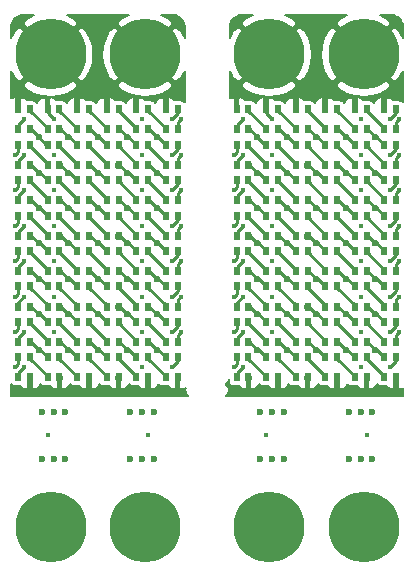
<source format=gbr>
G04 #@! TF.GenerationSoftware,KiCad,Pcbnew,5.1.10*
G04 #@! TF.CreationDate,2021-09-23T13:58:25+02:00*
G04 #@! TF.ProjectId,char-panel,63686172-2d70-4616-9e65-6c2e6b696361,rev?*
G04 #@! TF.SameCoordinates,Original*
G04 #@! TF.FileFunction,Copper,L1,Top*
G04 #@! TF.FilePolarity,Positive*
%FSLAX46Y46*%
G04 Gerber Fmt 4.6, Leading zero omitted, Abs format (unit mm)*
G04 Created by KiCad (PCBNEW 5.1.10) date 2021-09-23 13:58:25*
%MOMM*%
%LPD*%
G01*
G04 APERTURE LIST*
G04 #@! TA.AperFunction,SMDPad,CuDef*
%ADD10R,0.600000X0.800000*%
G04 #@! TD*
G04 #@! TA.AperFunction,ComponentPad*
%ADD11C,6.000000*%
G04 #@! TD*
G04 #@! TA.AperFunction,ViaPad*
%ADD12C,0.600000*%
G04 #@! TD*
G04 #@! TA.AperFunction,ViaPad*
%ADD13C,0.400000*%
G04 #@! TD*
G04 #@! TA.AperFunction,Conductor*
%ADD14C,0.250000*%
G04 #@! TD*
G04 #@! TA.AperFunction,Conductor*
%ADD15C,0.200000*%
G04 #@! TD*
G04 #@! TA.AperFunction,Conductor*
%ADD16C,0.150000*%
G04 #@! TD*
G04 APERTURE END LIST*
D10*
G04 #@! TO.P,D1,1*
G04 #@! TO.N,Board_2-Net-(D1-Pad1)*
X69500010Y-60100001D03*
G04 #@! TO.P,D1,4*
G04 #@! TO.N,Board_2-GND*
X69500010Y-58400001D03*
G04 #@! TO.P,D1,2*
G04 #@! TO.N,Board_2-+5V*
X70500010Y-60100001D03*
G04 #@! TO.P,D1,3*
G04 #@! TO.N,Board_2-Net-(D1-Pad3)*
X70500010Y-58400001D03*
G04 #@! TD*
G04 #@! TO.P,D2,1*
G04 #@! TO.N,Board_2-/end-of-row-1*
X83000010Y-61400001D03*
G04 #@! TO.P,D2,4*
G04 #@! TO.N,Board_2-GND*
X83000010Y-63100001D03*
G04 #@! TO.P,D2,2*
G04 #@! TO.N,Board_2-+5V*
X82000010Y-61400001D03*
G04 #@! TO.P,D2,3*
G04 #@! TO.N,Board_2-Net-(D10-Pad1)*
X82000010Y-63100001D03*
G04 #@! TD*
G04 #@! TO.P,D3,1*
G04 #@! TO.N,Board_2-/end-of-row-2*
X69500010Y-66100001D03*
G04 #@! TO.P,D3,4*
G04 #@! TO.N,Board_2-GND*
X69500010Y-64400001D03*
G04 #@! TO.P,D3,2*
G04 #@! TO.N,Board_2-+5V*
X70500010Y-66100001D03*
G04 #@! TO.P,D3,3*
G04 #@! TO.N,Board_2-Net-(D11-Pad1)*
X70500010Y-64400001D03*
G04 #@! TD*
G04 #@! TO.P,D4,1*
G04 #@! TO.N,Board_2-/end-of-row-3*
X83000010Y-67400001D03*
G04 #@! TO.P,D4,4*
G04 #@! TO.N,Board_2-GND*
X83000010Y-69100001D03*
G04 #@! TO.P,D4,2*
G04 #@! TO.N,Board_2-+5V*
X82000010Y-67400001D03*
G04 #@! TO.P,D4,3*
G04 #@! TO.N,Board_2-Net-(D12-Pad1)*
X82000010Y-69100001D03*
G04 #@! TD*
G04 #@! TO.P,D5,1*
G04 #@! TO.N,Board_2-/end-of-row-4*
X69500010Y-72100001D03*
G04 #@! TO.P,D5,4*
G04 #@! TO.N,Board_2-GND*
X69500010Y-70400001D03*
G04 #@! TO.P,D5,2*
G04 #@! TO.N,Board_2-+5V*
X70500010Y-72100001D03*
G04 #@! TO.P,D5,3*
G04 #@! TO.N,Board_2-Net-(D13-Pad1)*
X70500010Y-70400001D03*
G04 #@! TD*
G04 #@! TO.P,D6,1*
G04 #@! TO.N,Board_2-/end-of-row-5*
X83000010Y-73400001D03*
G04 #@! TO.P,D6,4*
G04 #@! TO.N,Board_2-GND*
X83000010Y-75100001D03*
G04 #@! TO.P,D6,2*
G04 #@! TO.N,Board_2-+5V*
X82000010Y-73400001D03*
G04 #@! TO.P,D6,3*
G04 #@! TO.N,Board_2-Net-(D14-Pad1)*
X82000010Y-75100001D03*
G04 #@! TD*
G04 #@! TO.P,D7,1*
G04 #@! TO.N,Board_2-/end-of-row-6*
X69500010Y-78100001D03*
G04 #@! TO.P,D7,4*
G04 #@! TO.N,Board_2-GND*
X69500010Y-76400001D03*
G04 #@! TO.P,D7,2*
G04 #@! TO.N,Board_2-+5V*
X70500010Y-78100001D03*
G04 #@! TO.P,D7,3*
G04 #@! TO.N,Board_2-Net-(D15-Pad1)*
X70500010Y-76400001D03*
G04 #@! TD*
G04 #@! TO.P,D8,1*
G04 #@! TO.N,Board_2-/end-of-row-7*
X83000010Y-79400001D03*
G04 #@! TO.P,D8,4*
G04 #@! TO.N,Board_2-GND*
X83000010Y-81100001D03*
G04 #@! TO.P,D8,2*
G04 #@! TO.N,Board_2-+5V*
X82000010Y-79400001D03*
G04 #@! TO.P,D8,3*
G04 #@! TO.N,Board_2-Net-(D16-Pad1)*
X82000010Y-81100001D03*
G04 #@! TD*
G04 #@! TO.P,D9,1*
G04 #@! TO.N,Board_2-Net-(D1-Pad3)*
X72000010Y-60100001D03*
G04 #@! TO.P,D9,4*
G04 #@! TO.N,Board_2-GND*
X72000010Y-58400001D03*
G04 #@! TO.P,D9,2*
G04 #@! TO.N,Board_2-+5V*
X73000010Y-60100001D03*
G04 #@! TO.P,D9,3*
G04 #@! TO.N,Board_2-Net-(D17-Pad1)*
X73000010Y-58400001D03*
G04 #@! TD*
G04 #@! TO.P,D10,1*
G04 #@! TO.N,Board_2-Net-(D10-Pad1)*
X80500010Y-61400001D03*
G04 #@! TO.P,D10,4*
G04 #@! TO.N,Board_2-GND*
X80500010Y-63100001D03*
G04 #@! TO.P,D10,2*
G04 #@! TO.N,Board_2-+5V*
X79500010Y-61400001D03*
G04 #@! TO.P,D10,3*
G04 #@! TO.N,Board_2-Net-(D10-Pad3)*
X79500010Y-63100001D03*
G04 #@! TD*
G04 #@! TO.P,D11,1*
G04 #@! TO.N,Board_2-Net-(D11-Pad1)*
X72000010Y-66100001D03*
G04 #@! TO.P,D11,4*
G04 #@! TO.N,Board_2-GND*
X72000010Y-64400001D03*
G04 #@! TO.P,D11,2*
G04 #@! TO.N,Board_2-+5V*
X73000010Y-66100001D03*
G04 #@! TO.P,D11,3*
G04 #@! TO.N,Board_2-Net-(D11-Pad3)*
X73000010Y-64400001D03*
G04 #@! TD*
G04 #@! TO.P,D12,1*
G04 #@! TO.N,Board_2-Net-(D12-Pad1)*
X80500010Y-67400001D03*
G04 #@! TO.P,D12,4*
G04 #@! TO.N,Board_2-GND*
X80500010Y-69100001D03*
G04 #@! TO.P,D12,2*
G04 #@! TO.N,Board_2-+5V*
X79500010Y-67400001D03*
G04 #@! TO.P,D12,3*
G04 #@! TO.N,Board_2-Net-(D12-Pad3)*
X79500010Y-69100001D03*
G04 #@! TD*
G04 #@! TO.P,D13,1*
G04 #@! TO.N,Board_2-Net-(D13-Pad1)*
X72000010Y-72100001D03*
G04 #@! TO.P,D13,4*
G04 #@! TO.N,Board_2-GND*
X72000010Y-70400001D03*
G04 #@! TO.P,D13,2*
G04 #@! TO.N,Board_2-+5V*
X73000010Y-72100001D03*
G04 #@! TO.P,D13,3*
G04 #@! TO.N,Board_2-Net-(D13-Pad3)*
X73000010Y-70400001D03*
G04 #@! TD*
G04 #@! TO.P,D14,1*
G04 #@! TO.N,Board_2-Net-(D14-Pad1)*
X80500010Y-73400001D03*
G04 #@! TO.P,D14,4*
G04 #@! TO.N,Board_2-GND*
X80500010Y-75100001D03*
G04 #@! TO.P,D14,2*
G04 #@! TO.N,Board_2-+5V*
X79500010Y-73400001D03*
G04 #@! TO.P,D14,3*
G04 #@! TO.N,Board_2-Net-(D14-Pad3)*
X79500010Y-75100001D03*
G04 #@! TD*
G04 #@! TO.P,D15,1*
G04 #@! TO.N,Board_2-Net-(D15-Pad1)*
X72000010Y-78100001D03*
G04 #@! TO.P,D15,4*
G04 #@! TO.N,Board_2-GND*
X72000010Y-76400001D03*
G04 #@! TO.P,D15,2*
G04 #@! TO.N,Board_2-+5V*
X73000010Y-78100001D03*
G04 #@! TO.P,D15,3*
G04 #@! TO.N,Board_2-Net-(D15-Pad3)*
X73000010Y-76400001D03*
G04 #@! TD*
G04 #@! TO.P,D16,1*
G04 #@! TO.N,Board_2-Net-(D16-Pad1)*
X80500010Y-79400001D03*
G04 #@! TO.P,D16,4*
G04 #@! TO.N,Board_2-GND*
X80500010Y-81100001D03*
G04 #@! TO.P,D16,2*
G04 #@! TO.N,Board_2-+5V*
X79500010Y-79400001D03*
G04 #@! TO.P,D16,3*
G04 #@! TO.N,Board_2-Net-(D16-Pad3)*
X79500010Y-81100001D03*
G04 #@! TD*
G04 #@! TO.P,D17,1*
G04 #@! TO.N,Board_2-Net-(D17-Pad1)*
X74500010Y-60100001D03*
G04 #@! TO.P,D17,4*
G04 #@! TO.N,Board_2-GND*
X74500010Y-58400001D03*
G04 #@! TO.P,D17,2*
G04 #@! TO.N,Board_2-+5V*
X75500010Y-60100001D03*
G04 #@! TO.P,D17,3*
G04 #@! TO.N,Board_2-Net-(D17-Pad3)*
X75500010Y-58400001D03*
G04 #@! TD*
G04 #@! TO.P,D18,1*
G04 #@! TO.N,Board_2-Net-(D10-Pad3)*
X78000010Y-61400001D03*
G04 #@! TO.P,D18,4*
G04 #@! TO.N,Board_2-GND*
X78000010Y-63100001D03*
G04 #@! TO.P,D18,2*
G04 #@! TO.N,Board_2-+5V*
X77000010Y-61400001D03*
G04 #@! TO.P,D18,3*
G04 #@! TO.N,Board_2-Net-(D18-Pad3)*
X77000010Y-63100001D03*
G04 #@! TD*
G04 #@! TO.P,D19,1*
G04 #@! TO.N,Board_2-Net-(D11-Pad3)*
X74500010Y-66100001D03*
G04 #@! TO.P,D19,4*
G04 #@! TO.N,Board_2-GND*
X74500010Y-64400001D03*
G04 #@! TO.P,D19,2*
G04 #@! TO.N,Board_2-+5V*
X75500010Y-66100001D03*
G04 #@! TO.P,D19,3*
G04 #@! TO.N,Board_2-Net-(D19-Pad3)*
X75500010Y-64400001D03*
G04 #@! TD*
G04 #@! TO.P,D20,1*
G04 #@! TO.N,Board_2-Net-(D12-Pad3)*
X78000010Y-67400001D03*
G04 #@! TO.P,D20,4*
G04 #@! TO.N,Board_2-GND*
X78000010Y-69100001D03*
G04 #@! TO.P,D20,2*
G04 #@! TO.N,Board_2-+5V*
X77000010Y-67400001D03*
G04 #@! TO.P,D20,3*
G04 #@! TO.N,Board_2-Net-(D20-Pad3)*
X77000010Y-69100001D03*
G04 #@! TD*
G04 #@! TO.P,D21,1*
G04 #@! TO.N,Board_2-Net-(D13-Pad3)*
X74500010Y-72100001D03*
G04 #@! TO.P,D21,4*
G04 #@! TO.N,Board_2-GND*
X74500010Y-70400001D03*
G04 #@! TO.P,D21,2*
G04 #@! TO.N,Board_2-+5V*
X75500010Y-72100001D03*
G04 #@! TO.P,D21,3*
G04 #@! TO.N,Board_2-Net-(D21-Pad3)*
X75500010Y-70400001D03*
G04 #@! TD*
G04 #@! TO.P,D22,1*
G04 #@! TO.N,Board_2-Net-(D14-Pad3)*
X78000010Y-73400001D03*
G04 #@! TO.P,D22,4*
G04 #@! TO.N,Board_2-GND*
X78000010Y-75100001D03*
G04 #@! TO.P,D22,2*
G04 #@! TO.N,Board_2-+5V*
X77000010Y-73400001D03*
G04 #@! TO.P,D22,3*
G04 #@! TO.N,Board_2-Net-(D22-Pad3)*
X77000010Y-75100001D03*
G04 #@! TD*
G04 #@! TO.P,D23,1*
G04 #@! TO.N,Board_2-Net-(D15-Pad3)*
X74500010Y-78100001D03*
G04 #@! TO.P,D23,4*
G04 #@! TO.N,Board_2-GND*
X74500010Y-76400001D03*
G04 #@! TO.P,D23,2*
G04 #@! TO.N,Board_2-+5V*
X75500010Y-78100001D03*
G04 #@! TO.P,D23,3*
G04 #@! TO.N,Board_2-Net-(D23-Pad3)*
X75500010Y-76400001D03*
G04 #@! TD*
G04 #@! TO.P,D24,1*
G04 #@! TO.N,Board_2-Net-(D16-Pad3)*
X78000010Y-79400001D03*
G04 #@! TO.P,D24,4*
G04 #@! TO.N,Board_2-GND*
X78000010Y-81100001D03*
G04 #@! TO.P,D24,2*
G04 #@! TO.N,Board_2-+5V*
X77000010Y-79400001D03*
G04 #@! TO.P,D24,3*
G04 #@! TO.N,Board_2-Net-(D24-Pad3)*
X77000010Y-81100001D03*
G04 #@! TD*
G04 #@! TO.P,D25,1*
G04 #@! TO.N,Board_2-Net-(D17-Pad3)*
X77000010Y-60100001D03*
G04 #@! TO.P,D25,4*
G04 #@! TO.N,Board_2-GND*
X77000010Y-58400001D03*
G04 #@! TO.P,D25,2*
G04 #@! TO.N,Board_2-+5V*
X78000010Y-60100001D03*
G04 #@! TO.P,D25,3*
G04 #@! TO.N,Board_2-Net-(D25-Pad3)*
X78000010Y-58400001D03*
G04 #@! TD*
G04 #@! TO.P,D26,1*
G04 #@! TO.N,Board_2-Net-(D18-Pad3)*
X75500010Y-61400001D03*
G04 #@! TO.P,D26,4*
G04 #@! TO.N,Board_2-GND*
X75500010Y-63100001D03*
G04 #@! TO.P,D26,2*
G04 #@! TO.N,Board_2-+5V*
X74500010Y-61400001D03*
G04 #@! TO.P,D26,3*
G04 #@! TO.N,Board_2-Net-(D26-Pad3)*
X74500010Y-63100001D03*
G04 #@! TD*
G04 #@! TO.P,D27,1*
G04 #@! TO.N,Board_2-Net-(D19-Pad3)*
X77000010Y-66100001D03*
G04 #@! TO.P,D27,4*
G04 #@! TO.N,Board_2-GND*
X77000010Y-64400001D03*
G04 #@! TO.P,D27,2*
G04 #@! TO.N,Board_2-+5V*
X78000010Y-66100001D03*
G04 #@! TO.P,D27,3*
G04 #@! TO.N,Board_2-Net-(D27-Pad3)*
X78000010Y-64400001D03*
G04 #@! TD*
G04 #@! TO.P,D28,1*
G04 #@! TO.N,Board_2-Net-(D20-Pad3)*
X75500010Y-67400001D03*
G04 #@! TO.P,D28,4*
G04 #@! TO.N,Board_2-GND*
X75500010Y-69100001D03*
G04 #@! TO.P,D28,2*
G04 #@! TO.N,Board_2-+5V*
X74500010Y-67400001D03*
G04 #@! TO.P,D28,3*
G04 #@! TO.N,Board_2-Net-(D28-Pad3)*
X74500010Y-69100001D03*
G04 #@! TD*
G04 #@! TO.P,D29,1*
G04 #@! TO.N,Board_2-Net-(D21-Pad3)*
X77000010Y-72100001D03*
G04 #@! TO.P,D29,4*
G04 #@! TO.N,Board_2-GND*
X77000010Y-70400001D03*
G04 #@! TO.P,D29,2*
G04 #@! TO.N,Board_2-+5V*
X78000010Y-72100001D03*
G04 #@! TO.P,D29,3*
G04 #@! TO.N,Board_2-Net-(D29-Pad3)*
X78000010Y-70400001D03*
G04 #@! TD*
G04 #@! TO.P,D30,1*
G04 #@! TO.N,Board_2-Net-(D22-Pad3)*
X75500010Y-73400001D03*
G04 #@! TO.P,D30,4*
G04 #@! TO.N,Board_2-GND*
X75500010Y-75100001D03*
G04 #@! TO.P,D30,2*
G04 #@! TO.N,Board_2-+5V*
X74500010Y-73400001D03*
G04 #@! TO.P,D30,3*
G04 #@! TO.N,Board_2-Net-(D30-Pad3)*
X74500010Y-75100001D03*
G04 #@! TD*
G04 #@! TO.P,D31,1*
G04 #@! TO.N,Board_2-Net-(D23-Pad3)*
X77000010Y-78100001D03*
G04 #@! TO.P,D31,4*
G04 #@! TO.N,Board_2-GND*
X77000010Y-76400001D03*
G04 #@! TO.P,D31,2*
G04 #@! TO.N,Board_2-+5V*
X78000010Y-78100001D03*
G04 #@! TO.P,D31,3*
G04 #@! TO.N,Board_2-Net-(D31-Pad3)*
X78000010Y-76400001D03*
G04 #@! TD*
G04 #@! TO.P,D32,1*
G04 #@! TO.N,Board_2-Net-(D24-Pad3)*
X75500010Y-79400001D03*
G04 #@! TO.P,D32,4*
G04 #@! TO.N,Board_2-GND*
X75500010Y-81100001D03*
G04 #@! TO.P,D32,2*
G04 #@! TO.N,Board_2-+5V*
X74500010Y-79400001D03*
G04 #@! TO.P,D32,3*
G04 #@! TO.N,Board_2-Net-(D32-Pad3)*
X74500010Y-81100001D03*
G04 #@! TD*
G04 #@! TO.P,D33,1*
G04 #@! TO.N,Board_2-Net-(D25-Pad3)*
X79500010Y-60100001D03*
G04 #@! TO.P,D33,4*
G04 #@! TO.N,Board_2-GND*
X79500010Y-58400001D03*
G04 #@! TO.P,D33,2*
G04 #@! TO.N,Board_2-+5V*
X80500010Y-60100001D03*
G04 #@! TO.P,D33,3*
G04 #@! TO.N,Board_2-Net-(D33-Pad3)*
X80500010Y-58400001D03*
G04 #@! TD*
G04 #@! TO.P,D34,1*
G04 #@! TO.N,Board_2-Net-(D26-Pad3)*
X73000010Y-61400001D03*
G04 #@! TO.P,D34,4*
G04 #@! TO.N,Board_2-GND*
X73000010Y-63100001D03*
G04 #@! TO.P,D34,2*
G04 #@! TO.N,Board_2-+5V*
X72000010Y-61400001D03*
G04 #@! TO.P,D34,3*
G04 #@! TO.N,Board_2-Net-(D34-Pad3)*
X72000010Y-63100001D03*
G04 #@! TD*
G04 #@! TO.P,D35,1*
G04 #@! TO.N,Board_2-Net-(D27-Pad3)*
X79500010Y-66100001D03*
G04 #@! TO.P,D35,4*
G04 #@! TO.N,Board_2-GND*
X79500010Y-64400001D03*
G04 #@! TO.P,D35,2*
G04 #@! TO.N,Board_2-+5V*
X80500010Y-66100001D03*
G04 #@! TO.P,D35,3*
G04 #@! TO.N,Board_2-Net-(D35-Pad3)*
X80500010Y-64400001D03*
G04 #@! TD*
G04 #@! TO.P,D36,1*
G04 #@! TO.N,Board_2-Net-(D28-Pad3)*
X73000010Y-67400001D03*
G04 #@! TO.P,D36,4*
G04 #@! TO.N,Board_2-GND*
X73000010Y-69100001D03*
G04 #@! TO.P,D36,2*
G04 #@! TO.N,Board_2-+5V*
X72000010Y-67400001D03*
G04 #@! TO.P,D36,3*
G04 #@! TO.N,Board_2-Net-(D36-Pad3)*
X72000010Y-69100001D03*
G04 #@! TD*
G04 #@! TO.P,D37,1*
G04 #@! TO.N,Board_2-Net-(D29-Pad3)*
X79500010Y-72100001D03*
G04 #@! TO.P,D37,4*
G04 #@! TO.N,Board_2-GND*
X79500010Y-70400001D03*
G04 #@! TO.P,D37,2*
G04 #@! TO.N,Board_2-+5V*
X80500010Y-72100001D03*
G04 #@! TO.P,D37,3*
G04 #@! TO.N,Board_2-Net-(D37-Pad3)*
X80500010Y-70400001D03*
G04 #@! TD*
G04 #@! TO.P,D38,1*
G04 #@! TO.N,Board_2-Net-(D30-Pad3)*
X73000010Y-73400001D03*
G04 #@! TO.P,D38,4*
G04 #@! TO.N,Board_2-GND*
X73000010Y-75100001D03*
G04 #@! TO.P,D38,2*
G04 #@! TO.N,Board_2-+5V*
X72000010Y-73400001D03*
G04 #@! TO.P,D38,3*
G04 #@! TO.N,Board_2-Net-(D38-Pad3)*
X72000010Y-75100001D03*
G04 #@! TD*
G04 #@! TO.P,D39,1*
G04 #@! TO.N,Board_2-Net-(D31-Pad3)*
X79500010Y-78100001D03*
G04 #@! TO.P,D39,4*
G04 #@! TO.N,Board_2-GND*
X79500010Y-76400001D03*
G04 #@! TO.P,D39,2*
G04 #@! TO.N,Board_2-+5V*
X80500010Y-78100001D03*
G04 #@! TO.P,D39,3*
G04 #@! TO.N,Board_2-Net-(D39-Pad3)*
X80500010Y-76400001D03*
G04 #@! TD*
G04 #@! TO.P,D40,1*
G04 #@! TO.N,Board_2-Net-(D32-Pad3)*
X73000010Y-79400001D03*
G04 #@! TO.P,D40,4*
G04 #@! TO.N,Board_2-GND*
X73000010Y-81100001D03*
G04 #@! TO.P,D40,2*
G04 #@! TO.N,Board_2-+5V*
X72000010Y-79400001D03*
G04 #@! TO.P,D40,3*
G04 #@! TO.N,Board_2-Net-(D40-Pad3)*
X72000010Y-81100001D03*
G04 #@! TD*
G04 #@! TO.P,D41,1*
G04 #@! TO.N,Board_2-Net-(D33-Pad3)*
X82000010Y-60100001D03*
G04 #@! TO.P,D41,4*
G04 #@! TO.N,Board_2-GND*
X82000010Y-58400001D03*
G04 #@! TO.P,D41,2*
G04 #@! TO.N,Board_2-+5V*
X83000010Y-60100001D03*
G04 #@! TO.P,D41,3*
G04 #@! TO.N,Board_2-/end-of-row-1*
X83000010Y-58400001D03*
G04 #@! TD*
G04 #@! TO.P,D43,1*
G04 #@! TO.N,Board_2-Net-(D35-Pad3)*
X82000010Y-66100001D03*
G04 #@! TO.P,D43,4*
G04 #@! TO.N,Board_2-GND*
X82000010Y-64400001D03*
G04 #@! TO.P,D43,2*
G04 #@! TO.N,Board_2-+5V*
X83000010Y-66100001D03*
G04 #@! TO.P,D43,3*
G04 #@! TO.N,Board_2-/end-of-row-3*
X83000010Y-64400001D03*
G04 #@! TD*
G04 #@! TO.P,D44,1*
G04 #@! TO.N,Board_2-Net-(D36-Pad3)*
X70500010Y-67400001D03*
G04 #@! TO.P,D44,4*
G04 #@! TO.N,Board_2-GND*
X70500010Y-69100001D03*
G04 #@! TO.P,D44,2*
G04 #@! TO.N,Board_2-+5V*
X69500010Y-67400001D03*
G04 #@! TO.P,D44,3*
G04 #@! TO.N,Board_2-/end-of-row-4*
X69500010Y-69100001D03*
G04 #@! TD*
G04 #@! TO.P,D45,1*
G04 #@! TO.N,Board_2-Net-(D37-Pad3)*
X82000010Y-72100001D03*
G04 #@! TO.P,D45,4*
G04 #@! TO.N,Board_2-GND*
X82000010Y-70400001D03*
G04 #@! TO.P,D45,2*
G04 #@! TO.N,Board_2-+5V*
X83000010Y-72100001D03*
G04 #@! TO.P,D45,3*
G04 #@! TO.N,Board_2-/end-of-row-5*
X83000010Y-70400001D03*
G04 #@! TD*
G04 #@! TO.P,D46,1*
G04 #@! TO.N,Board_2-Net-(D38-Pad3)*
X70500010Y-73400001D03*
G04 #@! TO.P,D46,4*
G04 #@! TO.N,Board_2-GND*
X70500010Y-75100001D03*
G04 #@! TO.P,D46,2*
G04 #@! TO.N,Board_2-+5V*
X69500010Y-73400001D03*
G04 #@! TO.P,D46,3*
G04 #@! TO.N,Board_2-/end-of-row-6*
X69500010Y-75100001D03*
G04 #@! TD*
G04 #@! TO.P,D47,1*
G04 #@! TO.N,Board_2-Net-(D39-Pad3)*
X82000010Y-78100001D03*
G04 #@! TO.P,D47,4*
G04 #@! TO.N,Board_2-GND*
X82000010Y-76400001D03*
G04 #@! TO.P,D47,2*
G04 #@! TO.N,Board_2-+5V*
X83000010Y-78100001D03*
G04 #@! TO.P,D47,3*
G04 #@! TO.N,Board_2-/end-of-row-7*
X83000010Y-76400001D03*
G04 #@! TD*
G04 #@! TO.P,D48,1*
G04 #@! TO.N,Board_2-Net-(D40-Pad3)*
X70500010Y-79400001D03*
G04 #@! TO.P,D48,4*
G04 #@! TO.N,Board_2-GND*
X70500010Y-81100001D03*
G04 #@! TO.P,D48,2*
G04 #@! TO.N,Board_2-+5V*
X69500010Y-79400001D03*
G04 #@! TO.P,D48,3*
G04 #@! TO.N,Board_2-Net-(D48-Pad3)*
X69500010Y-81100001D03*
G04 #@! TD*
G04 #@! TO.P,D42,1*
G04 #@! TO.N,Board_2-Net-(D34-Pad3)*
X70500010Y-61400001D03*
G04 #@! TO.P,D42,4*
G04 #@! TO.N,Board_2-GND*
X70500010Y-63100001D03*
G04 #@! TO.P,D42,2*
G04 #@! TO.N,Board_2-+5V*
X69500010Y-61400001D03*
G04 #@! TO.P,D42,3*
G04 #@! TO.N,Board_2-/end-of-row-2*
X69500010Y-63100001D03*
G04 #@! TD*
D11*
G04 #@! TO.P,J1,1*
G04 #@! TO.N,Board_2-GND*
X72250010Y-53750001D03*
G04 #@! TO.P,J1,2*
X80250010Y-53750001D03*
G04 #@! TD*
G04 #@! TO.P,J2,1*
G04 #@! TO.N,Board_2-GND*
X72250010Y-93750001D03*
G04 #@! TO.P,J2,2*
X80250010Y-93750001D03*
G04 #@! TD*
D10*
G04 #@! TO.P,D1,1*
G04 #@! TO.N,Board_1-Net-(D1-Pad1)*
X51000001Y-60100001D03*
G04 #@! TO.P,D1,4*
G04 #@! TO.N,Board_1-GND*
X51000001Y-58400001D03*
G04 #@! TO.P,D1,2*
G04 #@! TO.N,Board_1-+5V*
X52000001Y-60100001D03*
G04 #@! TO.P,D1,3*
G04 #@! TO.N,Board_1-Net-(D1-Pad3)*
X52000001Y-58400001D03*
G04 #@! TD*
G04 #@! TO.P,D2,1*
G04 #@! TO.N,Board_1-/end-of-row-1*
X64500001Y-61400001D03*
G04 #@! TO.P,D2,4*
G04 #@! TO.N,Board_1-GND*
X64500001Y-63100001D03*
G04 #@! TO.P,D2,2*
G04 #@! TO.N,Board_1-+5V*
X63500001Y-61400001D03*
G04 #@! TO.P,D2,3*
G04 #@! TO.N,Board_1-Net-(D10-Pad1)*
X63500001Y-63100001D03*
G04 #@! TD*
G04 #@! TO.P,D3,1*
G04 #@! TO.N,Board_1-/end-of-row-2*
X51000001Y-66100001D03*
G04 #@! TO.P,D3,4*
G04 #@! TO.N,Board_1-GND*
X51000001Y-64400001D03*
G04 #@! TO.P,D3,2*
G04 #@! TO.N,Board_1-+5V*
X52000001Y-66100001D03*
G04 #@! TO.P,D3,3*
G04 #@! TO.N,Board_1-Net-(D11-Pad1)*
X52000001Y-64400001D03*
G04 #@! TD*
G04 #@! TO.P,D4,1*
G04 #@! TO.N,Board_1-/end-of-row-3*
X64500001Y-67400001D03*
G04 #@! TO.P,D4,4*
G04 #@! TO.N,Board_1-GND*
X64500001Y-69100001D03*
G04 #@! TO.P,D4,2*
G04 #@! TO.N,Board_1-+5V*
X63500001Y-67400001D03*
G04 #@! TO.P,D4,3*
G04 #@! TO.N,Board_1-Net-(D12-Pad1)*
X63500001Y-69100001D03*
G04 #@! TD*
G04 #@! TO.P,D5,1*
G04 #@! TO.N,Board_1-/end-of-row-4*
X51000001Y-72100001D03*
G04 #@! TO.P,D5,4*
G04 #@! TO.N,Board_1-GND*
X51000001Y-70400001D03*
G04 #@! TO.P,D5,2*
G04 #@! TO.N,Board_1-+5V*
X52000001Y-72100001D03*
G04 #@! TO.P,D5,3*
G04 #@! TO.N,Board_1-Net-(D13-Pad1)*
X52000001Y-70400001D03*
G04 #@! TD*
G04 #@! TO.P,D6,1*
G04 #@! TO.N,Board_1-/end-of-row-5*
X64500001Y-73400001D03*
G04 #@! TO.P,D6,4*
G04 #@! TO.N,Board_1-GND*
X64500001Y-75100001D03*
G04 #@! TO.P,D6,2*
G04 #@! TO.N,Board_1-+5V*
X63500001Y-73400001D03*
G04 #@! TO.P,D6,3*
G04 #@! TO.N,Board_1-Net-(D14-Pad1)*
X63500001Y-75100001D03*
G04 #@! TD*
G04 #@! TO.P,D7,1*
G04 #@! TO.N,Board_1-/end-of-row-6*
X51000001Y-78100001D03*
G04 #@! TO.P,D7,4*
G04 #@! TO.N,Board_1-GND*
X51000001Y-76400001D03*
G04 #@! TO.P,D7,2*
G04 #@! TO.N,Board_1-+5V*
X52000001Y-78100001D03*
G04 #@! TO.P,D7,3*
G04 #@! TO.N,Board_1-Net-(D15-Pad1)*
X52000001Y-76400001D03*
G04 #@! TD*
G04 #@! TO.P,D8,1*
G04 #@! TO.N,Board_1-/end-of-row-7*
X64500001Y-79400001D03*
G04 #@! TO.P,D8,4*
G04 #@! TO.N,Board_1-GND*
X64500001Y-81100001D03*
G04 #@! TO.P,D8,2*
G04 #@! TO.N,Board_1-+5V*
X63500001Y-79400001D03*
G04 #@! TO.P,D8,3*
G04 #@! TO.N,Board_1-Net-(D16-Pad1)*
X63500001Y-81100001D03*
G04 #@! TD*
G04 #@! TO.P,D9,1*
G04 #@! TO.N,Board_1-Net-(D1-Pad3)*
X53500001Y-60100001D03*
G04 #@! TO.P,D9,4*
G04 #@! TO.N,Board_1-GND*
X53500001Y-58400001D03*
G04 #@! TO.P,D9,2*
G04 #@! TO.N,Board_1-+5V*
X54500001Y-60100001D03*
G04 #@! TO.P,D9,3*
G04 #@! TO.N,Board_1-Net-(D17-Pad1)*
X54500001Y-58400001D03*
G04 #@! TD*
G04 #@! TO.P,D10,1*
G04 #@! TO.N,Board_1-Net-(D10-Pad1)*
X62000001Y-61400001D03*
G04 #@! TO.P,D10,4*
G04 #@! TO.N,Board_1-GND*
X62000001Y-63100001D03*
G04 #@! TO.P,D10,2*
G04 #@! TO.N,Board_1-+5V*
X61000001Y-61400001D03*
G04 #@! TO.P,D10,3*
G04 #@! TO.N,Board_1-Net-(D10-Pad3)*
X61000001Y-63100001D03*
G04 #@! TD*
G04 #@! TO.P,D11,1*
G04 #@! TO.N,Board_1-Net-(D11-Pad1)*
X53500001Y-66100001D03*
G04 #@! TO.P,D11,4*
G04 #@! TO.N,Board_1-GND*
X53500001Y-64400001D03*
G04 #@! TO.P,D11,2*
G04 #@! TO.N,Board_1-+5V*
X54500001Y-66100001D03*
G04 #@! TO.P,D11,3*
G04 #@! TO.N,Board_1-Net-(D11-Pad3)*
X54500001Y-64400001D03*
G04 #@! TD*
G04 #@! TO.P,D12,1*
G04 #@! TO.N,Board_1-Net-(D12-Pad1)*
X62000001Y-67400001D03*
G04 #@! TO.P,D12,4*
G04 #@! TO.N,Board_1-GND*
X62000001Y-69100001D03*
G04 #@! TO.P,D12,2*
G04 #@! TO.N,Board_1-+5V*
X61000001Y-67400001D03*
G04 #@! TO.P,D12,3*
G04 #@! TO.N,Board_1-Net-(D12-Pad3)*
X61000001Y-69100001D03*
G04 #@! TD*
G04 #@! TO.P,D13,1*
G04 #@! TO.N,Board_1-Net-(D13-Pad1)*
X53500001Y-72100001D03*
G04 #@! TO.P,D13,4*
G04 #@! TO.N,Board_1-GND*
X53500001Y-70400001D03*
G04 #@! TO.P,D13,2*
G04 #@! TO.N,Board_1-+5V*
X54500001Y-72100001D03*
G04 #@! TO.P,D13,3*
G04 #@! TO.N,Board_1-Net-(D13-Pad3)*
X54500001Y-70400001D03*
G04 #@! TD*
G04 #@! TO.P,D14,1*
G04 #@! TO.N,Board_1-Net-(D14-Pad1)*
X62000001Y-73400001D03*
G04 #@! TO.P,D14,4*
G04 #@! TO.N,Board_1-GND*
X62000001Y-75100001D03*
G04 #@! TO.P,D14,2*
G04 #@! TO.N,Board_1-+5V*
X61000001Y-73400001D03*
G04 #@! TO.P,D14,3*
G04 #@! TO.N,Board_1-Net-(D14-Pad3)*
X61000001Y-75100001D03*
G04 #@! TD*
G04 #@! TO.P,D15,1*
G04 #@! TO.N,Board_1-Net-(D15-Pad1)*
X53500001Y-78100001D03*
G04 #@! TO.P,D15,4*
G04 #@! TO.N,Board_1-GND*
X53500001Y-76400001D03*
G04 #@! TO.P,D15,2*
G04 #@! TO.N,Board_1-+5V*
X54500001Y-78100001D03*
G04 #@! TO.P,D15,3*
G04 #@! TO.N,Board_1-Net-(D15-Pad3)*
X54500001Y-76400001D03*
G04 #@! TD*
G04 #@! TO.P,D16,1*
G04 #@! TO.N,Board_1-Net-(D16-Pad1)*
X62000001Y-79400001D03*
G04 #@! TO.P,D16,4*
G04 #@! TO.N,Board_1-GND*
X62000001Y-81100001D03*
G04 #@! TO.P,D16,2*
G04 #@! TO.N,Board_1-+5V*
X61000001Y-79400001D03*
G04 #@! TO.P,D16,3*
G04 #@! TO.N,Board_1-Net-(D16-Pad3)*
X61000001Y-81100001D03*
G04 #@! TD*
G04 #@! TO.P,D17,1*
G04 #@! TO.N,Board_1-Net-(D17-Pad1)*
X56000001Y-60100001D03*
G04 #@! TO.P,D17,4*
G04 #@! TO.N,Board_1-GND*
X56000001Y-58400001D03*
G04 #@! TO.P,D17,2*
G04 #@! TO.N,Board_1-+5V*
X57000001Y-60100001D03*
G04 #@! TO.P,D17,3*
G04 #@! TO.N,Board_1-Net-(D17-Pad3)*
X57000001Y-58400001D03*
G04 #@! TD*
G04 #@! TO.P,D18,1*
G04 #@! TO.N,Board_1-Net-(D10-Pad3)*
X59500001Y-61400001D03*
G04 #@! TO.P,D18,4*
G04 #@! TO.N,Board_1-GND*
X59500001Y-63100001D03*
G04 #@! TO.P,D18,2*
G04 #@! TO.N,Board_1-+5V*
X58500001Y-61400001D03*
G04 #@! TO.P,D18,3*
G04 #@! TO.N,Board_1-Net-(D18-Pad3)*
X58500001Y-63100001D03*
G04 #@! TD*
G04 #@! TO.P,D19,1*
G04 #@! TO.N,Board_1-Net-(D11-Pad3)*
X56000001Y-66100001D03*
G04 #@! TO.P,D19,4*
G04 #@! TO.N,Board_1-GND*
X56000001Y-64400001D03*
G04 #@! TO.P,D19,2*
G04 #@! TO.N,Board_1-+5V*
X57000001Y-66100001D03*
G04 #@! TO.P,D19,3*
G04 #@! TO.N,Board_1-Net-(D19-Pad3)*
X57000001Y-64400001D03*
G04 #@! TD*
G04 #@! TO.P,D20,1*
G04 #@! TO.N,Board_1-Net-(D12-Pad3)*
X59500001Y-67400001D03*
G04 #@! TO.P,D20,4*
G04 #@! TO.N,Board_1-GND*
X59500001Y-69100001D03*
G04 #@! TO.P,D20,2*
G04 #@! TO.N,Board_1-+5V*
X58500001Y-67400001D03*
G04 #@! TO.P,D20,3*
G04 #@! TO.N,Board_1-Net-(D20-Pad3)*
X58500001Y-69100001D03*
G04 #@! TD*
G04 #@! TO.P,D21,1*
G04 #@! TO.N,Board_1-Net-(D13-Pad3)*
X56000001Y-72100001D03*
G04 #@! TO.P,D21,4*
G04 #@! TO.N,Board_1-GND*
X56000001Y-70400001D03*
G04 #@! TO.P,D21,2*
G04 #@! TO.N,Board_1-+5V*
X57000001Y-72100001D03*
G04 #@! TO.P,D21,3*
G04 #@! TO.N,Board_1-Net-(D21-Pad3)*
X57000001Y-70400001D03*
G04 #@! TD*
G04 #@! TO.P,D22,1*
G04 #@! TO.N,Board_1-Net-(D14-Pad3)*
X59500001Y-73400001D03*
G04 #@! TO.P,D22,4*
G04 #@! TO.N,Board_1-GND*
X59500001Y-75100001D03*
G04 #@! TO.P,D22,2*
G04 #@! TO.N,Board_1-+5V*
X58500001Y-73400001D03*
G04 #@! TO.P,D22,3*
G04 #@! TO.N,Board_1-Net-(D22-Pad3)*
X58500001Y-75100001D03*
G04 #@! TD*
G04 #@! TO.P,D23,1*
G04 #@! TO.N,Board_1-Net-(D15-Pad3)*
X56000001Y-78100001D03*
G04 #@! TO.P,D23,4*
G04 #@! TO.N,Board_1-GND*
X56000001Y-76400001D03*
G04 #@! TO.P,D23,2*
G04 #@! TO.N,Board_1-+5V*
X57000001Y-78100001D03*
G04 #@! TO.P,D23,3*
G04 #@! TO.N,Board_1-Net-(D23-Pad3)*
X57000001Y-76400001D03*
G04 #@! TD*
G04 #@! TO.P,D24,1*
G04 #@! TO.N,Board_1-Net-(D16-Pad3)*
X59500001Y-79400001D03*
G04 #@! TO.P,D24,4*
G04 #@! TO.N,Board_1-GND*
X59500001Y-81100001D03*
G04 #@! TO.P,D24,2*
G04 #@! TO.N,Board_1-+5V*
X58500001Y-79400001D03*
G04 #@! TO.P,D24,3*
G04 #@! TO.N,Board_1-Net-(D24-Pad3)*
X58500001Y-81100001D03*
G04 #@! TD*
G04 #@! TO.P,D25,1*
G04 #@! TO.N,Board_1-Net-(D17-Pad3)*
X58500001Y-60100001D03*
G04 #@! TO.P,D25,4*
G04 #@! TO.N,Board_1-GND*
X58500001Y-58400001D03*
G04 #@! TO.P,D25,2*
G04 #@! TO.N,Board_1-+5V*
X59500001Y-60100001D03*
G04 #@! TO.P,D25,3*
G04 #@! TO.N,Board_1-Net-(D25-Pad3)*
X59500001Y-58400001D03*
G04 #@! TD*
G04 #@! TO.P,D26,1*
G04 #@! TO.N,Board_1-Net-(D18-Pad3)*
X57000001Y-61400001D03*
G04 #@! TO.P,D26,4*
G04 #@! TO.N,Board_1-GND*
X57000001Y-63100001D03*
G04 #@! TO.P,D26,2*
G04 #@! TO.N,Board_1-+5V*
X56000001Y-61400001D03*
G04 #@! TO.P,D26,3*
G04 #@! TO.N,Board_1-Net-(D26-Pad3)*
X56000001Y-63100001D03*
G04 #@! TD*
G04 #@! TO.P,D27,1*
G04 #@! TO.N,Board_1-Net-(D19-Pad3)*
X58500001Y-66100001D03*
G04 #@! TO.P,D27,4*
G04 #@! TO.N,Board_1-GND*
X58500001Y-64400001D03*
G04 #@! TO.P,D27,2*
G04 #@! TO.N,Board_1-+5V*
X59500001Y-66100001D03*
G04 #@! TO.P,D27,3*
G04 #@! TO.N,Board_1-Net-(D27-Pad3)*
X59500001Y-64400001D03*
G04 #@! TD*
G04 #@! TO.P,D28,1*
G04 #@! TO.N,Board_1-Net-(D20-Pad3)*
X57000001Y-67400001D03*
G04 #@! TO.P,D28,4*
G04 #@! TO.N,Board_1-GND*
X57000001Y-69100001D03*
G04 #@! TO.P,D28,2*
G04 #@! TO.N,Board_1-+5V*
X56000001Y-67400001D03*
G04 #@! TO.P,D28,3*
G04 #@! TO.N,Board_1-Net-(D28-Pad3)*
X56000001Y-69100001D03*
G04 #@! TD*
G04 #@! TO.P,D29,1*
G04 #@! TO.N,Board_1-Net-(D21-Pad3)*
X58500001Y-72100001D03*
G04 #@! TO.P,D29,4*
G04 #@! TO.N,Board_1-GND*
X58500001Y-70400001D03*
G04 #@! TO.P,D29,2*
G04 #@! TO.N,Board_1-+5V*
X59500001Y-72100001D03*
G04 #@! TO.P,D29,3*
G04 #@! TO.N,Board_1-Net-(D29-Pad3)*
X59500001Y-70400001D03*
G04 #@! TD*
G04 #@! TO.P,D30,1*
G04 #@! TO.N,Board_1-Net-(D22-Pad3)*
X57000001Y-73400001D03*
G04 #@! TO.P,D30,4*
G04 #@! TO.N,Board_1-GND*
X57000001Y-75100001D03*
G04 #@! TO.P,D30,2*
G04 #@! TO.N,Board_1-+5V*
X56000001Y-73400001D03*
G04 #@! TO.P,D30,3*
G04 #@! TO.N,Board_1-Net-(D30-Pad3)*
X56000001Y-75100001D03*
G04 #@! TD*
G04 #@! TO.P,D31,1*
G04 #@! TO.N,Board_1-Net-(D23-Pad3)*
X58500001Y-78100001D03*
G04 #@! TO.P,D31,4*
G04 #@! TO.N,Board_1-GND*
X58500001Y-76400001D03*
G04 #@! TO.P,D31,2*
G04 #@! TO.N,Board_1-+5V*
X59500001Y-78100001D03*
G04 #@! TO.P,D31,3*
G04 #@! TO.N,Board_1-Net-(D31-Pad3)*
X59500001Y-76400001D03*
G04 #@! TD*
G04 #@! TO.P,D32,1*
G04 #@! TO.N,Board_1-Net-(D24-Pad3)*
X57000001Y-79400001D03*
G04 #@! TO.P,D32,4*
G04 #@! TO.N,Board_1-GND*
X57000001Y-81100001D03*
G04 #@! TO.P,D32,2*
G04 #@! TO.N,Board_1-+5V*
X56000001Y-79400001D03*
G04 #@! TO.P,D32,3*
G04 #@! TO.N,Board_1-Net-(D32-Pad3)*
X56000001Y-81100001D03*
G04 #@! TD*
G04 #@! TO.P,D33,1*
G04 #@! TO.N,Board_1-Net-(D25-Pad3)*
X61000001Y-60100001D03*
G04 #@! TO.P,D33,4*
G04 #@! TO.N,Board_1-GND*
X61000001Y-58400001D03*
G04 #@! TO.P,D33,2*
G04 #@! TO.N,Board_1-+5V*
X62000001Y-60100001D03*
G04 #@! TO.P,D33,3*
G04 #@! TO.N,Board_1-Net-(D33-Pad3)*
X62000001Y-58400001D03*
G04 #@! TD*
G04 #@! TO.P,D34,1*
G04 #@! TO.N,Board_1-Net-(D26-Pad3)*
X54500001Y-61400001D03*
G04 #@! TO.P,D34,4*
G04 #@! TO.N,Board_1-GND*
X54500001Y-63100001D03*
G04 #@! TO.P,D34,2*
G04 #@! TO.N,Board_1-+5V*
X53500001Y-61400001D03*
G04 #@! TO.P,D34,3*
G04 #@! TO.N,Board_1-Net-(D34-Pad3)*
X53500001Y-63100001D03*
G04 #@! TD*
G04 #@! TO.P,D35,1*
G04 #@! TO.N,Board_1-Net-(D27-Pad3)*
X61000001Y-66100001D03*
G04 #@! TO.P,D35,4*
G04 #@! TO.N,Board_1-GND*
X61000001Y-64400001D03*
G04 #@! TO.P,D35,2*
G04 #@! TO.N,Board_1-+5V*
X62000001Y-66100001D03*
G04 #@! TO.P,D35,3*
G04 #@! TO.N,Board_1-Net-(D35-Pad3)*
X62000001Y-64400001D03*
G04 #@! TD*
G04 #@! TO.P,D36,1*
G04 #@! TO.N,Board_1-Net-(D28-Pad3)*
X54500001Y-67400001D03*
G04 #@! TO.P,D36,4*
G04 #@! TO.N,Board_1-GND*
X54500001Y-69100001D03*
G04 #@! TO.P,D36,2*
G04 #@! TO.N,Board_1-+5V*
X53500001Y-67400001D03*
G04 #@! TO.P,D36,3*
G04 #@! TO.N,Board_1-Net-(D36-Pad3)*
X53500001Y-69100001D03*
G04 #@! TD*
G04 #@! TO.P,D37,1*
G04 #@! TO.N,Board_1-Net-(D29-Pad3)*
X61000001Y-72100001D03*
G04 #@! TO.P,D37,4*
G04 #@! TO.N,Board_1-GND*
X61000001Y-70400001D03*
G04 #@! TO.P,D37,2*
G04 #@! TO.N,Board_1-+5V*
X62000001Y-72100001D03*
G04 #@! TO.P,D37,3*
G04 #@! TO.N,Board_1-Net-(D37-Pad3)*
X62000001Y-70400001D03*
G04 #@! TD*
G04 #@! TO.P,D38,1*
G04 #@! TO.N,Board_1-Net-(D30-Pad3)*
X54500001Y-73400001D03*
G04 #@! TO.P,D38,4*
G04 #@! TO.N,Board_1-GND*
X54500001Y-75100001D03*
G04 #@! TO.P,D38,2*
G04 #@! TO.N,Board_1-+5V*
X53500001Y-73400001D03*
G04 #@! TO.P,D38,3*
G04 #@! TO.N,Board_1-Net-(D38-Pad3)*
X53500001Y-75100001D03*
G04 #@! TD*
G04 #@! TO.P,D39,1*
G04 #@! TO.N,Board_1-Net-(D31-Pad3)*
X61000001Y-78100001D03*
G04 #@! TO.P,D39,4*
G04 #@! TO.N,Board_1-GND*
X61000001Y-76400001D03*
G04 #@! TO.P,D39,2*
G04 #@! TO.N,Board_1-+5V*
X62000001Y-78100001D03*
G04 #@! TO.P,D39,3*
G04 #@! TO.N,Board_1-Net-(D39-Pad3)*
X62000001Y-76400001D03*
G04 #@! TD*
G04 #@! TO.P,D40,1*
G04 #@! TO.N,Board_1-Net-(D32-Pad3)*
X54500001Y-79400001D03*
G04 #@! TO.P,D40,4*
G04 #@! TO.N,Board_1-GND*
X54500001Y-81100001D03*
G04 #@! TO.P,D40,2*
G04 #@! TO.N,Board_1-+5V*
X53500001Y-79400001D03*
G04 #@! TO.P,D40,3*
G04 #@! TO.N,Board_1-Net-(D40-Pad3)*
X53500001Y-81100001D03*
G04 #@! TD*
G04 #@! TO.P,D41,1*
G04 #@! TO.N,Board_1-Net-(D33-Pad3)*
X63500001Y-60100001D03*
G04 #@! TO.P,D41,4*
G04 #@! TO.N,Board_1-GND*
X63500001Y-58400001D03*
G04 #@! TO.P,D41,2*
G04 #@! TO.N,Board_1-+5V*
X64500001Y-60100001D03*
G04 #@! TO.P,D41,3*
G04 #@! TO.N,Board_1-/end-of-row-1*
X64500001Y-58400001D03*
G04 #@! TD*
G04 #@! TO.P,D43,1*
G04 #@! TO.N,Board_1-Net-(D35-Pad3)*
X63500001Y-66100001D03*
G04 #@! TO.P,D43,4*
G04 #@! TO.N,Board_1-GND*
X63500001Y-64400001D03*
G04 #@! TO.P,D43,2*
G04 #@! TO.N,Board_1-+5V*
X64500001Y-66100001D03*
G04 #@! TO.P,D43,3*
G04 #@! TO.N,Board_1-/end-of-row-3*
X64500001Y-64400001D03*
G04 #@! TD*
G04 #@! TO.P,D44,1*
G04 #@! TO.N,Board_1-Net-(D36-Pad3)*
X52000001Y-67400001D03*
G04 #@! TO.P,D44,4*
G04 #@! TO.N,Board_1-GND*
X52000001Y-69100001D03*
G04 #@! TO.P,D44,2*
G04 #@! TO.N,Board_1-+5V*
X51000001Y-67400001D03*
G04 #@! TO.P,D44,3*
G04 #@! TO.N,Board_1-/end-of-row-4*
X51000001Y-69100001D03*
G04 #@! TD*
G04 #@! TO.P,D45,1*
G04 #@! TO.N,Board_1-Net-(D37-Pad3)*
X63500001Y-72100001D03*
G04 #@! TO.P,D45,4*
G04 #@! TO.N,Board_1-GND*
X63500001Y-70400001D03*
G04 #@! TO.P,D45,2*
G04 #@! TO.N,Board_1-+5V*
X64500001Y-72100001D03*
G04 #@! TO.P,D45,3*
G04 #@! TO.N,Board_1-/end-of-row-5*
X64500001Y-70400001D03*
G04 #@! TD*
G04 #@! TO.P,D46,1*
G04 #@! TO.N,Board_1-Net-(D38-Pad3)*
X52000001Y-73400001D03*
G04 #@! TO.P,D46,4*
G04 #@! TO.N,Board_1-GND*
X52000001Y-75100001D03*
G04 #@! TO.P,D46,2*
G04 #@! TO.N,Board_1-+5V*
X51000001Y-73400001D03*
G04 #@! TO.P,D46,3*
G04 #@! TO.N,Board_1-/end-of-row-6*
X51000001Y-75100001D03*
G04 #@! TD*
G04 #@! TO.P,D47,1*
G04 #@! TO.N,Board_1-Net-(D39-Pad3)*
X63500001Y-78100001D03*
G04 #@! TO.P,D47,4*
G04 #@! TO.N,Board_1-GND*
X63500001Y-76400001D03*
G04 #@! TO.P,D47,2*
G04 #@! TO.N,Board_1-+5V*
X64500001Y-78100001D03*
G04 #@! TO.P,D47,3*
G04 #@! TO.N,Board_1-/end-of-row-7*
X64500001Y-76400001D03*
G04 #@! TD*
G04 #@! TO.P,D48,1*
G04 #@! TO.N,Board_1-Net-(D40-Pad3)*
X52000001Y-79400001D03*
G04 #@! TO.P,D48,4*
G04 #@! TO.N,Board_1-GND*
X52000001Y-81100001D03*
G04 #@! TO.P,D48,2*
G04 #@! TO.N,Board_1-+5V*
X51000001Y-79400001D03*
G04 #@! TO.P,D48,3*
G04 #@! TO.N,Board_1-Net-(D48-Pad3)*
X51000001Y-81100001D03*
G04 #@! TD*
G04 #@! TO.P,D42,1*
G04 #@! TO.N,Board_1-Net-(D34-Pad3)*
X52000001Y-61400001D03*
G04 #@! TO.P,D42,4*
G04 #@! TO.N,Board_1-GND*
X52000001Y-63100001D03*
G04 #@! TO.P,D42,2*
G04 #@! TO.N,Board_1-+5V*
X51000001Y-61400001D03*
G04 #@! TO.P,D42,3*
G04 #@! TO.N,Board_1-/end-of-row-2*
X51000001Y-63100001D03*
G04 #@! TD*
D11*
G04 #@! TO.P,J1,1*
G04 #@! TO.N,Board_1-GND*
X53750001Y-53750001D03*
G04 #@! TO.P,J1,2*
X61750001Y-53750001D03*
G04 #@! TD*
G04 #@! TO.P,J2,1*
G04 #@! TO.N,Board_1-GND*
X53750001Y-93750001D03*
G04 #@! TO.P,J2,2*
X61750001Y-93750001D03*
G04 #@! TD*
D12*
G04 #@! TO.N,Board_1-+5V*
X52750001Y-60750001D03*
X55250001Y-60750001D03*
X57750001Y-60750001D03*
X60250001Y-60750001D03*
X62750001Y-60750001D03*
X52750001Y-66750001D03*
X55250001Y-66750001D03*
X57750001Y-66750001D03*
X60250001Y-66750001D03*
X62750001Y-66750001D03*
X52750001Y-72750001D03*
X55250001Y-72750001D03*
X57750001Y-72750001D03*
X60250001Y-72750001D03*
X62750001Y-72750001D03*
X52750001Y-78750001D03*
X55250001Y-78750001D03*
X57750001Y-78750001D03*
X60250001Y-78750001D03*
X62750001Y-78750001D03*
X55000001Y-84000001D03*
X54000001Y-84000001D03*
X53000001Y-84000001D03*
X60500001Y-84000001D03*
X61500001Y-84000001D03*
X62500001Y-84000001D03*
D13*
X64750001Y-71250001D03*
X64750001Y-77250001D03*
X64750001Y-65250001D03*
X64750001Y-59250001D03*
X50750001Y-62250001D03*
X50750001Y-68250001D03*
X50750001Y-74250001D03*
X50750001Y-80250001D03*
G04 #@! TO.N,Board_1-/end-of-row-1*
X64000001Y-59250001D03*
X64000001Y-62250001D03*
G04 #@! TO.N,Board_1-/end-of-row-2*
X51500001Y-62250001D03*
X51500001Y-65250001D03*
G04 #@! TO.N,Board_1-/end-of-row-3*
X64000001Y-65250001D03*
X64000001Y-68250001D03*
G04 #@! TO.N,Board_1-/end-of-row-4*
X51500001Y-68250001D03*
X51500001Y-71250001D03*
G04 #@! TO.N,Board_1-/end-of-row-5*
X64000001Y-71250001D03*
X64000001Y-74250001D03*
G04 #@! TO.N,Board_1-/end-of-row-6*
X51500001Y-74250001D03*
X51500001Y-77250001D03*
G04 #@! TO.N,Board_1-/end-of-row-7*
X64000001Y-77250001D03*
X64000001Y-80250001D03*
D12*
G04 #@! TO.N,Board_1-GND*
X52750001Y-63750001D03*
X55250001Y-63750001D03*
X57750001Y-63750001D03*
X60250001Y-63750001D03*
X62750001Y-63750001D03*
X52750001Y-69750001D03*
X55250001Y-69750001D03*
X57750001Y-69750001D03*
X60250001Y-69750001D03*
X62750001Y-69750001D03*
X62750001Y-75750001D03*
X60250001Y-75750001D03*
X57750001Y-75750001D03*
X55250001Y-75750001D03*
X52750001Y-75750001D03*
X60500001Y-88000001D03*
X61500001Y-88000001D03*
X62500001Y-88000001D03*
X55000001Y-88000001D03*
X54000001Y-88000001D03*
X53000001Y-88000001D03*
X57750001Y-82250001D03*
D13*
X64750001Y-74250001D03*
X64750001Y-68250001D03*
X64750001Y-62250001D03*
X50750001Y-65250001D03*
X50750001Y-71250001D03*
X50750001Y-77250001D03*
D12*
X56250001Y-57000001D03*
X59250001Y-57000001D03*
X51250001Y-57000001D03*
X64250001Y-57000001D03*
D13*
X61500001Y-59250001D03*
X61500001Y-62250001D03*
X61500001Y-65250001D03*
X61500001Y-68250001D03*
X61500001Y-71250001D03*
X61500001Y-74250001D03*
X61500001Y-77250001D03*
X61500001Y-80250001D03*
X54000001Y-59250001D03*
X54000001Y-62250001D03*
X54000001Y-65250001D03*
X54000001Y-68250001D03*
X54000001Y-71250001D03*
X54000001Y-74250001D03*
X54000001Y-77250001D03*
G04 #@! TO.N,Board_1-Net-(D1-Pad1)*
X51500001Y-59250001D03*
X62000001Y-86000001D03*
G04 #@! TO.N,Board_1-Net-(D48-Pad3)*
X51500001Y-80250001D03*
X53500001Y-86000001D03*
D12*
G04 #@! TO.N,Board_2-+5V*
X71250010Y-60750001D03*
X73750010Y-60750001D03*
X76250010Y-60750001D03*
X78750010Y-60750001D03*
X81250010Y-60750001D03*
X71250010Y-66750001D03*
X73750010Y-66750001D03*
X76250010Y-66750001D03*
X78750010Y-66750001D03*
X81250010Y-66750001D03*
X71250010Y-72750001D03*
X73750010Y-72750001D03*
X76250010Y-72750001D03*
X78750010Y-72750001D03*
X81250010Y-72750001D03*
X71250010Y-78750001D03*
X73750010Y-78750001D03*
X76250010Y-78750001D03*
X78750010Y-78750001D03*
X81250010Y-78750001D03*
X73500010Y-84000001D03*
X72500010Y-84000001D03*
X71500010Y-84000001D03*
X79000010Y-84000001D03*
X80000010Y-84000001D03*
X81000010Y-84000001D03*
D13*
X83250010Y-71250001D03*
X83250010Y-77250001D03*
X83250010Y-65250001D03*
X83250010Y-59250001D03*
X69250010Y-62250001D03*
X69250010Y-68250001D03*
X69250010Y-74250001D03*
X69250010Y-80250001D03*
G04 #@! TO.N,Board_2-/end-of-row-1*
X82500010Y-59250001D03*
X82500010Y-62250001D03*
G04 #@! TO.N,Board_2-/end-of-row-2*
X70000010Y-62250001D03*
X70000010Y-65250001D03*
G04 #@! TO.N,Board_2-/end-of-row-3*
X82500010Y-65250001D03*
X82500010Y-68250001D03*
G04 #@! TO.N,Board_2-/end-of-row-4*
X70000010Y-68250001D03*
X70000010Y-71250001D03*
G04 #@! TO.N,Board_2-/end-of-row-5*
X82500010Y-71250001D03*
X82500010Y-74250001D03*
G04 #@! TO.N,Board_2-/end-of-row-6*
X70000010Y-74250001D03*
X70000010Y-77250001D03*
G04 #@! TO.N,Board_2-/end-of-row-7*
X82500010Y-77250001D03*
X82500010Y-80250001D03*
D12*
G04 #@! TO.N,Board_2-GND*
X71250010Y-63750001D03*
X73750010Y-63750001D03*
X76250010Y-63750001D03*
X78750010Y-63750001D03*
X81250010Y-63750001D03*
X71250010Y-69750001D03*
X73750010Y-69750001D03*
X76250010Y-69750001D03*
X78750010Y-69750001D03*
X81250010Y-69750001D03*
X81250010Y-75750001D03*
X78750010Y-75750001D03*
X76250010Y-75750001D03*
X73750010Y-75750001D03*
X71250010Y-75750001D03*
X79000010Y-88000001D03*
X80000010Y-88000001D03*
X81000010Y-88000001D03*
X73500010Y-88000001D03*
X72500010Y-88000001D03*
X71500010Y-88000001D03*
X76250010Y-82250001D03*
D13*
X83250010Y-74250001D03*
X83250010Y-68250001D03*
X83250010Y-62250001D03*
X69250010Y-65250001D03*
X69250010Y-71250001D03*
X69250010Y-77250001D03*
D12*
X74750010Y-57000001D03*
X77750010Y-57000001D03*
X69750010Y-57000001D03*
X82750010Y-57000001D03*
D13*
X80000010Y-59250001D03*
X80000010Y-62250001D03*
X80000010Y-65250001D03*
X80000010Y-68250001D03*
X80000010Y-71250001D03*
X80000010Y-74250001D03*
X80000010Y-77250001D03*
X80000010Y-80250001D03*
X72500010Y-59250001D03*
X72500010Y-62250001D03*
X72500010Y-65250001D03*
X72500010Y-68250001D03*
X72500010Y-71250001D03*
X72500010Y-74250001D03*
X72500010Y-77250001D03*
G04 #@! TO.N,Board_2-Net-(D1-Pad1)*
X70000010Y-59250001D03*
X80500010Y-86000001D03*
G04 #@! TO.N,Board_2-Net-(D48-Pad3)*
X70000010Y-80250001D03*
X72000010Y-86000001D03*
G04 #@! TD*
D14*
G04 #@! TO.N,Board_1-+5V*
X52100001Y-60100001D02*
X52750001Y-60750001D01*
X52000001Y-60100001D02*
X52100001Y-60100001D01*
X53400001Y-61400001D02*
X52750001Y-60750001D01*
X53500001Y-61400001D02*
X53400001Y-61400001D01*
X54600001Y-60100001D02*
X55250001Y-60750001D01*
X54500001Y-60100001D02*
X54600001Y-60100001D01*
X55350001Y-60750001D02*
X56000001Y-61400001D01*
X55250001Y-60750001D02*
X55350001Y-60750001D01*
X57100001Y-60100001D02*
X57750001Y-60750001D01*
X57000001Y-60100001D02*
X57100001Y-60100001D01*
X57850001Y-60750001D02*
X58500001Y-61400001D01*
X57750001Y-60750001D02*
X57850001Y-60750001D01*
X59600001Y-60100001D02*
X60250001Y-60750001D01*
X59500001Y-60100001D02*
X59600001Y-60100001D01*
X60350001Y-60750001D02*
X61000001Y-61400001D01*
X60250001Y-60750001D02*
X60350001Y-60750001D01*
X62100001Y-60100001D02*
X62750001Y-60750001D01*
X62000001Y-60100001D02*
X62100001Y-60100001D01*
X62850001Y-60750001D02*
X63500001Y-61400001D01*
X62750001Y-60750001D02*
X62850001Y-60750001D01*
X52100001Y-66100001D02*
X52750001Y-66750001D01*
X52000001Y-66100001D02*
X52100001Y-66100001D01*
X52850001Y-66750001D02*
X53500001Y-67400001D01*
X52750001Y-66750001D02*
X52850001Y-66750001D01*
X54600001Y-66100001D02*
X55250001Y-66750001D01*
X54500001Y-66100001D02*
X54600001Y-66100001D01*
X55350001Y-66750001D02*
X56000001Y-67400001D01*
X55250001Y-66750001D02*
X55350001Y-66750001D01*
X57100001Y-66100001D02*
X57750001Y-66750001D01*
X57000001Y-66100001D02*
X57100001Y-66100001D01*
X57850001Y-66750001D02*
X58500001Y-67400001D01*
X57750001Y-66750001D02*
X57850001Y-66750001D01*
X59600001Y-66100001D02*
X60250001Y-66750001D01*
X59500001Y-66100001D02*
X59600001Y-66100001D01*
X60350001Y-66750001D02*
X61000001Y-67400001D01*
X60250001Y-66750001D02*
X60350001Y-66750001D01*
X62100001Y-66100001D02*
X62750001Y-66750001D01*
X62000001Y-66100001D02*
X62100001Y-66100001D01*
X62850001Y-66750001D02*
X63500001Y-67400001D01*
X62750001Y-66750001D02*
X62850001Y-66750001D01*
X52100001Y-72100001D02*
X52750001Y-72750001D01*
X52000001Y-72100001D02*
X52100001Y-72100001D01*
X52850001Y-72750001D02*
X53500001Y-73400001D01*
X52750001Y-72750001D02*
X52850001Y-72750001D01*
X54600001Y-72100001D02*
X55250001Y-72750001D01*
X54500001Y-72100001D02*
X54600001Y-72100001D01*
X55350001Y-72750001D02*
X56000001Y-73400001D01*
X55250001Y-72750001D02*
X55350001Y-72750001D01*
X57100001Y-72100001D02*
X57750001Y-72750001D01*
X57000001Y-72100001D02*
X57100001Y-72100001D01*
X57850001Y-72750001D02*
X58500001Y-73400001D01*
X57750001Y-72750001D02*
X57850001Y-72750001D01*
X59600001Y-72100001D02*
X60250001Y-72750001D01*
X59500001Y-72100001D02*
X59600001Y-72100001D01*
X60350001Y-72750001D02*
X61000001Y-73400001D01*
X60250001Y-72750001D02*
X60350001Y-72750001D01*
X62100001Y-72100001D02*
X62750001Y-72750001D01*
X62000001Y-72100001D02*
X62100001Y-72100001D01*
X62850001Y-72750001D02*
X63500001Y-73400001D01*
X62750001Y-72750001D02*
X62850001Y-72750001D01*
X52100001Y-78100001D02*
X52750001Y-78750001D01*
X52000001Y-78100001D02*
X52100001Y-78100001D01*
X52850001Y-78750001D02*
X53500001Y-79400001D01*
X52750001Y-78750001D02*
X52850001Y-78750001D01*
X54600001Y-78100001D02*
X55250001Y-78750001D01*
X54500001Y-78100001D02*
X54600001Y-78100001D01*
X55350001Y-78750001D02*
X56000001Y-79400001D01*
X55250001Y-78750001D02*
X55350001Y-78750001D01*
X57100001Y-78100001D02*
X57750001Y-78750001D01*
X57000001Y-78100001D02*
X57100001Y-78100001D01*
X59600001Y-78100001D02*
X60250001Y-78750001D01*
X59500001Y-78100001D02*
X59600001Y-78100001D01*
X60350001Y-78750001D02*
X61000001Y-79400001D01*
X60250001Y-78750001D02*
X60350001Y-78750001D01*
X62100001Y-78100001D02*
X62750001Y-78750001D01*
X62000001Y-78100001D02*
X62100001Y-78100001D01*
X62850001Y-78750001D02*
X63500001Y-79400001D01*
X62750001Y-78750001D02*
X62850001Y-78750001D01*
X57850001Y-78750001D02*
X58500001Y-79400001D01*
X57750001Y-78750001D02*
X57850001Y-78750001D01*
X64500001Y-72100001D02*
X64500001Y-71500001D01*
X64500001Y-71500001D02*
X64750001Y-71250001D01*
X64500001Y-77500001D02*
X64750001Y-77250001D01*
X64500001Y-78100001D02*
X64500001Y-77500001D01*
X64500001Y-65500001D02*
X64750001Y-65250001D01*
X64500001Y-66100001D02*
X64500001Y-65500001D01*
X64500001Y-60100001D02*
X64500001Y-59500001D01*
X64500001Y-59500001D02*
X64750001Y-59250001D01*
X51000001Y-61400001D02*
X51000001Y-62000001D01*
X51000001Y-62000001D02*
X50750001Y-62250001D01*
X51000001Y-67400001D02*
X51000001Y-68000001D01*
X51000001Y-68000001D02*
X50750001Y-68250001D01*
X51000001Y-73400001D02*
X51000001Y-74000001D01*
X51000001Y-74000001D02*
X50750001Y-74250001D01*
X51000001Y-80000001D02*
X50750001Y-80250001D01*
X51000001Y-79400001D02*
X51000001Y-80000001D01*
G04 #@! TO.N,Board_1-/end-of-row-1*
X64500001Y-58750001D02*
X64000001Y-59250001D01*
X64500001Y-58400001D02*
X64500001Y-58750001D01*
X64500001Y-61750001D02*
X64500001Y-61400001D01*
X64000001Y-62250001D02*
X64500001Y-61750001D01*
G04 #@! TO.N,Board_1-/end-of-row-2*
X51000001Y-62750001D02*
X51500001Y-62250001D01*
X51000001Y-63100001D02*
X51000001Y-62750001D01*
X51000001Y-65750001D02*
X51000001Y-66100001D01*
X51500001Y-65250001D02*
X51000001Y-65750001D01*
G04 #@! TO.N,Board_1-/end-of-row-3*
X64500001Y-64750001D02*
X64000001Y-65250001D01*
X64500001Y-64400001D02*
X64500001Y-64750001D01*
X64500001Y-67750001D02*
X64500001Y-67400001D01*
X64000001Y-68250001D02*
X64500001Y-67750001D01*
G04 #@! TO.N,Board_1-/end-of-row-4*
X51000001Y-68750001D02*
X51500001Y-68250001D01*
X51000001Y-69100001D02*
X51000001Y-68750001D01*
X51000001Y-71750001D02*
X51000001Y-72100001D01*
X51500001Y-71250001D02*
X51000001Y-71750001D01*
G04 #@! TO.N,Board_1-/end-of-row-5*
X64500001Y-70750001D02*
X64000001Y-71250001D01*
X64500001Y-70400001D02*
X64500001Y-70750001D01*
X64500001Y-73750001D02*
X64500001Y-73400001D01*
X64000001Y-74250001D02*
X64500001Y-73750001D01*
G04 #@! TO.N,Board_1-/end-of-row-6*
X51000001Y-74750001D02*
X51500001Y-74250001D01*
X51000001Y-75100001D02*
X51000001Y-74750001D01*
X51000001Y-77750001D02*
X51000001Y-78100001D01*
X51500001Y-77250001D02*
X51000001Y-77750001D01*
G04 #@! TO.N,Board_1-/end-of-row-7*
X64500001Y-76750001D02*
X64000001Y-77250001D01*
X64500001Y-76400001D02*
X64500001Y-76750001D01*
X64500001Y-79750001D02*
X64500001Y-79400001D01*
X64000001Y-80250001D02*
X64500001Y-79750001D01*
G04 #@! TO.N,Board_1-GND*
X52100001Y-63100001D02*
X52750001Y-63750001D01*
X52000001Y-63100001D02*
X52100001Y-63100001D01*
X52850001Y-63750001D02*
X53500001Y-64400001D01*
X52750001Y-63750001D02*
X52850001Y-63750001D01*
X54600001Y-63100001D02*
X55250001Y-63750001D01*
X54500001Y-63100001D02*
X54600001Y-63100001D01*
X55350001Y-63750001D02*
X56000001Y-64400001D01*
X55250001Y-63750001D02*
X55350001Y-63750001D01*
X57100001Y-63100001D02*
X57750001Y-63750001D01*
X57000001Y-63100001D02*
X57100001Y-63100001D01*
X57850001Y-63750001D02*
X58500001Y-64400001D01*
X57750001Y-63750001D02*
X57850001Y-63750001D01*
X59600001Y-63100001D02*
X60250001Y-63750001D01*
X59500001Y-63100001D02*
X59600001Y-63100001D01*
X60350001Y-63750001D02*
X61000001Y-64400001D01*
X60250001Y-63750001D02*
X60350001Y-63750001D01*
X62100001Y-63100001D02*
X62750001Y-63750001D01*
X62000001Y-63100001D02*
X62100001Y-63100001D01*
X62850001Y-63750001D02*
X63500001Y-64400001D01*
X62750001Y-63750001D02*
X62850001Y-63750001D01*
X52100001Y-69100001D02*
X52750001Y-69750001D01*
X52000001Y-69100001D02*
X52100001Y-69100001D01*
X52850001Y-69750001D02*
X53500001Y-70400001D01*
X52750001Y-69750001D02*
X52850001Y-69750001D01*
X54600001Y-69100001D02*
X55250001Y-69750001D01*
X54500001Y-69100001D02*
X54600001Y-69100001D01*
X55350001Y-69750001D02*
X56000001Y-70400001D01*
X55250001Y-69750001D02*
X55350001Y-69750001D01*
X57100001Y-69100001D02*
X57750001Y-69750001D01*
X57000001Y-69100001D02*
X57100001Y-69100001D01*
X57850001Y-69750001D02*
X58500001Y-70400001D01*
X57750001Y-69750001D02*
X57850001Y-69750001D01*
X59600001Y-69100001D02*
X60250001Y-69750001D01*
X59500001Y-69100001D02*
X59600001Y-69100001D01*
X60350001Y-69750001D02*
X61000001Y-70400001D01*
X60250001Y-69750001D02*
X60350001Y-69750001D01*
X62100001Y-69100001D02*
X62750001Y-69750001D01*
X62000001Y-69100001D02*
X62100001Y-69100001D01*
X62850001Y-69750001D02*
X63500001Y-70400001D01*
X62750001Y-69750001D02*
X62850001Y-69750001D01*
X62100001Y-75100001D02*
X62750001Y-75750001D01*
X62000001Y-75100001D02*
X62100001Y-75100001D01*
X62850001Y-75750001D02*
X63500001Y-76400001D01*
X62750001Y-75750001D02*
X62850001Y-75750001D01*
X59600001Y-75100001D02*
X60250001Y-75750001D01*
X59500001Y-75100001D02*
X59600001Y-75100001D01*
X60350001Y-75750001D02*
X61000001Y-76400001D01*
X60250001Y-75750001D02*
X60350001Y-75750001D01*
X57100001Y-75100001D02*
X57750001Y-75750001D01*
X57000001Y-75100001D02*
X57100001Y-75100001D01*
X57850001Y-75750001D02*
X58500001Y-76400001D01*
X57750001Y-75750001D02*
X57850001Y-75750001D01*
X54600001Y-75100001D02*
X55250001Y-75750001D01*
X54500001Y-75100001D02*
X54600001Y-75100001D01*
X55350001Y-75750001D02*
X56000001Y-76400001D01*
X55250001Y-75750001D02*
X55350001Y-75750001D01*
X52100001Y-75100001D02*
X52750001Y-75750001D01*
X52000001Y-75100001D02*
X52100001Y-75100001D01*
X52850001Y-75750001D02*
X53500001Y-76400001D01*
X52750001Y-75750001D02*
X52850001Y-75750001D01*
X64500001Y-75100001D02*
X64500001Y-74500001D01*
X64500001Y-74500001D02*
X64750001Y-74250001D01*
X64500001Y-69100001D02*
X64500001Y-68500001D01*
X64500001Y-68500001D02*
X64750001Y-68250001D01*
X64500001Y-62500001D02*
X64750001Y-62250001D01*
X64500001Y-63100001D02*
X64500001Y-62500001D01*
X51000001Y-64400001D02*
X51000001Y-65000001D01*
X51000001Y-65000001D02*
X50750001Y-65250001D01*
X51000001Y-71000001D02*
X50750001Y-71250001D01*
X51000001Y-70400001D02*
X51000001Y-71000001D01*
X51000001Y-77000001D02*
X50750001Y-77250001D01*
X51000001Y-76400001D02*
X51000001Y-77000001D01*
X53500001Y-58750001D02*
X54000001Y-59250001D01*
X53500001Y-58400001D02*
X53500001Y-58750001D01*
G04 #@! TO.N,Board_1-Net-(D1-Pad1)*
X51000001Y-59750001D02*
X51500001Y-59250001D01*
X51000001Y-60100001D02*
X51000001Y-59750001D01*
G04 #@! TO.N,Board_1-Net-(D1-Pad3)*
X53500001Y-60000001D02*
X53500001Y-60100001D01*
X52000001Y-58500001D02*
X53500001Y-60000001D01*
X52000001Y-58400001D02*
X52000001Y-58500001D01*
G04 #@! TO.N,Board_1-Net-(D10-Pad1)*
X62000001Y-61400001D02*
X62000001Y-61500001D01*
X63500001Y-63000001D02*
X63500001Y-63100001D01*
X62000001Y-61500001D02*
X63500001Y-63000001D01*
G04 #@! TO.N,Board_1-Net-(D10-Pad3)*
X59500001Y-61400001D02*
X59500001Y-61500001D01*
X61000001Y-63000001D02*
X61000001Y-63100001D01*
X59500001Y-61500001D02*
X61000001Y-63000001D01*
G04 #@! TO.N,Board_1-Net-(D11-Pad1)*
X52000001Y-64400001D02*
X52000001Y-64500001D01*
X53500001Y-66000001D02*
X53500001Y-66100001D01*
X52000001Y-64500001D02*
X53500001Y-66000001D01*
G04 #@! TO.N,Board_1-Net-(D11-Pad3)*
X54500001Y-64400001D02*
X54500001Y-64500001D01*
X56000001Y-66000001D02*
X56000001Y-66100001D01*
X54500001Y-64500001D02*
X56000001Y-66000001D01*
G04 #@! TO.N,Board_1-Net-(D12-Pad1)*
X62000001Y-67400001D02*
X62000001Y-67500001D01*
X63500001Y-69000001D02*
X63500001Y-69100001D01*
X62000001Y-67500001D02*
X63500001Y-69000001D01*
G04 #@! TO.N,Board_1-Net-(D12-Pad3)*
X59500001Y-67400001D02*
X59500001Y-67500001D01*
X61000001Y-69000001D02*
X61000001Y-69100001D01*
X59500001Y-67500001D02*
X61000001Y-69000001D01*
G04 #@! TO.N,Board_1-Net-(D13-Pad1)*
X52000001Y-70400001D02*
X52000001Y-70500001D01*
X53500001Y-72000001D02*
X53500001Y-72100001D01*
X52000001Y-70500001D02*
X53500001Y-72000001D01*
G04 #@! TO.N,Board_1-Net-(D13-Pad3)*
X54500001Y-70400001D02*
X54500001Y-70500001D01*
X56000001Y-72000001D02*
X56000001Y-72100001D01*
X54500001Y-70500001D02*
X56000001Y-72000001D01*
G04 #@! TO.N,Board_1-Net-(D14-Pad1)*
X62000001Y-73400001D02*
X62000001Y-73500001D01*
X63500001Y-75000001D02*
X63500001Y-75100001D01*
X62000001Y-73500001D02*
X63500001Y-75000001D01*
G04 #@! TO.N,Board_1-Net-(D14-Pad3)*
X59500001Y-73400001D02*
X59500001Y-73500001D01*
X61000001Y-75000001D02*
X61000001Y-75100001D01*
X59500001Y-73500001D02*
X61000001Y-75000001D01*
G04 #@! TO.N,Board_1-Net-(D15-Pad1)*
X52000001Y-76400001D02*
X52000001Y-76500001D01*
X53500001Y-78000001D02*
X53500001Y-78100001D01*
X52000001Y-76500001D02*
X53500001Y-78000001D01*
G04 #@! TO.N,Board_1-Net-(D15-Pad3)*
X54500001Y-76400001D02*
X54500001Y-76500001D01*
X56000001Y-78000001D02*
X56000001Y-78100001D01*
X54500001Y-76500001D02*
X56000001Y-78000001D01*
G04 #@! TO.N,Board_1-Net-(D16-Pad1)*
X62000001Y-79400001D02*
X62000001Y-79500001D01*
X63500001Y-81000001D02*
X63500001Y-81100001D01*
X62000001Y-79500001D02*
X63500001Y-81000001D01*
G04 #@! TO.N,Board_1-Net-(D16-Pad3)*
X59500001Y-79400001D02*
X59500001Y-79500001D01*
X61000001Y-81000001D02*
X61000001Y-81100001D01*
X59500001Y-79500001D02*
X61000001Y-81000001D01*
G04 #@! TO.N,Board_1-Net-(D17-Pad1)*
X54500001Y-58400001D02*
X54500001Y-58500001D01*
X56000001Y-60000001D02*
X56000001Y-60100001D01*
X54500001Y-58500001D02*
X56000001Y-60000001D01*
G04 #@! TO.N,Board_1-Net-(D17-Pad3)*
X57000001Y-58400001D02*
X57000001Y-58500001D01*
X58500001Y-60000001D02*
X58500001Y-60100001D01*
X57000001Y-58500001D02*
X58500001Y-60000001D01*
G04 #@! TO.N,Board_1-Net-(D18-Pad3)*
X57000001Y-61400001D02*
X57000001Y-61500001D01*
X58500001Y-63000001D02*
X58500001Y-63100001D01*
X57000001Y-61500001D02*
X58500001Y-63000001D01*
G04 #@! TO.N,Board_1-Net-(D19-Pad3)*
X57000001Y-64400001D02*
X57000001Y-64500001D01*
X58500001Y-66000001D02*
X58500001Y-66100001D01*
X57000001Y-64500001D02*
X58500001Y-66000001D01*
G04 #@! TO.N,Board_1-Net-(D20-Pad3)*
X57000001Y-67400001D02*
X57000001Y-67500001D01*
X58500001Y-69000001D02*
X58500001Y-69100001D01*
X57000001Y-67500001D02*
X58500001Y-69000001D01*
G04 #@! TO.N,Board_1-Net-(D21-Pad3)*
X57000001Y-70400001D02*
X57000001Y-70500001D01*
X58500001Y-72000001D02*
X58500001Y-72100001D01*
X57000001Y-70500001D02*
X58500001Y-72000001D01*
G04 #@! TO.N,Board_1-Net-(D22-Pad3)*
X57000001Y-73400001D02*
X57000001Y-73500001D01*
X58500001Y-75000001D02*
X58500001Y-75100001D01*
X57000001Y-73500001D02*
X58500001Y-75000001D01*
G04 #@! TO.N,Board_1-Net-(D23-Pad3)*
X57000001Y-76400001D02*
X57000001Y-76500001D01*
X58500001Y-78000001D02*
X58500001Y-78100001D01*
X57000001Y-76500001D02*
X58500001Y-78000001D01*
G04 #@! TO.N,Board_1-Net-(D24-Pad3)*
X57000001Y-79400001D02*
X57000001Y-79500001D01*
X58500001Y-81000001D02*
X58500001Y-81100001D01*
X57000001Y-79500001D02*
X58500001Y-81000001D01*
G04 #@! TO.N,Board_1-Net-(D25-Pad3)*
X59500001Y-58400001D02*
X59500001Y-58500001D01*
X61000001Y-60000001D02*
X61000001Y-60100001D01*
X59500001Y-58500001D02*
X61000001Y-60000001D01*
G04 #@! TO.N,Board_1-Net-(D26-Pad3)*
X54500001Y-61400001D02*
X54500001Y-61500001D01*
X56000001Y-63000001D02*
X56000001Y-63100001D01*
X54500001Y-61500001D02*
X56000001Y-63000001D01*
G04 #@! TO.N,Board_1-Net-(D27-Pad3)*
X59500001Y-64400001D02*
X59500001Y-64500001D01*
X61000001Y-66000001D02*
X61000001Y-66100001D01*
X59500001Y-64500001D02*
X61000001Y-66000001D01*
G04 #@! TO.N,Board_1-Net-(D28-Pad3)*
X54500001Y-67400001D02*
X54500001Y-67500001D01*
X56000001Y-69000001D02*
X56000001Y-69100001D01*
X54500001Y-67500001D02*
X56000001Y-69000001D01*
G04 #@! TO.N,Board_1-Net-(D29-Pad3)*
X59500001Y-70400001D02*
X59500001Y-70500001D01*
X61000001Y-72000001D02*
X61000001Y-72100001D01*
X59500001Y-70500001D02*
X61000001Y-72000001D01*
G04 #@! TO.N,Board_1-Net-(D30-Pad3)*
X54500001Y-73400001D02*
X54500001Y-73500001D01*
X56000001Y-75000001D02*
X56000001Y-75100001D01*
X54500001Y-73500001D02*
X56000001Y-75000001D01*
G04 #@! TO.N,Board_1-Net-(D31-Pad3)*
X59500001Y-76400001D02*
X59500001Y-76500001D01*
X61000001Y-78000001D02*
X61000001Y-78100001D01*
X59500001Y-76500001D02*
X61000001Y-78000001D01*
G04 #@! TO.N,Board_1-Net-(D32-Pad3)*
X54500001Y-79400001D02*
X54500001Y-79500001D01*
X56000001Y-81000001D02*
X56000001Y-81100001D01*
X54500001Y-79500001D02*
X56000001Y-81000001D01*
G04 #@! TO.N,Board_1-Net-(D33-Pad3)*
X62000001Y-58400001D02*
X62000001Y-58500001D01*
X63500001Y-60000001D02*
X63500001Y-60100001D01*
X62000001Y-58500001D02*
X63500001Y-60000001D01*
G04 #@! TO.N,Board_1-Net-(D34-Pad3)*
X52000001Y-61400001D02*
X52000001Y-61500001D01*
X53500001Y-63000001D02*
X53500001Y-63100001D01*
X52000001Y-61500001D02*
X53500001Y-63000001D01*
G04 #@! TO.N,Board_1-Net-(D35-Pad3)*
X62000001Y-64400001D02*
X62000001Y-64500001D01*
X63500001Y-66000001D02*
X63500001Y-66100001D01*
X62000001Y-64500001D02*
X63500001Y-66000001D01*
G04 #@! TO.N,Board_1-Net-(D36-Pad3)*
X52000001Y-67400001D02*
X52000001Y-67500001D01*
X53500001Y-69000001D02*
X53500001Y-69100001D01*
X52000001Y-67500001D02*
X53500001Y-69000001D01*
G04 #@! TO.N,Board_1-Net-(D37-Pad3)*
X62000001Y-70400001D02*
X62000001Y-70500001D01*
X63500001Y-72000001D02*
X63500001Y-72100001D01*
X62000001Y-70500001D02*
X63500001Y-72000001D01*
G04 #@! TO.N,Board_1-Net-(D38-Pad3)*
X52000001Y-73400001D02*
X52000001Y-73500001D01*
X53500001Y-75000001D02*
X53500001Y-75100001D01*
X52000001Y-73500001D02*
X53500001Y-75000001D01*
G04 #@! TO.N,Board_1-Net-(D39-Pad3)*
X62000001Y-76400001D02*
X62000001Y-76500001D01*
X63500001Y-78000001D02*
X63500001Y-78100001D01*
X62000001Y-76500001D02*
X63500001Y-78000001D01*
G04 #@! TO.N,Board_1-Net-(D40-Pad3)*
X52000001Y-79400001D02*
X52000001Y-79500001D01*
X53500001Y-81000001D02*
X53500001Y-81100001D01*
X52000001Y-79500001D02*
X53500001Y-81000001D01*
G04 #@! TO.N,Board_1-Net-(D48-Pad3)*
X51000001Y-80750001D02*
X51500001Y-80250001D01*
X51000001Y-81100001D02*
X51000001Y-80750001D01*
G04 #@! TO.N,Board_2-+5V*
X70600010Y-60100001D02*
X71250010Y-60750001D01*
X70500010Y-60100001D02*
X70600010Y-60100001D01*
X71900010Y-61400001D02*
X71250010Y-60750001D01*
X72000010Y-61400001D02*
X71900010Y-61400001D01*
X73100010Y-60100001D02*
X73750010Y-60750001D01*
X73000010Y-60100001D02*
X73100010Y-60100001D01*
X73850010Y-60750001D02*
X74500010Y-61400001D01*
X73750010Y-60750001D02*
X73850010Y-60750001D01*
X75600010Y-60100001D02*
X76250010Y-60750001D01*
X75500010Y-60100001D02*
X75600010Y-60100001D01*
X76350010Y-60750001D02*
X77000010Y-61400001D01*
X76250010Y-60750001D02*
X76350010Y-60750001D01*
X78100010Y-60100001D02*
X78750010Y-60750001D01*
X78000010Y-60100001D02*
X78100010Y-60100001D01*
X78850010Y-60750001D02*
X79500010Y-61400001D01*
X78750010Y-60750001D02*
X78850010Y-60750001D01*
X80600010Y-60100001D02*
X81250010Y-60750001D01*
X80500010Y-60100001D02*
X80600010Y-60100001D01*
X81350010Y-60750001D02*
X82000010Y-61400001D01*
X81250010Y-60750001D02*
X81350010Y-60750001D01*
X70600010Y-66100001D02*
X71250010Y-66750001D01*
X70500010Y-66100001D02*
X70600010Y-66100001D01*
X71350010Y-66750001D02*
X72000010Y-67400001D01*
X71250010Y-66750001D02*
X71350010Y-66750001D01*
X73100010Y-66100001D02*
X73750010Y-66750001D01*
X73000010Y-66100001D02*
X73100010Y-66100001D01*
X73850010Y-66750001D02*
X74500010Y-67400001D01*
X73750010Y-66750001D02*
X73850010Y-66750001D01*
X75600010Y-66100001D02*
X76250010Y-66750001D01*
X75500010Y-66100001D02*
X75600010Y-66100001D01*
X76350010Y-66750001D02*
X77000010Y-67400001D01*
X76250010Y-66750001D02*
X76350010Y-66750001D01*
X78100010Y-66100001D02*
X78750010Y-66750001D01*
X78000010Y-66100001D02*
X78100010Y-66100001D01*
X78850010Y-66750001D02*
X79500010Y-67400001D01*
X78750010Y-66750001D02*
X78850010Y-66750001D01*
X80600010Y-66100001D02*
X81250010Y-66750001D01*
X80500010Y-66100001D02*
X80600010Y-66100001D01*
X81350010Y-66750001D02*
X82000010Y-67400001D01*
X81250010Y-66750001D02*
X81350010Y-66750001D01*
X70600010Y-72100001D02*
X71250010Y-72750001D01*
X70500010Y-72100001D02*
X70600010Y-72100001D01*
X71350010Y-72750001D02*
X72000010Y-73400001D01*
X71250010Y-72750001D02*
X71350010Y-72750001D01*
X73100010Y-72100001D02*
X73750010Y-72750001D01*
X73000010Y-72100001D02*
X73100010Y-72100001D01*
X73850010Y-72750001D02*
X74500010Y-73400001D01*
X73750010Y-72750001D02*
X73850010Y-72750001D01*
X75600010Y-72100001D02*
X76250010Y-72750001D01*
X75500010Y-72100001D02*
X75600010Y-72100001D01*
X76350010Y-72750001D02*
X77000010Y-73400001D01*
X76250010Y-72750001D02*
X76350010Y-72750001D01*
X78100010Y-72100001D02*
X78750010Y-72750001D01*
X78000010Y-72100001D02*
X78100010Y-72100001D01*
X78850010Y-72750001D02*
X79500010Y-73400001D01*
X78750010Y-72750001D02*
X78850010Y-72750001D01*
X80600010Y-72100001D02*
X81250010Y-72750001D01*
X80500010Y-72100001D02*
X80600010Y-72100001D01*
X81350010Y-72750001D02*
X82000010Y-73400001D01*
X81250010Y-72750001D02*
X81350010Y-72750001D01*
X70600010Y-78100001D02*
X71250010Y-78750001D01*
X70500010Y-78100001D02*
X70600010Y-78100001D01*
X71350010Y-78750001D02*
X72000010Y-79400001D01*
X71250010Y-78750001D02*
X71350010Y-78750001D01*
X73100010Y-78100001D02*
X73750010Y-78750001D01*
X73000010Y-78100001D02*
X73100010Y-78100001D01*
X73850010Y-78750001D02*
X74500010Y-79400001D01*
X73750010Y-78750001D02*
X73850010Y-78750001D01*
X75600010Y-78100001D02*
X76250010Y-78750001D01*
X75500010Y-78100001D02*
X75600010Y-78100001D01*
X78100010Y-78100001D02*
X78750010Y-78750001D01*
X78000010Y-78100001D02*
X78100010Y-78100001D01*
X78850010Y-78750001D02*
X79500010Y-79400001D01*
X78750010Y-78750001D02*
X78850010Y-78750001D01*
X80600010Y-78100001D02*
X81250010Y-78750001D01*
X80500010Y-78100001D02*
X80600010Y-78100001D01*
X81350010Y-78750001D02*
X82000010Y-79400001D01*
X81250010Y-78750001D02*
X81350010Y-78750001D01*
X76350010Y-78750001D02*
X77000010Y-79400001D01*
X76250010Y-78750001D02*
X76350010Y-78750001D01*
X83000010Y-72100001D02*
X83000010Y-71500001D01*
X83000010Y-71500001D02*
X83250010Y-71250001D01*
X83000010Y-77500001D02*
X83250010Y-77250001D01*
X83000010Y-78100001D02*
X83000010Y-77500001D01*
X83000010Y-65500001D02*
X83250010Y-65250001D01*
X83000010Y-66100001D02*
X83000010Y-65500001D01*
X83000010Y-60100001D02*
X83000010Y-59500001D01*
X83000010Y-59500001D02*
X83250010Y-59250001D01*
X69500010Y-61400001D02*
X69500010Y-62000001D01*
X69500010Y-62000001D02*
X69250010Y-62250001D01*
X69500010Y-67400001D02*
X69500010Y-68000001D01*
X69500010Y-68000001D02*
X69250010Y-68250001D01*
X69500010Y-73400001D02*
X69500010Y-74000001D01*
X69500010Y-74000001D02*
X69250010Y-74250001D01*
X69500010Y-80000001D02*
X69250010Y-80250001D01*
X69500010Y-79400001D02*
X69500010Y-80000001D01*
G04 #@! TO.N,Board_2-/end-of-row-1*
X83000010Y-58750001D02*
X82500010Y-59250001D01*
X83000010Y-58400001D02*
X83000010Y-58750001D01*
X83000010Y-61750001D02*
X83000010Y-61400001D01*
X82500010Y-62250001D02*
X83000010Y-61750001D01*
G04 #@! TO.N,Board_2-/end-of-row-2*
X69500010Y-62750001D02*
X70000010Y-62250001D01*
X69500010Y-63100001D02*
X69500010Y-62750001D01*
X69500010Y-65750001D02*
X69500010Y-66100001D01*
X70000010Y-65250001D02*
X69500010Y-65750001D01*
G04 #@! TO.N,Board_2-/end-of-row-3*
X83000010Y-64750001D02*
X82500010Y-65250001D01*
X83000010Y-64400001D02*
X83000010Y-64750001D01*
X83000010Y-67750001D02*
X83000010Y-67400001D01*
X82500010Y-68250001D02*
X83000010Y-67750001D01*
G04 #@! TO.N,Board_2-/end-of-row-4*
X69500010Y-68750001D02*
X70000010Y-68250001D01*
X69500010Y-69100001D02*
X69500010Y-68750001D01*
X69500010Y-71750001D02*
X69500010Y-72100001D01*
X70000010Y-71250001D02*
X69500010Y-71750001D01*
G04 #@! TO.N,Board_2-/end-of-row-5*
X83000010Y-70750001D02*
X82500010Y-71250001D01*
X83000010Y-70400001D02*
X83000010Y-70750001D01*
X83000010Y-73750001D02*
X83000010Y-73400001D01*
X82500010Y-74250001D02*
X83000010Y-73750001D01*
G04 #@! TO.N,Board_2-/end-of-row-6*
X69500010Y-74750001D02*
X70000010Y-74250001D01*
X69500010Y-75100001D02*
X69500010Y-74750001D01*
X69500010Y-77750001D02*
X69500010Y-78100001D01*
X70000010Y-77250001D02*
X69500010Y-77750001D01*
G04 #@! TO.N,Board_2-/end-of-row-7*
X83000010Y-76750001D02*
X82500010Y-77250001D01*
X83000010Y-76400001D02*
X83000010Y-76750001D01*
X83000010Y-79750001D02*
X83000010Y-79400001D01*
X82500010Y-80250001D02*
X83000010Y-79750001D01*
G04 #@! TO.N,Board_2-GND*
X70600010Y-63100001D02*
X71250010Y-63750001D01*
X70500010Y-63100001D02*
X70600010Y-63100001D01*
X71350010Y-63750001D02*
X72000010Y-64400001D01*
X71250010Y-63750001D02*
X71350010Y-63750001D01*
X73100010Y-63100001D02*
X73750010Y-63750001D01*
X73000010Y-63100001D02*
X73100010Y-63100001D01*
X73850010Y-63750001D02*
X74500010Y-64400001D01*
X73750010Y-63750001D02*
X73850010Y-63750001D01*
X75600010Y-63100001D02*
X76250010Y-63750001D01*
X75500010Y-63100001D02*
X75600010Y-63100001D01*
X76350010Y-63750001D02*
X77000010Y-64400001D01*
X76250010Y-63750001D02*
X76350010Y-63750001D01*
X78100010Y-63100001D02*
X78750010Y-63750001D01*
X78000010Y-63100001D02*
X78100010Y-63100001D01*
X78850010Y-63750001D02*
X79500010Y-64400001D01*
X78750010Y-63750001D02*
X78850010Y-63750001D01*
X80600010Y-63100001D02*
X81250010Y-63750001D01*
X80500010Y-63100001D02*
X80600010Y-63100001D01*
X81350010Y-63750001D02*
X82000010Y-64400001D01*
X81250010Y-63750001D02*
X81350010Y-63750001D01*
X70600010Y-69100001D02*
X71250010Y-69750001D01*
X70500010Y-69100001D02*
X70600010Y-69100001D01*
X71350010Y-69750001D02*
X72000010Y-70400001D01*
X71250010Y-69750001D02*
X71350010Y-69750001D01*
X73100010Y-69100001D02*
X73750010Y-69750001D01*
X73000010Y-69100001D02*
X73100010Y-69100001D01*
X73850010Y-69750001D02*
X74500010Y-70400001D01*
X73750010Y-69750001D02*
X73850010Y-69750001D01*
X75600010Y-69100001D02*
X76250010Y-69750001D01*
X75500010Y-69100001D02*
X75600010Y-69100001D01*
X76350010Y-69750001D02*
X77000010Y-70400001D01*
X76250010Y-69750001D02*
X76350010Y-69750001D01*
X78100010Y-69100001D02*
X78750010Y-69750001D01*
X78000010Y-69100001D02*
X78100010Y-69100001D01*
X78850010Y-69750001D02*
X79500010Y-70400001D01*
X78750010Y-69750001D02*
X78850010Y-69750001D01*
X80600010Y-69100001D02*
X81250010Y-69750001D01*
X80500010Y-69100001D02*
X80600010Y-69100001D01*
X81350010Y-69750001D02*
X82000010Y-70400001D01*
X81250010Y-69750001D02*
X81350010Y-69750001D01*
X80600010Y-75100001D02*
X81250010Y-75750001D01*
X80500010Y-75100001D02*
X80600010Y-75100001D01*
X81350010Y-75750001D02*
X82000010Y-76400001D01*
X81250010Y-75750001D02*
X81350010Y-75750001D01*
X78100010Y-75100001D02*
X78750010Y-75750001D01*
X78000010Y-75100001D02*
X78100010Y-75100001D01*
X78850010Y-75750001D02*
X79500010Y-76400001D01*
X78750010Y-75750001D02*
X78850010Y-75750001D01*
X75600010Y-75100001D02*
X76250010Y-75750001D01*
X75500010Y-75100001D02*
X75600010Y-75100001D01*
X76350010Y-75750001D02*
X77000010Y-76400001D01*
X76250010Y-75750001D02*
X76350010Y-75750001D01*
X73100010Y-75100001D02*
X73750010Y-75750001D01*
X73000010Y-75100001D02*
X73100010Y-75100001D01*
X73850010Y-75750001D02*
X74500010Y-76400001D01*
X73750010Y-75750001D02*
X73850010Y-75750001D01*
X70600010Y-75100001D02*
X71250010Y-75750001D01*
X70500010Y-75100001D02*
X70600010Y-75100001D01*
X71350010Y-75750001D02*
X72000010Y-76400001D01*
X71250010Y-75750001D02*
X71350010Y-75750001D01*
X83000010Y-75100001D02*
X83000010Y-74500001D01*
X83000010Y-74500001D02*
X83250010Y-74250001D01*
X83000010Y-69100001D02*
X83000010Y-68500001D01*
X83000010Y-68500001D02*
X83250010Y-68250001D01*
X83000010Y-62500001D02*
X83250010Y-62250001D01*
X83000010Y-63100001D02*
X83000010Y-62500001D01*
X69500010Y-64400001D02*
X69500010Y-65000001D01*
X69500010Y-65000001D02*
X69250010Y-65250001D01*
X69500010Y-71000001D02*
X69250010Y-71250001D01*
X69500010Y-70400001D02*
X69500010Y-71000001D01*
X69500010Y-77000001D02*
X69250010Y-77250001D01*
X69500010Y-76400001D02*
X69500010Y-77000001D01*
X72000010Y-58750001D02*
X72500010Y-59250001D01*
X72000010Y-58400001D02*
X72000010Y-58750001D01*
G04 #@! TO.N,Board_2-Net-(D1-Pad1)*
X69500010Y-59750001D02*
X70000010Y-59250001D01*
X69500010Y-60100001D02*
X69500010Y-59750001D01*
G04 #@! TO.N,Board_2-Net-(D1-Pad3)*
X72000010Y-60000001D02*
X72000010Y-60100001D01*
X70500010Y-58500001D02*
X72000010Y-60000001D01*
X70500010Y-58400001D02*
X70500010Y-58500001D01*
G04 #@! TO.N,Board_2-Net-(D10-Pad1)*
X80500010Y-61400001D02*
X80500010Y-61500001D01*
X82000010Y-63000001D02*
X82000010Y-63100001D01*
X80500010Y-61500001D02*
X82000010Y-63000001D01*
G04 #@! TO.N,Board_2-Net-(D10-Pad3)*
X78000010Y-61400001D02*
X78000010Y-61500001D01*
X79500010Y-63000001D02*
X79500010Y-63100001D01*
X78000010Y-61500001D02*
X79500010Y-63000001D01*
G04 #@! TO.N,Board_2-Net-(D11-Pad1)*
X70500010Y-64400001D02*
X70500010Y-64500001D01*
X72000010Y-66000001D02*
X72000010Y-66100001D01*
X70500010Y-64500001D02*
X72000010Y-66000001D01*
G04 #@! TO.N,Board_2-Net-(D11-Pad3)*
X73000010Y-64400001D02*
X73000010Y-64500001D01*
X74500010Y-66000001D02*
X74500010Y-66100001D01*
X73000010Y-64500001D02*
X74500010Y-66000001D01*
G04 #@! TO.N,Board_2-Net-(D12-Pad1)*
X80500010Y-67400001D02*
X80500010Y-67500001D01*
X82000010Y-69000001D02*
X82000010Y-69100001D01*
X80500010Y-67500001D02*
X82000010Y-69000001D01*
G04 #@! TO.N,Board_2-Net-(D12-Pad3)*
X78000010Y-67400001D02*
X78000010Y-67500001D01*
X79500010Y-69000001D02*
X79500010Y-69100001D01*
X78000010Y-67500001D02*
X79500010Y-69000001D01*
G04 #@! TO.N,Board_2-Net-(D13-Pad1)*
X70500010Y-70400001D02*
X70500010Y-70500001D01*
X72000010Y-72000001D02*
X72000010Y-72100001D01*
X70500010Y-70500001D02*
X72000010Y-72000001D01*
G04 #@! TO.N,Board_2-Net-(D13-Pad3)*
X73000010Y-70400001D02*
X73000010Y-70500001D01*
X74500010Y-72000001D02*
X74500010Y-72100001D01*
X73000010Y-70500001D02*
X74500010Y-72000001D01*
G04 #@! TO.N,Board_2-Net-(D14-Pad1)*
X80500010Y-73400001D02*
X80500010Y-73500001D01*
X82000010Y-75000001D02*
X82000010Y-75100001D01*
X80500010Y-73500001D02*
X82000010Y-75000001D01*
G04 #@! TO.N,Board_2-Net-(D14-Pad3)*
X78000010Y-73400001D02*
X78000010Y-73500001D01*
X79500010Y-75000001D02*
X79500010Y-75100001D01*
X78000010Y-73500001D02*
X79500010Y-75000001D01*
G04 #@! TO.N,Board_2-Net-(D15-Pad1)*
X70500010Y-76400001D02*
X70500010Y-76500001D01*
X72000010Y-78000001D02*
X72000010Y-78100001D01*
X70500010Y-76500001D02*
X72000010Y-78000001D01*
G04 #@! TO.N,Board_2-Net-(D15-Pad3)*
X73000010Y-76400001D02*
X73000010Y-76500001D01*
X74500010Y-78000001D02*
X74500010Y-78100001D01*
X73000010Y-76500001D02*
X74500010Y-78000001D01*
G04 #@! TO.N,Board_2-Net-(D16-Pad1)*
X80500010Y-79400001D02*
X80500010Y-79500001D01*
X82000010Y-81000001D02*
X82000010Y-81100001D01*
X80500010Y-79500001D02*
X82000010Y-81000001D01*
G04 #@! TO.N,Board_2-Net-(D16-Pad3)*
X78000010Y-79400001D02*
X78000010Y-79500001D01*
X79500010Y-81000001D02*
X79500010Y-81100001D01*
X78000010Y-79500001D02*
X79500010Y-81000001D01*
G04 #@! TO.N,Board_2-Net-(D17-Pad1)*
X73000010Y-58400001D02*
X73000010Y-58500001D01*
X74500010Y-60000001D02*
X74500010Y-60100001D01*
X73000010Y-58500001D02*
X74500010Y-60000001D01*
G04 #@! TO.N,Board_2-Net-(D17-Pad3)*
X75500010Y-58400001D02*
X75500010Y-58500001D01*
X77000010Y-60000001D02*
X77000010Y-60100001D01*
X75500010Y-58500001D02*
X77000010Y-60000001D01*
G04 #@! TO.N,Board_2-Net-(D18-Pad3)*
X75500010Y-61400001D02*
X75500010Y-61500001D01*
X77000010Y-63000001D02*
X77000010Y-63100001D01*
X75500010Y-61500001D02*
X77000010Y-63000001D01*
G04 #@! TO.N,Board_2-Net-(D19-Pad3)*
X75500010Y-64400001D02*
X75500010Y-64500001D01*
X77000010Y-66000001D02*
X77000010Y-66100001D01*
X75500010Y-64500001D02*
X77000010Y-66000001D01*
G04 #@! TO.N,Board_2-Net-(D20-Pad3)*
X75500010Y-67400001D02*
X75500010Y-67500001D01*
X77000010Y-69000001D02*
X77000010Y-69100001D01*
X75500010Y-67500001D02*
X77000010Y-69000001D01*
G04 #@! TO.N,Board_2-Net-(D21-Pad3)*
X75500010Y-70400001D02*
X75500010Y-70500001D01*
X77000010Y-72000001D02*
X77000010Y-72100001D01*
X75500010Y-70500001D02*
X77000010Y-72000001D01*
G04 #@! TO.N,Board_2-Net-(D22-Pad3)*
X75500010Y-73400001D02*
X75500010Y-73500001D01*
X77000010Y-75000001D02*
X77000010Y-75100001D01*
X75500010Y-73500001D02*
X77000010Y-75000001D01*
G04 #@! TO.N,Board_2-Net-(D23-Pad3)*
X75500010Y-76400001D02*
X75500010Y-76500001D01*
X77000010Y-78000001D02*
X77000010Y-78100001D01*
X75500010Y-76500001D02*
X77000010Y-78000001D01*
G04 #@! TO.N,Board_2-Net-(D24-Pad3)*
X75500010Y-79400001D02*
X75500010Y-79500001D01*
X77000010Y-81000001D02*
X77000010Y-81100001D01*
X75500010Y-79500001D02*
X77000010Y-81000001D01*
G04 #@! TO.N,Board_2-Net-(D25-Pad3)*
X78000010Y-58400001D02*
X78000010Y-58500001D01*
X79500010Y-60000001D02*
X79500010Y-60100001D01*
X78000010Y-58500001D02*
X79500010Y-60000001D01*
G04 #@! TO.N,Board_2-Net-(D26-Pad3)*
X73000010Y-61400001D02*
X73000010Y-61500001D01*
X74500010Y-63000001D02*
X74500010Y-63100001D01*
X73000010Y-61500001D02*
X74500010Y-63000001D01*
G04 #@! TO.N,Board_2-Net-(D27-Pad3)*
X78000010Y-64400001D02*
X78000010Y-64500001D01*
X79500010Y-66000001D02*
X79500010Y-66100001D01*
X78000010Y-64500001D02*
X79500010Y-66000001D01*
G04 #@! TO.N,Board_2-Net-(D28-Pad3)*
X73000010Y-67400001D02*
X73000010Y-67500001D01*
X74500010Y-69000001D02*
X74500010Y-69100001D01*
X73000010Y-67500001D02*
X74500010Y-69000001D01*
G04 #@! TO.N,Board_2-Net-(D29-Pad3)*
X78000010Y-70400001D02*
X78000010Y-70500001D01*
X79500010Y-72000001D02*
X79500010Y-72100001D01*
X78000010Y-70500001D02*
X79500010Y-72000001D01*
G04 #@! TO.N,Board_2-Net-(D30-Pad3)*
X73000010Y-73400001D02*
X73000010Y-73500001D01*
X74500010Y-75000001D02*
X74500010Y-75100001D01*
X73000010Y-73500001D02*
X74500010Y-75000001D01*
G04 #@! TO.N,Board_2-Net-(D31-Pad3)*
X78000010Y-76400001D02*
X78000010Y-76500001D01*
X79500010Y-78000001D02*
X79500010Y-78100001D01*
X78000010Y-76500001D02*
X79500010Y-78000001D01*
G04 #@! TO.N,Board_2-Net-(D32-Pad3)*
X73000010Y-79400001D02*
X73000010Y-79500001D01*
X74500010Y-81000001D02*
X74500010Y-81100001D01*
X73000010Y-79500001D02*
X74500010Y-81000001D01*
G04 #@! TO.N,Board_2-Net-(D33-Pad3)*
X80500010Y-58400001D02*
X80500010Y-58500001D01*
X82000010Y-60000001D02*
X82000010Y-60100001D01*
X80500010Y-58500001D02*
X82000010Y-60000001D01*
G04 #@! TO.N,Board_2-Net-(D34-Pad3)*
X70500010Y-61400001D02*
X70500010Y-61500001D01*
X72000010Y-63000001D02*
X72000010Y-63100001D01*
X70500010Y-61500001D02*
X72000010Y-63000001D01*
G04 #@! TO.N,Board_2-Net-(D35-Pad3)*
X80500010Y-64400001D02*
X80500010Y-64500001D01*
X82000010Y-66000001D02*
X82000010Y-66100001D01*
X80500010Y-64500001D02*
X82000010Y-66000001D01*
G04 #@! TO.N,Board_2-Net-(D36-Pad3)*
X70500010Y-67400001D02*
X70500010Y-67500001D01*
X72000010Y-69000001D02*
X72000010Y-69100001D01*
X70500010Y-67500001D02*
X72000010Y-69000001D01*
G04 #@! TO.N,Board_2-Net-(D37-Pad3)*
X80500010Y-70400001D02*
X80500010Y-70500001D01*
X82000010Y-72000001D02*
X82000010Y-72100001D01*
X80500010Y-70500001D02*
X82000010Y-72000001D01*
G04 #@! TO.N,Board_2-Net-(D38-Pad3)*
X70500010Y-73400001D02*
X70500010Y-73500001D01*
X72000010Y-75000001D02*
X72000010Y-75100001D01*
X70500010Y-73500001D02*
X72000010Y-75000001D01*
G04 #@! TO.N,Board_2-Net-(D39-Pad3)*
X80500010Y-76400001D02*
X80500010Y-76500001D01*
X82000010Y-78000001D02*
X82000010Y-78100001D01*
X80500010Y-76500001D02*
X82000010Y-78000001D01*
G04 #@! TO.N,Board_2-Net-(D40-Pad3)*
X70500010Y-79400001D02*
X70500010Y-79500001D01*
X72000010Y-81000001D02*
X72000010Y-81100001D01*
X70500010Y-79500001D02*
X72000010Y-81000001D01*
G04 #@! TO.N,Board_2-Net-(D48-Pad3)*
X69500010Y-80750001D02*
X70000010Y-80250001D01*
X69500010Y-81100001D02*
X69500010Y-80750001D01*
G04 #@! TD*
D15*
G04 #@! TO.N,Board_1-GND*
X52154001Y-80946001D02*
X52174001Y-80946001D01*
X52174001Y-81254001D01*
X52154001Y-81254001D01*
X52154001Y-81956001D01*
X52306001Y-82108001D01*
X52421742Y-82098691D01*
X52536202Y-82063436D01*
X52641584Y-82006530D01*
X52733839Y-81930157D01*
X52809422Y-81837254D01*
X52865429Y-81731391D01*
X52887437Y-81657709D01*
X52907579Y-81695391D01*
X52951316Y-81748686D01*
X53004611Y-81792423D01*
X53065414Y-81824923D01*
X53131389Y-81844936D01*
X53200001Y-81851694D01*
X53702328Y-81851694D01*
X53766163Y-81930157D01*
X53858418Y-82006530D01*
X53963800Y-82063436D01*
X54078260Y-82098691D01*
X54194001Y-82108001D01*
X54346001Y-81956001D01*
X54346001Y-81254001D01*
X54326001Y-81254001D01*
X54326001Y-80946001D01*
X54346001Y-80946001D01*
X54346001Y-80926001D01*
X54654001Y-80926001D01*
X54654001Y-80946001D01*
X54674001Y-80946001D01*
X54674001Y-81254001D01*
X54654001Y-81254001D01*
X54654001Y-81956001D01*
X54806001Y-82108001D01*
X54921742Y-82098691D01*
X55036202Y-82063436D01*
X55141584Y-82006530D01*
X55233839Y-81930157D01*
X55309422Y-81837254D01*
X55365429Y-81731391D01*
X55387437Y-81657709D01*
X55407579Y-81695391D01*
X55451316Y-81748686D01*
X55504611Y-81792423D01*
X55565414Y-81824923D01*
X55631389Y-81844936D01*
X55700001Y-81851694D01*
X56202328Y-81851694D01*
X56266163Y-81930157D01*
X56358418Y-82006530D01*
X56463800Y-82063436D01*
X56578260Y-82098691D01*
X56694001Y-82108001D01*
X56846001Y-81956001D01*
X56846001Y-81254001D01*
X56826001Y-81254001D01*
X56826001Y-80946001D01*
X56846001Y-80946001D01*
X56846001Y-80926001D01*
X57154001Y-80926001D01*
X57154001Y-80946001D01*
X57174001Y-80946001D01*
X57174001Y-81254001D01*
X57154001Y-81254001D01*
X57154001Y-81956001D01*
X57306001Y-82108001D01*
X57421742Y-82098691D01*
X57536202Y-82063436D01*
X57641584Y-82006530D01*
X57733839Y-81930157D01*
X57809422Y-81837254D01*
X57865429Y-81731391D01*
X57887437Y-81657709D01*
X57907579Y-81695391D01*
X57951316Y-81748686D01*
X58004611Y-81792423D01*
X58065414Y-81824923D01*
X58131389Y-81844936D01*
X58200001Y-81851694D01*
X58702328Y-81851694D01*
X58766163Y-81930157D01*
X58858418Y-82006530D01*
X58963800Y-82063436D01*
X59078260Y-82098691D01*
X59194001Y-82108001D01*
X59346001Y-81956001D01*
X59346001Y-81254001D01*
X59326001Y-81254001D01*
X59326001Y-80946001D01*
X59346001Y-80946001D01*
X59346001Y-80926001D01*
X59654001Y-80926001D01*
X59654001Y-80946001D01*
X59674001Y-80946001D01*
X59674001Y-81254001D01*
X59654001Y-81254001D01*
X59654001Y-81956001D01*
X59806001Y-82108001D01*
X59921742Y-82098691D01*
X60036202Y-82063436D01*
X60141584Y-82006530D01*
X60233839Y-81930157D01*
X60309422Y-81837254D01*
X60365429Y-81731391D01*
X60387437Y-81657709D01*
X60407579Y-81695391D01*
X60451316Y-81748686D01*
X60504611Y-81792423D01*
X60565414Y-81824923D01*
X60631389Y-81844936D01*
X60700001Y-81851694D01*
X61202328Y-81851694D01*
X61266163Y-81930157D01*
X61358418Y-82006530D01*
X61463800Y-82063436D01*
X61578260Y-82098691D01*
X61694001Y-82108001D01*
X61846001Y-81956001D01*
X61846001Y-81254001D01*
X61826001Y-81254001D01*
X61826001Y-80946001D01*
X61846001Y-80946001D01*
X61846001Y-80926001D01*
X62154001Y-80926001D01*
X62154001Y-80946001D01*
X62174001Y-80946001D01*
X62174001Y-81254001D01*
X62154001Y-81254001D01*
X62154001Y-81956001D01*
X62306001Y-82108001D01*
X62421742Y-82098691D01*
X62536202Y-82063436D01*
X62641584Y-82006530D01*
X62733839Y-81930157D01*
X62809422Y-81837254D01*
X62865429Y-81731391D01*
X62887437Y-81657709D01*
X62907579Y-81695391D01*
X62951316Y-81748686D01*
X63004611Y-81792423D01*
X63065414Y-81824923D01*
X63131389Y-81844936D01*
X63200001Y-81851694D01*
X63702328Y-81851694D01*
X63766163Y-81930157D01*
X63858418Y-82006530D01*
X63963800Y-82063436D01*
X64078260Y-82098691D01*
X64194001Y-82108001D01*
X64346001Y-81956001D01*
X64346001Y-81254001D01*
X64326001Y-81254001D01*
X64326001Y-80946001D01*
X64346001Y-80946001D01*
X64346001Y-80926001D01*
X64654001Y-80926001D01*
X64654001Y-80946001D01*
X64674001Y-80946001D01*
X64674001Y-81254001D01*
X64654001Y-81254001D01*
X64654001Y-81956001D01*
X64806001Y-82108001D01*
X64921742Y-82098691D01*
X65036202Y-82063436D01*
X65141584Y-82006530D01*
X65181629Y-81973379D01*
X65174058Y-81991657D01*
X65151000Y-82107576D01*
X65151000Y-82225766D01*
X65174058Y-82341685D01*
X65219287Y-82450878D01*
X65284950Y-82549149D01*
X65368522Y-82632721D01*
X65394383Y-82650001D01*
X50399000Y-82650001D01*
X50399000Y-81679341D01*
X50407579Y-81695391D01*
X50451316Y-81748686D01*
X50504611Y-81792423D01*
X50565414Y-81824923D01*
X50631389Y-81844936D01*
X50700001Y-81851694D01*
X51202328Y-81851694D01*
X51266163Y-81930157D01*
X51358418Y-82006530D01*
X51463800Y-82063436D01*
X51578260Y-82098691D01*
X51694001Y-82108001D01*
X51846001Y-81956001D01*
X51846001Y-81254001D01*
X51826001Y-81254001D01*
X51826001Y-80946001D01*
X51846001Y-80946001D01*
X51846001Y-80926001D01*
X52154001Y-80926001D01*
X52154001Y-80946001D01*
G04 #@! TA.AperFunction,Conductor*
D16*
G36*
X52154001Y-80946001D02*
G01*
X52174001Y-80946001D01*
X52174001Y-81254001D01*
X52154001Y-81254001D01*
X52154001Y-81956001D01*
X52306001Y-82108001D01*
X52421742Y-82098691D01*
X52536202Y-82063436D01*
X52641584Y-82006530D01*
X52733839Y-81930157D01*
X52809422Y-81837254D01*
X52865429Y-81731391D01*
X52887437Y-81657709D01*
X52907579Y-81695391D01*
X52951316Y-81748686D01*
X53004611Y-81792423D01*
X53065414Y-81824923D01*
X53131389Y-81844936D01*
X53200001Y-81851694D01*
X53702328Y-81851694D01*
X53766163Y-81930157D01*
X53858418Y-82006530D01*
X53963800Y-82063436D01*
X54078260Y-82098691D01*
X54194001Y-82108001D01*
X54346001Y-81956001D01*
X54346001Y-81254001D01*
X54326001Y-81254001D01*
X54326001Y-80946001D01*
X54346001Y-80946001D01*
X54346001Y-80926001D01*
X54654001Y-80926001D01*
X54654001Y-80946001D01*
X54674001Y-80946001D01*
X54674001Y-81254001D01*
X54654001Y-81254001D01*
X54654001Y-81956001D01*
X54806001Y-82108001D01*
X54921742Y-82098691D01*
X55036202Y-82063436D01*
X55141584Y-82006530D01*
X55233839Y-81930157D01*
X55309422Y-81837254D01*
X55365429Y-81731391D01*
X55387437Y-81657709D01*
X55407579Y-81695391D01*
X55451316Y-81748686D01*
X55504611Y-81792423D01*
X55565414Y-81824923D01*
X55631389Y-81844936D01*
X55700001Y-81851694D01*
X56202328Y-81851694D01*
X56266163Y-81930157D01*
X56358418Y-82006530D01*
X56463800Y-82063436D01*
X56578260Y-82098691D01*
X56694001Y-82108001D01*
X56846001Y-81956001D01*
X56846001Y-81254001D01*
X56826001Y-81254001D01*
X56826001Y-80946001D01*
X56846001Y-80946001D01*
X56846001Y-80926001D01*
X57154001Y-80926001D01*
X57154001Y-80946001D01*
X57174001Y-80946001D01*
X57174001Y-81254001D01*
X57154001Y-81254001D01*
X57154001Y-81956001D01*
X57306001Y-82108001D01*
X57421742Y-82098691D01*
X57536202Y-82063436D01*
X57641584Y-82006530D01*
X57733839Y-81930157D01*
X57809422Y-81837254D01*
X57865429Y-81731391D01*
X57887437Y-81657709D01*
X57907579Y-81695391D01*
X57951316Y-81748686D01*
X58004611Y-81792423D01*
X58065414Y-81824923D01*
X58131389Y-81844936D01*
X58200001Y-81851694D01*
X58702328Y-81851694D01*
X58766163Y-81930157D01*
X58858418Y-82006530D01*
X58963800Y-82063436D01*
X59078260Y-82098691D01*
X59194001Y-82108001D01*
X59346001Y-81956001D01*
X59346001Y-81254001D01*
X59326001Y-81254001D01*
X59326001Y-80946001D01*
X59346001Y-80946001D01*
X59346001Y-80926001D01*
X59654001Y-80926001D01*
X59654001Y-80946001D01*
X59674001Y-80946001D01*
X59674001Y-81254001D01*
X59654001Y-81254001D01*
X59654001Y-81956001D01*
X59806001Y-82108001D01*
X59921742Y-82098691D01*
X60036202Y-82063436D01*
X60141584Y-82006530D01*
X60233839Y-81930157D01*
X60309422Y-81837254D01*
X60365429Y-81731391D01*
X60387437Y-81657709D01*
X60407579Y-81695391D01*
X60451316Y-81748686D01*
X60504611Y-81792423D01*
X60565414Y-81824923D01*
X60631389Y-81844936D01*
X60700001Y-81851694D01*
X61202328Y-81851694D01*
X61266163Y-81930157D01*
X61358418Y-82006530D01*
X61463800Y-82063436D01*
X61578260Y-82098691D01*
X61694001Y-82108001D01*
X61846001Y-81956001D01*
X61846001Y-81254001D01*
X61826001Y-81254001D01*
X61826001Y-80946001D01*
X61846001Y-80946001D01*
X61846001Y-80926001D01*
X62154001Y-80926001D01*
X62154001Y-80946001D01*
X62174001Y-80946001D01*
X62174001Y-81254001D01*
X62154001Y-81254001D01*
X62154001Y-81956001D01*
X62306001Y-82108001D01*
X62421742Y-82098691D01*
X62536202Y-82063436D01*
X62641584Y-82006530D01*
X62733839Y-81930157D01*
X62809422Y-81837254D01*
X62865429Y-81731391D01*
X62887437Y-81657709D01*
X62907579Y-81695391D01*
X62951316Y-81748686D01*
X63004611Y-81792423D01*
X63065414Y-81824923D01*
X63131389Y-81844936D01*
X63200001Y-81851694D01*
X63702328Y-81851694D01*
X63766163Y-81930157D01*
X63858418Y-82006530D01*
X63963800Y-82063436D01*
X64078260Y-82098691D01*
X64194001Y-82108001D01*
X64346001Y-81956001D01*
X64346001Y-81254001D01*
X64326001Y-81254001D01*
X64326001Y-80946001D01*
X64346001Y-80946001D01*
X64346001Y-80926001D01*
X64654001Y-80926001D01*
X64654001Y-80946001D01*
X64674001Y-80946001D01*
X64674001Y-81254001D01*
X64654001Y-81254001D01*
X64654001Y-81956001D01*
X64806001Y-82108001D01*
X64921742Y-82098691D01*
X65036202Y-82063436D01*
X65141584Y-82006530D01*
X65181629Y-81973379D01*
X65174058Y-81991657D01*
X65151000Y-82107576D01*
X65151000Y-82225766D01*
X65174058Y-82341685D01*
X65219287Y-82450878D01*
X65284950Y-82549149D01*
X65368522Y-82632721D01*
X65394383Y-82650001D01*
X50399000Y-82650001D01*
X50399000Y-81679341D01*
X50407579Y-81695391D01*
X50451316Y-81748686D01*
X50504611Y-81792423D01*
X50565414Y-81824923D01*
X50631389Y-81844936D01*
X50700001Y-81851694D01*
X51202328Y-81851694D01*
X51266163Y-81930157D01*
X51358418Y-82006530D01*
X51463800Y-82063436D01*
X51578260Y-82098691D01*
X51694001Y-82108001D01*
X51846001Y-81956001D01*
X51846001Y-81254001D01*
X51826001Y-81254001D01*
X51826001Y-80946001D01*
X51846001Y-80946001D01*
X51846001Y-80926001D01*
X52154001Y-80926001D01*
X52154001Y-80946001D01*
G37*
G04 #@! TD.AperFunction*
D15*
X63654001Y-76246001D02*
X63674001Y-76246001D01*
X63674001Y-76554001D01*
X63654001Y-76554001D01*
X63654001Y-76574001D01*
X63346001Y-76574001D01*
X63346001Y-76554001D01*
X63326001Y-76554001D01*
X63326001Y-76246001D01*
X63346001Y-76246001D01*
X63346001Y-76226001D01*
X63654001Y-76226001D01*
X63654001Y-76246001D01*
G04 #@! TA.AperFunction,Conductor*
D16*
G36*
X63654001Y-76246001D02*
G01*
X63674001Y-76246001D01*
X63674001Y-76554001D01*
X63654001Y-76554001D01*
X63654001Y-76574001D01*
X63346001Y-76574001D01*
X63346001Y-76554001D01*
X63326001Y-76554001D01*
X63326001Y-76246001D01*
X63346001Y-76246001D01*
X63346001Y-76226001D01*
X63654001Y-76226001D01*
X63654001Y-76246001D01*
G37*
G04 #@! TD.AperFunction*
D15*
X61154001Y-76246001D02*
X61174001Y-76246001D01*
X61174001Y-76554001D01*
X61154001Y-76554001D01*
X61154001Y-76574001D01*
X60846001Y-76574001D01*
X60846001Y-76554001D01*
X60826001Y-76554001D01*
X60826001Y-76246001D01*
X60846001Y-76246001D01*
X60846001Y-76226001D01*
X61154001Y-76226001D01*
X61154001Y-76246001D01*
G04 #@! TA.AperFunction,Conductor*
D16*
G36*
X61154001Y-76246001D02*
G01*
X61174001Y-76246001D01*
X61174001Y-76554001D01*
X61154001Y-76554001D01*
X61154001Y-76574001D01*
X60846001Y-76574001D01*
X60846001Y-76554001D01*
X60826001Y-76554001D01*
X60826001Y-76246001D01*
X60846001Y-76246001D01*
X60846001Y-76226001D01*
X61154001Y-76226001D01*
X61154001Y-76246001D01*
G37*
G04 #@! TD.AperFunction*
D15*
X58654001Y-76246001D02*
X58674001Y-76246001D01*
X58674001Y-76554001D01*
X58654001Y-76554001D01*
X58654001Y-76574001D01*
X58346001Y-76574001D01*
X58346001Y-76554001D01*
X58326001Y-76554001D01*
X58326001Y-76246001D01*
X58346001Y-76246001D01*
X58346001Y-76226001D01*
X58654001Y-76226001D01*
X58654001Y-76246001D01*
G04 #@! TA.AperFunction,Conductor*
D16*
G36*
X58654001Y-76246001D02*
G01*
X58674001Y-76246001D01*
X58674001Y-76554001D01*
X58654001Y-76554001D01*
X58654001Y-76574001D01*
X58346001Y-76574001D01*
X58346001Y-76554001D01*
X58326001Y-76554001D01*
X58326001Y-76246001D01*
X58346001Y-76246001D01*
X58346001Y-76226001D01*
X58654001Y-76226001D01*
X58654001Y-76246001D01*
G37*
G04 #@! TD.AperFunction*
D15*
X56154001Y-76246001D02*
X56174001Y-76246001D01*
X56174001Y-76554001D01*
X56154001Y-76554001D01*
X56154001Y-76574001D01*
X55846001Y-76574001D01*
X55846001Y-76554001D01*
X55826001Y-76554001D01*
X55826001Y-76246001D01*
X55846001Y-76246001D01*
X55846001Y-76226001D01*
X56154001Y-76226001D01*
X56154001Y-76246001D01*
G04 #@! TA.AperFunction,Conductor*
D16*
G36*
X56154001Y-76246001D02*
G01*
X56174001Y-76246001D01*
X56174001Y-76554001D01*
X56154001Y-76554001D01*
X56154001Y-76574001D01*
X55846001Y-76574001D01*
X55846001Y-76554001D01*
X55826001Y-76554001D01*
X55826001Y-76246001D01*
X55846001Y-76246001D01*
X55846001Y-76226001D01*
X56154001Y-76226001D01*
X56154001Y-76246001D01*
G37*
G04 #@! TD.AperFunction*
D15*
X53654001Y-76246001D02*
X53674001Y-76246001D01*
X53674001Y-76554001D01*
X53654001Y-76554001D01*
X53654001Y-76574001D01*
X53346001Y-76574001D01*
X53346001Y-76554001D01*
X53326001Y-76554001D01*
X53326001Y-76246001D01*
X53346001Y-76246001D01*
X53346001Y-76226001D01*
X53654001Y-76226001D01*
X53654001Y-76246001D01*
G04 #@! TA.AperFunction,Conductor*
D16*
G36*
X53654001Y-76246001D02*
G01*
X53674001Y-76246001D01*
X53674001Y-76554001D01*
X53654001Y-76554001D01*
X53654001Y-76574001D01*
X53346001Y-76574001D01*
X53346001Y-76554001D01*
X53326001Y-76554001D01*
X53326001Y-76246001D01*
X53346001Y-76246001D01*
X53346001Y-76226001D01*
X53654001Y-76226001D01*
X53654001Y-76246001D01*
G37*
G04 #@! TD.AperFunction*
D15*
X51154001Y-76246001D02*
X51174001Y-76246001D01*
X51174001Y-76554001D01*
X51154001Y-76554001D01*
X51154001Y-76574001D01*
X50846001Y-76574001D01*
X50846001Y-76554001D01*
X50826001Y-76554001D01*
X50826001Y-76246001D01*
X50846001Y-76246001D01*
X50846001Y-76226001D01*
X51154001Y-76226001D01*
X51154001Y-76246001D01*
G04 #@! TA.AperFunction,Conductor*
D16*
G36*
X51154001Y-76246001D02*
G01*
X51174001Y-76246001D01*
X51174001Y-76554001D01*
X51154001Y-76554001D01*
X51154001Y-76574001D01*
X50846001Y-76574001D01*
X50846001Y-76554001D01*
X50826001Y-76554001D01*
X50826001Y-76246001D01*
X50846001Y-76246001D01*
X50846001Y-76226001D01*
X51154001Y-76226001D01*
X51154001Y-76246001D01*
G37*
G04 #@! TD.AperFunction*
D15*
X62154001Y-74946001D02*
X62174001Y-74946001D01*
X62174001Y-75254001D01*
X62154001Y-75254001D01*
X62154001Y-75274001D01*
X61846001Y-75274001D01*
X61846001Y-75254001D01*
X61826001Y-75254001D01*
X61826001Y-74946001D01*
X61846001Y-74946001D01*
X61846001Y-74926001D01*
X62154001Y-74926001D01*
X62154001Y-74946001D01*
G04 #@! TA.AperFunction,Conductor*
D16*
G36*
X62154001Y-74946001D02*
G01*
X62174001Y-74946001D01*
X62174001Y-75254001D01*
X62154001Y-75254001D01*
X62154001Y-75274001D01*
X61846001Y-75274001D01*
X61846001Y-75254001D01*
X61826001Y-75254001D01*
X61826001Y-74946001D01*
X61846001Y-74946001D01*
X61846001Y-74926001D01*
X62154001Y-74926001D01*
X62154001Y-74946001D01*
G37*
G04 #@! TD.AperFunction*
D15*
X64654001Y-74946001D02*
X64674001Y-74946001D01*
X64674001Y-75254001D01*
X64654001Y-75254001D01*
X64654001Y-75274001D01*
X64346001Y-75274001D01*
X64346001Y-75254001D01*
X64326001Y-75254001D01*
X64326001Y-74946001D01*
X64346001Y-74946001D01*
X64346001Y-74926001D01*
X64654001Y-74926001D01*
X64654001Y-74946001D01*
G04 #@! TA.AperFunction,Conductor*
D16*
G36*
X64654001Y-74946001D02*
G01*
X64674001Y-74946001D01*
X64674001Y-75254001D01*
X64654001Y-75254001D01*
X64654001Y-75274001D01*
X64346001Y-75274001D01*
X64346001Y-75254001D01*
X64326001Y-75254001D01*
X64326001Y-74946001D01*
X64346001Y-74946001D01*
X64346001Y-74926001D01*
X64654001Y-74926001D01*
X64654001Y-74946001D01*
G37*
G04 #@! TD.AperFunction*
D15*
X52154001Y-74946001D02*
X52174001Y-74946001D01*
X52174001Y-75254001D01*
X52154001Y-75254001D01*
X52154001Y-75274001D01*
X51846001Y-75274001D01*
X51846001Y-75254001D01*
X51826001Y-75254001D01*
X51826001Y-74946001D01*
X51846001Y-74946001D01*
X51846001Y-74926001D01*
X52154001Y-74926001D01*
X52154001Y-74946001D01*
G04 #@! TA.AperFunction,Conductor*
D16*
G36*
X52154001Y-74946001D02*
G01*
X52174001Y-74946001D01*
X52174001Y-75254001D01*
X52154001Y-75254001D01*
X52154001Y-75274001D01*
X51846001Y-75274001D01*
X51846001Y-75254001D01*
X51826001Y-75254001D01*
X51826001Y-74946001D01*
X51846001Y-74946001D01*
X51846001Y-74926001D01*
X52154001Y-74926001D01*
X52154001Y-74946001D01*
G37*
G04 #@! TD.AperFunction*
D15*
X54654001Y-74946001D02*
X54674001Y-74946001D01*
X54674001Y-75254001D01*
X54654001Y-75254001D01*
X54654001Y-75274001D01*
X54346001Y-75274001D01*
X54346001Y-75254001D01*
X54326001Y-75254001D01*
X54326001Y-74946001D01*
X54346001Y-74946001D01*
X54346001Y-74926001D01*
X54654001Y-74926001D01*
X54654001Y-74946001D01*
G04 #@! TA.AperFunction,Conductor*
D16*
G36*
X54654001Y-74946001D02*
G01*
X54674001Y-74946001D01*
X54674001Y-75254001D01*
X54654001Y-75254001D01*
X54654001Y-75274001D01*
X54346001Y-75274001D01*
X54346001Y-75254001D01*
X54326001Y-75254001D01*
X54326001Y-74946001D01*
X54346001Y-74946001D01*
X54346001Y-74926001D01*
X54654001Y-74926001D01*
X54654001Y-74946001D01*
G37*
G04 #@! TD.AperFunction*
D15*
X57154001Y-74946001D02*
X57174001Y-74946001D01*
X57174001Y-75254001D01*
X57154001Y-75254001D01*
X57154001Y-75274001D01*
X56846001Y-75274001D01*
X56846001Y-75254001D01*
X56826001Y-75254001D01*
X56826001Y-74946001D01*
X56846001Y-74946001D01*
X56846001Y-74926001D01*
X57154001Y-74926001D01*
X57154001Y-74946001D01*
G04 #@! TA.AperFunction,Conductor*
D16*
G36*
X57154001Y-74946001D02*
G01*
X57174001Y-74946001D01*
X57174001Y-75254001D01*
X57154001Y-75254001D01*
X57154001Y-75274001D01*
X56846001Y-75274001D01*
X56846001Y-75254001D01*
X56826001Y-75254001D01*
X56826001Y-74946001D01*
X56846001Y-74946001D01*
X56846001Y-74926001D01*
X57154001Y-74926001D01*
X57154001Y-74946001D01*
G37*
G04 #@! TD.AperFunction*
D15*
X59654001Y-74946001D02*
X59674001Y-74946001D01*
X59674001Y-75254001D01*
X59654001Y-75254001D01*
X59654001Y-75274001D01*
X59346001Y-75274001D01*
X59346001Y-75254001D01*
X59326001Y-75254001D01*
X59326001Y-74946001D01*
X59346001Y-74946001D01*
X59346001Y-74926001D01*
X59654001Y-74926001D01*
X59654001Y-74946001D01*
G04 #@! TA.AperFunction,Conductor*
D16*
G36*
X59654001Y-74946001D02*
G01*
X59674001Y-74946001D01*
X59674001Y-75254001D01*
X59654001Y-75254001D01*
X59654001Y-75274001D01*
X59346001Y-75274001D01*
X59346001Y-75254001D01*
X59326001Y-75254001D01*
X59326001Y-74946001D01*
X59346001Y-74946001D01*
X59346001Y-74926001D01*
X59654001Y-74926001D01*
X59654001Y-74946001D01*
G37*
G04 #@! TD.AperFunction*
D15*
X63654001Y-70246001D02*
X63674001Y-70246001D01*
X63674001Y-70554001D01*
X63654001Y-70554001D01*
X63654001Y-70574001D01*
X63346001Y-70574001D01*
X63346001Y-70554001D01*
X63326001Y-70554001D01*
X63326001Y-70246001D01*
X63346001Y-70246001D01*
X63346001Y-70226001D01*
X63654001Y-70226001D01*
X63654001Y-70246001D01*
G04 #@! TA.AperFunction,Conductor*
D16*
G36*
X63654001Y-70246001D02*
G01*
X63674001Y-70246001D01*
X63674001Y-70554001D01*
X63654001Y-70554001D01*
X63654001Y-70574001D01*
X63346001Y-70574001D01*
X63346001Y-70554001D01*
X63326001Y-70554001D01*
X63326001Y-70246001D01*
X63346001Y-70246001D01*
X63346001Y-70226001D01*
X63654001Y-70226001D01*
X63654001Y-70246001D01*
G37*
G04 #@! TD.AperFunction*
D15*
X61154001Y-70246001D02*
X61174001Y-70246001D01*
X61174001Y-70554001D01*
X61154001Y-70554001D01*
X61154001Y-70574001D01*
X60846001Y-70574001D01*
X60846001Y-70554001D01*
X60826001Y-70554001D01*
X60826001Y-70246001D01*
X60846001Y-70246001D01*
X60846001Y-70226001D01*
X61154001Y-70226001D01*
X61154001Y-70246001D01*
G04 #@! TA.AperFunction,Conductor*
D16*
G36*
X61154001Y-70246001D02*
G01*
X61174001Y-70246001D01*
X61174001Y-70554001D01*
X61154001Y-70554001D01*
X61154001Y-70574001D01*
X60846001Y-70574001D01*
X60846001Y-70554001D01*
X60826001Y-70554001D01*
X60826001Y-70246001D01*
X60846001Y-70246001D01*
X60846001Y-70226001D01*
X61154001Y-70226001D01*
X61154001Y-70246001D01*
G37*
G04 #@! TD.AperFunction*
D15*
X58654001Y-70246001D02*
X58674001Y-70246001D01*
X58674001Y-70554001D01*
X58654001Y-70554001D01*
X58654001Y-70574001D01*
X58346001Y-70574001D01*
X58346001Y-70554001D01*
X58326001Y-70554001D01*
X58326001Y-70246001D01*
X58346001Y-70246001D01*
X58346001Y-70226001D01*
X58654001Y-70226001D01*
X58654001Y-70246001D01*
G04 #@! TA.AperFunction,Conductor*
D16*
G36*
X58654001Y-70246001D02*
G01*
X58674001Y-70246001D01*
X58674001Y-70554001D01*
X58654001Y-70554001D01*
X58654001Y-70574001D01*
X58346001Y-70574001D01*
X58346001Y-70554001D01*
X58326001Y-70554001D01*
X58326001Y-70246001D01*
X58346001Y-70246001D01*
X58346001Y-70226001D01*
X58654001Y-70226001D01*
X58654001Y-70246001D01*
G37*
G04 #@! TD.AperFunction*
D15*
X56154001Y-70246001D02*
X56174001Y-70246001D01*
X56174001Y-70554001D01*
X56154001Y-70554001D01*
X56154001Y-70574001D01*
X55846001Y-70574001D01*
X55846001Y-70554001D01*
X55826001Y-70554001D01*
X55826001Y-70246001D01*
X55846001Y-70246001D01*
X55846001Y-70226001D01*
X56154001Y-70226001D01*
X56154001Y-70246001D01*
G04 #@! TA.AperFunction,Conductor*
D16*
G36*
X56154001Y-70246001D02*
G01*
X56174001Y-70246001D01*
X56174001Y-70554001D01*
X56154001Y-70554001D01*
X56154001Y-70574001D01*
X55846001Y-70574001D01*
X55846001Y-70554001D01*
X55826001Y-70554001D01*
X55826001Y-70246001D01*
X55846001Y-70246001D01*
X55846001Y-70226001D01*
X56154001Y-70226001D01*
X56154001Y-70246001D01*
G37*
G04 #@! TD.AperFunction*
D15*
X53654001Y-70246001D02*
X53674001Y-70246001D01*
X53674001Y-70554001D01*
X53654001Y-70554001D01*
X53654001Y-70574001D01*
X53346001Y-70574001D01*
X53346001Y-70554001D01*
X53326001Y-70554001D01*
X53326001Y-70246001D01*
X53346001Y-70246001D01*
X53346001Y-70226001D01*
X53654001Y-70226001D01*
X53654001Y-70246001D01*
G04 #@! TA.AperFunction,Conductor*
D16*
G36*
X53654001Y-70246001D02*
G01*
X53674001Y-70246001D01*
X53674001Y-70554001D01*
X53654001Y-70554001D01*
X53654001Y-70574001D01*
X53346001Y-70574001D01*
X53346001Y-70554001D01*
X53326001Y-70554001D01*
X53326001Y-70246001D01*
X53346001Y-70246001D01*
X53346001Y-70226001D01*
X53654001Y-70226001D01*
X53654001Y-70246001D01*
G37*
G04 #@! TD.AperFunction*
D15*
X51154001Y-70246001D02*
X51174001Y-70246001D01*
X51174001Y-70554001D01*
X51154001Y-70554001D01*
X51154001Y-70574001D01*
X50846001Y-70574001D01*
X50846001Y-70554001D01*
X50826001Y-70554001D01*
X50826001Y-70246001D01*
X50846001Y-70246001D01*
X50846001Y-70226001D01*
X51154001Y-70226001D01*
X51154001Y-70246001D01*
G04 #@! TA.AperFunction,Conductor*
D16*
G36*
X51154001Y-70246001D02*
G01*
X51174001Y-70246001D01*
X51174001Y-70554001D01*
X51154001Y-70554001D01*
X51154001Y-70574001D01*
X50846001Y-70574001D01*
X50846001Y-70554001D01*
X50826001Y-70554001D01*
X50826001Y-70246001D01*
X50846001Y-70246001D01*
X50846001Y-70226001D01*
X51154001Y-70226001D01*
X51154001Y-70246001D01*
G37*
G04 #@! TD.AperFunction*
D15*
X52154001Y-68946001D02*
X52174001Y-68946001D01*
X52174001Y-69254001D01*
X52154001Y-69254001D01*
X52154001Y-69274001D01*
X51846001Y-69274001D01*
X51846001Y-69254001D01*
X51826001Y-69254001D01*
X51826001Y-68946001D01*
X51846001Y-68946001D01*
X51846001Y-68926001D01*
X52154001Y-68926001D01*
X52154001Y-68946001D01*
G04 #@! TA.AperFunction,Conductor*
D16*
G36*
X52154001Y-68946001D02*
G01*
X52174001Y-68946001D01*
X52174001Y-69254001D01*
X52154001Y-69254001D01*
X52154001Y-69274001D01*
X51846001Y-69274001D01*
X51846001Y-69254001D01*
X51826001Y-69254001D01*
X51826001Y-68946001D01*
X51846001Y-68946001D01*
X51846001Y-68926001D01*
X52154001Y-68926001D01*
X52154001Y-68946001D01*
G37*
G04 #@! TD.AperFunction*
D15*
X62154001Y-68946001D02*
X62174001Y-68946001D01*
X62174001Y-69254001D01*
X62154001Y-69254001D01*
X62154001Y-69274001D01*
X61846001Y-69274001D01*
X61846001Y-69254001D01*
X61826001Y-69254001D01*
X61826001Y-68946001D01*
X61846001Y-68946001D01*
X61846001Y-68926001D01*
X62154001Y-68926001D01*
X62154001Y-68946001D01*
G04 #@! TA.AperFunction,Conductor*
D16*
G36*
X62154001Y-68946001D02*
G01*
X62174001Y-68946001D01*
X62174001Y-69254001D01*
X62154001Y-69254001D01*
X62154001Y-69274001D01*
X61846001Y-69274001D01*
X61846001Y-69254001D01*
X61826001Y-69254001D01*
X61826001Y-68946001D01*
X61846001Y-68946001D01*
X61846001Y-68926001D01*
X62154001Y-68926001D01*
X62154001Y-68946001D01*
G37*
G04 #@! TD.AperFunction*
D15*
X54654001Y-68946001D02*
X54674001Y-68946001D01*
X54674001Y-69254001D01*
X54654001Y-69254001D01*
X54654001Y-69274001D01*
X54346001Y-69274001D01*
X54346001Y-69254001D01*
X54326001Y-69254001D01*
X54326001Y-68946001D01*
X54346001Y-68946001D01*
X54346001Y-68926001D01*
X54654001Y-68926001D01*
X54654001Y-68946001D01*
G04 #@! TA.AperFunction,Conductor*
D16*
G36*
X54654001Y-68946001D02*
G01*
X54674001Y-68946001D01*
X54674001Y-69254001D01*
X54654001Y-69254001D01*
X54654001Y-69274001D01*
X54346001Y-69274001D01*
X54346001Y-69254001D01*
X54326001Y-69254001D01*
X54326001Y-68946001D01*
X54346001Y-68946001D01*
X54346001Y-68926001D01*
X54654001Y-68926001D01*
X54654001Y-68946001D01*
G37*
G04 #@! TD.AperFunction*
D15*
X59654001Y-68946001D02*
X59674001Y-68946001D01*
X59674001Y-69254001D01*
X59654001Y-69254001D01*
X59654001Y-69274001D01*
X59346001Y-69274001D01*
X59346001Y-69254001D01*
X59326001Y-69254001D01*
X59326001Y-68946001D01*
X59346001Y-68946001D01*
X59346001Y-68926001D01*
X59654001Y-68926001D01*
X59654001Y-68946001D01*
G04 #@! TA.AperFunction,Conductor*
D16*
G36*
X59654001Y-68946001D02*
G01*
X59674001Y-68946001D01*
X59674001Y-69254001D01*
X59654001Y-69254001D01*
X59654001Y-69274001D01*
X59346001Y-69274001D01*
X59346001Y-69254001D01*
X59326001Y-69254001D01*
X59326001Y-68946001D01*
X59346001Y-68946001D01*
X59346001Y-68926001D01*
X59654001Y-68926001D01*
X59654001Y-68946001D01*
G37*
G04 #@! TD.AperFunction*
D15*
X64654001Y-68946001D02*
X64674001Y-68946001D01*
X64674001Y-69254001D01*
X64654001Y-69254001D01*
X64654001Y-69274001D01*
X64346001Y-69274001D01*
X64346001Y-69254001D01*
X64326001Y-69254001D01*
X64326001Y-68946001D01*
X64346001Y-68946001D01*
X64346001Y-68926001D01*
X64654001Y-68926001D01*
X64654001Y-68946001D01*
G04 #@! TA.AperFunction,Conductor*
D16*
G36*
X64654001Y-68946001D02*
G01*
X64674001Y-68946001D01*
X64674001Y-69254001D01*
X64654001Y-69254001D01*
X64654001Y-69274001D01*
X64346001Y-69274001D01*
X64346001Y-69254001D01*
X64326001Y-69254001D01*
X64326001Y-68946001D01*
X64346001Y-68946001D01*
X64346001Y-68926001D01*
X64654001Y-68926001D01*
X64654001Y-68946001D01*
G37*
G04 #@! TD.AperFunction*
D15*
X57154001Y-68946001D02*
X57174001Y-68946001D01*
X57174001Y-69254001D01*
X57154001Y-69254001D01*
X57154001Y-69274001D01*
X56846001Y-69274001D01*
X56846001Y-69254001D01*
X56826001Y-69254001D01*
X56826001Y-68946001D01*
X56846001Y-68946001D01*
X56846001Y-68926001D01*
X57154001Y-68926001D01*
X57154001Y-68946001D01*
G04 #@! TA.AperFunction,Conductor*
D16*
G36*
X57154001Y-68946001D02*
G01*
X57174001Y-68946001D01*
X57174001Y-69254001D01*
X57154001Y-69254001D01*
X57154001Y-69274001D01*
X56846001Y-69274001D01*
X56846001Y-69254001D01*
X56826001Y-69254001D01*
X56826001Y-68946001D01*
X56846001Y-68946001D01*
X56846001Y-68926001D01*
X57154001Y-68926001D01*
X57154001Y-68946001D01*
G37*
G04 #@! TD.AperFunction*
D15*
X56154001Y-64246001D02*
X56174001Y-64246001D01*
X56174001Y-64554001D01*
X56154001Y-64554001D01*
X56154001Y-64574001D01*
X55846001Y-64574001D01*
X55846001Y-64554001D01*
X55826001Y-64554001D01*
X55826001Y-64246001D01*
X55846001Y-64246001D01*
X55846001Y-64226001D01*
X56154001Y-64226001D01*
X56154001Y-64246001D01*
G04 #@! TA.AperFunction,Conductor*
D16*
G36*
X56154001Y-64246001D02*
G01*
X56174001Y-64246001D01*
X56174001Y-64554001D01*
X56154001Y-64554001D01*
X56154001Y-64574001D01*
X55846001Y-64574001D01*
X55846001Y-64554001D01*
X55826001Y-64554001D01*
X55826001Y-64246001D01*
X55846001Y-64246001D01*
X55846001Y-64226001D01*
X56154001Y-64226001D01*
X56154001Y-64246001D01*
G37*
G04 #@! TD.AperFunction*
D15*
X51154001Y-64246001D02*
X51174001Y-64246001D01*
X51174001Y-64554001D01*
X51154001Y-64554001D01*
X51154001Y-64574001D01*
X50846001Y-64574001D01*
X50846001Y-64554001D01*
X50826001Y-64554001D01*
X50826001Y-64246001D01*
X50846001Y-64246001D01*
X50846001Y-64226001D01*
X51154001Y-64226001D01*
X51154001Y-64246001D01*
G04 #@! TA.AperFunction,Conductor*
D16*
G36*
X51154001Y-64246001D02*
G01*
X51174001Y-64246001D01*
X51174001Y-64554001D01*
X51154001Y-64554001D01*
X51154001Y-64574001D01*
X50846001Y-64574001D01*
X50846001Y-64554001D01*
X50826001Y-64554001D01*
X50826001Y-64246001D01*
X50846001Y-64246001D01*
X50846001Y-64226001D01*
X51154001Y-64226001D01*
X51154001Y-64246001D01*
G37*
G04 #@! TD.AperFunction*
D15*
X53654001Y-64246001D02*
X53674001Y-64246001D01*
X53674001Y-64554001D01*
X53654001Y-64554001D01*
X53654001Y-64574001D01*
X53346001Y-64574001D01*
X53346001Y-64554001D01*
X53326001Y-64554001D01*
X53326001Y-64246001D01*
X53346001Y-64246001D01*
X53346001Y-64226001D01*
X53654001Y-64226001D01*
X53654001Y-64246001D01*
G04 #@! TA.AperFunction,Conductor*
D16*
G36*
X53654001Y-64246001D02*
G01*
X53674001Y-64246001D01*
X53674001Y-64554001D01*
X53654001Y-64554001D01*
X53654001Y-64574001D01*
X53346001Y-64574001D01*
X53346001Y-64554001D01*
X53326001Y-64554001D01*
X53326001Y-64246001D01*
X53346001Y-64246001D01*
X53346001Y-64226001D01*
X53654001Y-64226001D01*
X53654001Y-64246001D01*
G37*
G04 #@! TD.AperFunction*
D15*
X58654001Y-64246001D02*
X58674001Y-64246001D01*
X58674001Y-64554001D01*
X58654001Y-64554001D01*
X58654001Y-64574001D01*
X58346001Y-64574001D01*
X58346001Y-64554001D01*
X58326001Y-64554001D01*
X58326001Y-64246001D01*
X58346001Y-64246001D01*
X58346001Y-64226001D01*
X58654001Y-64226001D01*
X58654001Y-64246001D01*
G04 #@! TA.AperFunction,Conductor*
D16*
G36*
X58654001Y-64246001D02*
G01*
X58674001Y-64246001D01*
X58674001Y-64554001D01*
X58654001Y-64554001D01*
X58654001Y-64574001D01*
X58346001Y-64574001D01*
X58346001Y-64554001D01*
X58326001Y-64554001D01*
X58326001Y-64246001D01*
X58346001Y-64246001D01*
X58346001Y-64226001D01*
X58654001Y-64226001D01*
X58654001Y-64246001D01*
G37*
G04 #@! TD.AperFunction*
D15*
X61154001Y-64246001D02*
X61174001Y-64246001D01*
X61174001Y-64554001D01*
X61154001Y-64554001D01*
X61154001Y-64574001D01*
X60846001Y-64574001D01*
X60846001Y-64554001D01*
X60826001Y-64554001D01*
X60826001Y-64246001D01*
X60846001Y-64246001D01*
X60846001Y-64226001D01*
X61154001Y-64226001D01*
X61154001Y-64246001D01*
G04 #@! TA.AperFunction,Conductor*
D16*
G36*
X61154001Y-64246001D02*
G01*
X61174001Y-64246001D01*
X61174001Y-64554001D01*
X61154001Y-64554001D01*
X61154001Y-64574001D01*
X60846001Y-64574001D01*
X60846001Y-64554001D01*
X60826001Y-64554001D01*
X60826001Y-64246001D01*
X60846001Y-64246001D01*
X60846001Y-64226001D01*
X61154001Y-64226001D01*
X61154001Y-64246001D01*
G37*
G04 #@! TD.AperFunction*
D15*
X63654001Y-64246001D02*
X63674001Y-64246001D01*
X63674001Y-64554001D01*
X63654001Y-64554001D01*
X63654001Y-64574001D01*
X63346001Y-64574001D01*
X63346001Y-64554001D01*
X63326001Y-64554001D01*
X63326001Y-64246001D01*
X63346001Y-64246001D01*
X63346001Y-64226001D01*
X63654001Y-64226001D01*
X63654001Y-64246001D01*
G04 #@! TA.AperFunction,Conductor*
D16*
G36*
X63654001Y-64246001D02*
G01*
X63674001Y-64246001D01*
X63674001Y-64554001D01*
X63654001Y-64554001D01*
X63654001Y-64574001D01*
X63346001Y-64574001D01*
X63346001Y-64554001D01*
X63326001Y-64554001D01*
X63326001Y-64246001D01*
X63346001Y-64246001D01*
X63346001Y-64226001D01*
X63654001Y-64226001D01*
X63654001Y-64246001D01*
G37*
G04 #@! TD.AperFunction*
D15*
X64654001Y-62946001D02*
X64674001Y-62946001D01*
X64674001Y-63254001D01*
X64654001Y-63254001D01*
X64654001Y-63274001D01*
X64346001Y-63274001D01*
X64346001Y-63254001D01*
X64326001Y-63254001D01*
X64326001Y-62946001D01*
X64346001Y-62946001D01*
X64346001Y-62926001D01*
X64654001Y-62926001D01*
X64654001Y-62946001D01*
G04 #@! TA.AperFunction,Conductor*
D16*
G36*
X64654001Y-62946001D02*
G01*
X64674001Y-62946001D01*
X64674001Y-63254001D01*
X64654001Y-63254001D01*
X64654001Y-63274001D01*
X64346001Y-63274001D01*
X64346001Y-63254001D01*
X64326001Y-63254001D01*
X64326001Y-62946001D01*
X64346001Y-62946001D01*
X64346001Y-62926001D01*
X64654001Y-62926001D01*
X64654001Y-62946001D01*
G37*
G04 #@! TD.AperFunction*
D15*
X62154001Y-62946001D02*
X62174001Y-62946001D01*
X62174001Y-63254001D01*
X62154001Y-63254001D01*
X62154001Y-63274001D01*
X61846001Y-63274001D01*
X61846001Y-63254001D01*
X61826001Y-63254001D01*
X61826001Y-62946001D01*
X61846001Y-62946001D01*
X61846001Y-62926001D01*
X62154001Y-62926001D01*
X62154001Y-62946001D01*
G04 #@! TA.AperFunction,Conductor*
D16*
G36*
X62154001Y-62946001D02*
G01*
X62174001Y-62946001D01*
X62174001Y-63254001D01*
X62154001Y-63254001D01*
X62154001Y-63274001D01*
X61846001Y-63274001D01*
X61846001Y-63254001D01*
X61826001Y-63254001D01*
X61826001Y-62946001D01*
X61846001Y-62946001D01*
X61846001Y-62926001D01*
X62154001Y-62926001D01*
X62154001Y-62946001D01*
G37*
G04 #@! TD.AperFunction*
D15*
X59654001Y-62946001D02*
X59674001Y-62946001D01*
X59674001Y-63254001D01*
X59654001Y-63254001D01*
X59654001Y-63274001D01*
X59346001Y-63274001D01*
X59346001Y-63254001D01*
X59326001Y-63254001D01*
X59326001Y-62946001D01*
X59346001Y-62946001D01*
X59346001Y-62926001D01*
X59654001Y-62926001D01*
X59654001Y-62946001D01*
G04 #@! TA.AperFunction,Conductor*
D16*
G36*
X59654001Y-62946001D02*
G01*
X59674001Y-62946001D01*
X59674001Y-63254001D01*
X59654001Y-63254001D01*
X59654001Y-63274001D01*
X59346001Y-63274001D01*
X59346001Y-63254001D01*
X59326001Y-63254001D01*
X59326001Y-62946001D01*
X59346001Y-62946001D01*
X59346001Y-62926001D01*
X59654001Y-62926001D01*
X59654001Y-62946001D01*
G37*
G04 #@! TD.AperFunction*
D15*
X57154001Y-62946001D02*
X57174001Y-62946001D01*
X57174001Y-63254001D01*
X57154001Y-63254001D01*
X57154001Y-63274001D01*
X56846001Y-63274001D01*
X56846001Y-63254001D01*
X56826001Y-63254001D01*
X56826001Y-62946001D01*
X56846001Y-62946001D01*
X56846001Y-62926001D01*
X57154001Y-62926001D01*
X57154001Y-62946001D01*
G04 #@! TA.AperFunction,Conductor*
D16*
G36*
X57154001Y-62946001D02*
G01*
X57174001Y-62946001D01*
X57174001Y-63254001D01*
X57154001Y-63254001D01*
X57154001Y-63274001D01*
X56846001Y-63274001D01*
X56846001Y-63254001D01*
X56826001Y-63254001D01*
X56826001Y-62946001D01*
X56846001Y-62946001D01*
X56846001Y-62926001D01*
X57154001Y-62926001D01*
X57154001Y-62946001D01*
G37*
G04 #@! TD.AperFunction*
D15*
X54654001Y-62946001D02*
X54674001Y-62946001D01*
X54674001Y-63254001D01*
X54654001Y-63254001D01*
X54654001Y-63274001D01*
X54346001Y-63274001D01*
X54346001Y-63254001D01*
X54326001Y-63254001D01*
X54326001Y-62946001D01*
X54346001Y-62946001D01*
X54346001Y-62926001D01*
X54654001Y-62926001D01*
X54654001Y-62946001D01*
G04 #@! TA.AperFunction,Conductor*
D16*
G36*
X54654001Y-62946001D02*
G01*
X54674001Y-62946001D01*
X54674001Y-63254001D01*
X54654001Y-63254001D01*
X54654001Y-63274001D01*
X54346001Y-63274001D01*
X54346001Y-63254001D01*
X54326001Y-63254001D01*
X54326001Y-62946001D01*
X54346001Y-62946001D01*
X54346001Y-62926001D01*
X54654001Y-62926001D01*
X54654001Y-62946001D01*
G37*
G04 #@! TD.AperFunction*
D15*
X52154001Y-62946001D02*
X52174001Y-62946001D01*
X52174001Y-63254001D01*
X52154001Y-63254001D01*
X52154001Y-63274001D01*
X51846001Y-63274001D01*
X51846001Y-63254001D01*
X51826001Y-63254001D01*
X51826001Y-62946001D01*
X51846001Y-62946001D01*
X51846001Y-62926001D01*
X52154001Y-62926001D01*
X52154001Y-62946001D01*
G04 #@! TA.AperFunction,Conductor*
D16*
G36*
X52154001Y-62946001D02*
G01*
X52174001Y-62946001D01*
X52174001Y-63254001D01*
X52154001Y-63254001D01*
X52154001Y-63274001D01*
X51846001Y-63274001D01*
X51846001Y-63254001D01*
X51826001Y-63254001D01*
X51826001Y-62946001D01*
X51846001Y-62946001D01*
X51846001Y-62926001D01*
X52154001Y-62926001D01*
X52154001Y-62946001D01*
G37*
G04 #@! TD.AperFunction*
D15*
X52351818Y-50405000D02*
X51745522Y-50729072D01*
X51405205Y-51187416D01*
X53750001Y-53532212D01*
X56094797Y-51187416D01*
X55754480Y-50729072D01*
X55132334Y-50399100D01*
X60371045Y-50399100D01*
X60351818Y-50405000D01*
X59745522Y-50729072D01*
X59405205Y-51187416D01*
X61750001Y-53532212D01*
X64094797Y-51187416D01*
X63754480Y-50729072D01*
X63132334Y-50399100D01*
X63989201Y-50399100D01*
X64115003Y-50405844D01*
X64226406Y-50423199D01*
X64230593Y-50424095D01*
X64339746Y-50453658D01*
X64447799Y-50495120D01*
X64547779Y-50545733D01*
X64551592Y-50547950D01*
X64646247Y-50609665D01*
X64735962Y-50682260D01*
X64817627Y-50763999D01*
X64890385Y-50853915D01*
X64952086Y-50948471D01*
X64954523Y-50952662D01*
X65003865Y-51049516D01*
X65005848Y-51054006D01*
X65046242Y-51159885D01*
X65075905Y-51269411D01*
X65076793Y-51273561D01*
X65094102Y-51384775D01*
X65100701Y-51504429D01*
X65100723Y-52370460D01*
X65095002Y-52351818D01*
X64770930Y-51745522D01*
X64312586Y-51405205D01*
X61967790Y-53750001D01*
X64312586Y-56094797D01*
X64770930Y-55754480D01*
X65100793Y-55132540D01*
X65100861Y-57820397D01*
X65092423Y-57804611D01*
X65048686Y-57751316D01*
X64995391Y-57707579D01*
X64934588Y-57675079D01*
X64868613Y-57655066D01*
X64800001Y-57648308D01*
X64297674Y-57648308D01*
X64233839Y-57569845D01*
X64141584Y-57493472D01*
X64036202Y-57436566D01*
X63921742Y-57401311D01*
X63806001Y-57392001D01*
X63654001Y-57544001D01*
X63654001Y-58246001D01*
X63674001Y-58246001D01*
X63674001Y-58554001D01*
X63654001Y-58554001D01*
X63654001Y-58574001D01*
X63346001Y-58574001D01*
X63346001Y-58554001D01*
X63326001Y-58554001D01*
X63326001Y-58246001D01*
X63346001Y-58246001D01*
X63346001Y-57544001D01*
X63194001Y-57392001D01*
X63078260Y-57401311D01*
X62963800Y-57436566D01*
X62858418Y-57493472D01*
X62766163Y-57569845D01*
X62690580Y-57662748D01*
X62634573Y-57768611D01*
X62612565Y-57842293D01*
X62592423Y-57804611D01*
X62548686Y-57751316D01*
X62495391Y-57707579D01*
X62434588Y-57675079D01*
X62368613Y-57655066D01*
X62300001Y-57648308D01*
X61797674Y-57648308D01*
X61733839Y-57569845D01*
X61641584Y-57493472D01*
X61536202Y-57436566D01*
X61421742Y-57401311D01*
X61306001Y-57392001D01*
X61154001Y-57544001D01*
X61154001Y-58246001D01*
X61174001Y-58246001D01*
X61174001Y-58554001D01*
X61154001Y-58554001D01*
X61154001Y-58574001D01*
X60846001Y-58574001D01*
X60846001Y-58554001D01*
X60826001Y-58554001D01*
X60826001Y-58246001D01*
X60846001Y-58246001D01*
X60846001Y-57544001D01*
X60694001Y-57392001D01*
X60578260Y-57401311D01*
X60463800Y-57436566D01*
X60358418Y-57493472D01*
X60266163Y-57569845D01*
X60190580Y-57662748D01*
X60134573Y-57768611D01*
X60112565Y-57842293D01*
X60092423Y-57804611D01*
X60048686Y-57751316D01*
X59995391Y-57707579D01*
X59934588Y-57675079D01*
X59868613Y-57655066D01*
X59800001Y-57648308D01*
X59297674Y-57648308D01*
X59233839Y-57569845D01*
X59141584Y-57493472D01*
X59036202Y-57436566D01*
X58921742Y-57401311D01*
X58806001Y-57392001D01*
X58654001Y-57544001D01*
X58654001Y-58246001D01*
X58674001Y-58246001D01*
X58674001Y-58554001D01*
X58654001Y-58554001D01*
X58654001Y-58574001D01*
X58346001Y-58574001D01*
X58346001Y-58554001D01*
X58326001Y-58554001D01*
X58326001Y-58246001D01*
X58346001Y-58246001D01*
X58346001Y-57544001D01*
X58194001Y-57392001D01*
X58078260Y-57401311D01*
X57963800Y-57436566D01*
X57858418Y-57493472D01*
X57766163Y-57569845D01*
X57690580Y-57662748D01*
X57634573Y-57768611D01*
X57612565Y-57842293D01*
X57592423Y-57804611D01*
X57548686Y-57751316D01*
X57495391Y-57707579D01*
X57434588Y-57675079D01*
X57368613Y-57655066D01*
X57300001Y-57648308D01*
X56797674Y-57648308D01*
X56733839Y-57569845D01*
X56641584Y-57493472D01*
X56536202Y-57436566D01*
X56421742Y-57401311D01*
X56306001Y-57392001D01*
X56154001Y-57544001D01*
X56154001Y-58246001D01*
X56174001Y-58246001D01*
X56174001Y-58554001D01*
X56154001Y-58554001D01*
X56154001Y-58574001D01*
X55846001Y-58574001D01*
X55846001Y-58554001D01*
X55826001Y-58554001D01*
X55826001Y-58246001D01*
X55846001Y-58246001D01*
X55846001Y-57544001D01*
X55694001Y-57392001D01*
X55578260Y-57401311D01*
X55463800Y-57436566D01*
X55358418Y-57493472D01*
X55266163Y-57569845D01*
X55190580Y-57662748D01*
X55134573Y-57768611D01*
X55112565Y-57842293D01*
X55092423Y-57804611D01*
X55048686Y-57751316D01*
X54995391Y-57707579D01*
X54934588Y-57675079D01*
X54868613Y-57655066D01*
X54800001Y-57648308D01*
X54297674Y-57648308D01*
X54233839Y-57569845D01*
X54141584Y-57493472D01*
X54036202Y-57436566D01*
X53921742Y-57401311D01*
X53806001Y-57392001D01*
X53654001Y-57544001D01*
X53654001Y-58246001D01*
X53674001Y-58246001D01*
X53674001Y-58554001D01*
X53654001Y-58554001D01*
X53654001Y-58574001D01*
X53346001Y-58574001D01*
X53346001Y-58554001D01*
X53326001Y-58554001D01*
X53326001Y-58246001D01*
X53346001Y-58246001D01*
X53346001Y-57544001D01*
X53194001Y-57392001D01*
X53078260Y-57401311D01*
X52963800Y-57436566D01*
X52858418Y-57493472D01*
X52766163Y-57569845D01*
X52690580Y-57662748D01*
X52634573Y-57768611D01*
X52612565Y-57842293D01*
X52592423Y-57804611D01*
X52548686Y-57751316D01*
X52495391Y-57707579D01*
X52434588Y-57675079D01*
X52368613Y-57655066D01*
X52300001Y-57648308D01*
X51797674Y-57648308D01*
X51733839Y-57569845D01*
X51641584Y-57493472D01*
X51536202Y-57436566D01*
X51421742Y-57401311D01*
X51306001Y-57392001D01*
X51154001Y-57544001D01*
X51154001Y-58246001D01*
X51174001Y-58246001D01*
X51174001Y-58554001D01*
X51154001Y-58554001D01*
X51154001Y-58574001D01*
X50846001Y-58574001D01*
X50846001Y-58554001D01*
X50826001Y-58554001D01*
X50826001Y-58246001D01*
X50846001Y-58246001D01*
X50846001Y-57544001D01*
X50694001Y-57392001D01*
X50578260Y-57401311D01*
X50463800Y-57436566D01*
X50399000Y-57471558D01*
X50399000Y-56312586D01*
X51405205Y-56312586D01*
X51745522Y-56770930D01*
X52373392Y-57103938D01*
X53054164Y-57308056D01*
X53761677Y-57375441D01*
X54468741Y-57303501D01*
X55148184Y-57095002D01*
X55754480Y-56770930D01*
X56094797Y-56312586D01*
X59405205Y-56312586D01*
X59745522Y-56770930D01*
X60373392Y-57103938D01*
X61054164Y-57308056D01*
X61761677Y-57375441D01*
X62468741Y-57303501D01*
X63148184Y-57095002D01*
X63754480Y-56770930D01*
X64094797Y-56312586D01*
X61750001Y-53967790D01*
X59405205Y-56312586D01*
X56094797Y-56312586D01*
X53750001Y-53967790D01*
X51405205Y-56312586D01*
X50399000Y-56312586D01*
X50399000Y-55128632D01*
X50405000Y-55148184D01*
X50729072Y-55754480D01*
X51187416Y-56094797D01*
X53532212Y-53750001D01*
X53967790Y-53750001D01*
X56312586Y-56094797D01*
X56770930Y-55754480D01*
X57103938Y-55126610D01*
X57308056Y-54445838D01*
X57373216Y-53761677D01*
X58124561Y-53761677D01*
X58196501Y-54468741D01*
X58405000Y-55148184D01*
X58729072Y-55754480D01*
X59187416Y-56094797D01*
X61532212Y-53750001D01*
X59187416Y-51405205D01*
X58729072Y-51745522D01*
X58396064Y-52373392D01*
X58191946Y-53054164D01*
X58124561Y-53761677D01*
X57373216Y-53761677D01*
X57375441Y-53738325D01*
X57303501Y-53031261D01*
X57095002Y-52351818D01*
X56770930Y-51745522D01*
X56312586Y-51405205D01*
X53967790Y-53750001D01*
X53532212Y-53750001D01*
X51187416Y-51405205D01*
X50729072Y-51745522D01*
X50399000Y-52367856D01*
X50399000Y-51516560D01*
X50405439Y-51387538D01*
X50405908Y-51383147D01*
X50423876Y-51271417D01*
X50453787Y-51159749D01*
X50493858Y-51054534D01*
X50495621Y-51050580D01*
X50547117Y-50950094D01*
X50609871Y-50853499D01*
X50682260Y-50764038D01*
X50763999Y-50682373D01*
X50853915Y-50609615D01*
X50948471Y-50547914D01*
X50952662Y-50545477D01*
X51049516Y-50496135D01*
X51054006Y-50494152D01*
X51159885Y-50453758D01*
X51269411Y-50424095D01*
X51273561Y-50423207D01*
X51384558Y-50405931D01*
X51510893Y-50399100D01*
X52371045Y-50399100D01*
X52351818Y-50405000D01*
G04 #@! TA.AperFunction,Conductor*
D16*
G36*
X52351818Y-50405000D02*
G01*
X51745522Y-50729072D01*
X51405205Y-51187416D01*
X53750001Y-53532212D01*
X56094797Y-51187416D01*
X55754480Y-50729072D01*
X55132334Y-50399100D01*
X60371045Y-50399100D01*
X60351818Y-50405000D01*
X59745522Y-50729072D01*
X59405205Y-51187416D01*
X61750001Y-53532212D01*
X64094797Y-51187416D01*
X63754480Y-50729072D01*
X63132334Y-50399100D01*
X63989201Y-50399100D01*
X64115003Y-50405844D01*
X64226406Y-50423199D01*
X64230593Y-50424095D01*
X64339746Y-50453658D01*
X64447799Y-50495120D01*
X64547779Y-50545733D01*
X64551592Y-50547950D01*
X64646247Y-50609665D01*
X64735962Y-50682260D01*
X64817627Y-50763999D01*
X64890385Y-50853915D01*
X64952086Y-50948471D01*
X64954523Y-50952662D01*
X65003865Y-51049516D01*
X65005848Y-51054006D01*
X65046242Y-51159885D01*
X65075905Y-51269411D01*
X65076793Y-51273561D01*
X65094102Y-51384775D01*
X65100701Y-51504429D01*
X65100723Y-52370460D01*
X65095002Y-52351818D01*
X64770930Y-51745522D01*
X64312586Y-51405205D01*
X61967790Y-53750001D01*
X64312586Y-56094797D01*
X64770930Y-55754480D01*
X65100793Y-55132540D01*
X65100861Y-57820397D01*
X65092423Y-57804611D01*
X65048686Y-57751316D01*
X64995391Y-57707579D01*
X64934588Y-57675079D01*
X64868613Y-57655066D01*
X64800001Y-57648308D01*
X64297674Y-57648308D01*
X64233839Y-57569845D01*
X64141584Y-57493472D01*
X64036202Y-57436566D01*
X63921742Y-57401311D01*
X63806001Y-57392001D01*
X63654001Y-57544001D01*
X63654001Y-58246001D01*
X63674001Y-58246001D01*
X63674001Y-58554001D01*
X63654001Y-58554001D01*
X63654001Y-58574001D01*
X63346001Y-58574001D01*
X63346001Y-58554001D01*
X63326001Y-58554001D01*
X63326001Y-58246001D01*
X63346001Y-58246001D01*
X63346001Y-57544001D01*
X63194001Y-57392001D01*
X63078260Y-57401311D01*
X62963800Y-57436566D01*
X62858418Y-57493472D01*
X62766163Y-57569845D01*
X62690580Y-57662748D01*
X62634573Y-57768611D01*
X62612565Y-57842293D01*
X62592423Y-57804611D01*
X62548686Y-57751316D01*
X62495391Y-57707579D01*
X62434588Y-57675079D01*
X62368613Y-57655066D01*
X62300001Y-57648308D01*
X61797674Y-57648308D01*
X61733839Y-57569845D01*
X61641584Y-57493472D01*
X61536202Y-57436566D01*
X61421742Y-57401311D01*
X61306001Y-57392001D01*
X61154001Y-57544001D01*
X61154001Y-58246001D01*
X61174001Y-58246001D01*
X61174001Y-58554001D01*
X61154001Y-58554001D01*
X61154001Y-58574001D01*
X60846001Y-58574001D01*
X60846001Y-58554001D01*
X60826001Y-58554001D01*
X60826001Y-58246001D01*
X60846001Y-58246001D01*
X60846001Y-57544001D01*
X60694001Y-57392001D01*
X60578260Y-57401311D01*
X60463800Y-57436566D01*
X60358418Y-57493472D01*
X60266163Y-57569845D01*
X60190580Y-57662748D01*
X60134573Y-57768611D01*
X60112565Y-57842293D01*
X60092423Y-57804611D01*
X60048686Y-57751316D01*
X59995391Y-57707579D01*
X59934588Y-57675079D01*
X59868613Y-57655066D01*
X59800001Y-57648308D01*
X59297674Y-57648308D01*
X59233839Y-57569845D01*
X59141584Y-57493472D01*
X59036202Y-57436566D01*
X58921742Y-57401311D01*
X58806001Y-57392001D01*
X58654001Y-57544001D01*
X58654001Y-58246001D01*
X58674001Y-58246001D01*
X58674001Y-58554001D01*
X58654001Y-58554001D01*
X58654001Y-58574001D01*
X58346001Y-58574001D01*
X58346001Y-58554001D01*
X58326001Y-58554001D01*
X58326001Y-58246001D01*
X58346001Y-58246001D01*
X58346001Y-57544001D01*
X58194001Y-57392001D01*
X58078260Y-57401311D01*
X57963800Y-57436566D01*
X57858418Y-57493472D01*
X57766163Y-57569845D01*
X57690580Y-57662748D01*
X57634573Y-57768611D01*
X57612565Y-57842293D01*
X57592423Y-57804611D01*
X57548686Y-57751316D01*
X57495391Y-57707579D01*
X57434588Y-57675079D01*
X57368613Y-57655066D01*
X57300001Y-57648308D01*
X56797674Y-57648308D01*
X56733839Y-57569845D01*
X56641584Y-57493472D01*
X56536202Y-57436566D01*
X56421742Y-57401311D01*
X56306001Y-57392001D01*
X56154001Y-57544001D01*
X56154001Y-58246001D01*
X56174001Y-58246001D01*
X56174001Y-58554001D01*
X56154001Y-58554001D01*
X56154001Y-58574001D01*
X55846001Y-58574001D01*
X55846001Y-58554001D01*
X55826001Y-58554001D01*
X55826001Y-58246001D01*
X55846001Y-58246001D01*
X55846001Y-57544001D01*
X55694001Y-57392001D01*
X55578260Y-57401311D01*
X55463800Y-57436566D01*
X55358418Y-57493472D01*
X55266163Y-57569845D01*
X55190580Y-57662748D01*
X55134573Y-57768611D01*
X55112565Y-57842293D01*
X55092423Y-57804611D01*
X55048686Y-57751316D01*
X54995391Y-57707579D01*
X54934588Y-57675079D01*
X54868613Y-57655066D01*
X54800001Y-57648308D01*
X54297674Y-57648308D01*
X54233839Y-57569845D01*
X54141584Y-57493472D01*
X54036202Y-57436566D01*
X53921742Y-57401311D01*
X53806001Y-57392001D01*
X53654001Y-57544001D01*
X53654001Y-58246001D01*
X53674001Y-58246001D01*
X53674001Y-58554001D01*
X53654001Y-58554001D01*
X53654001Y-58574001D01*
X53346001Y-58574001D01*
X53346001Y-58554001D01*
X53326001Y-58554001D01*
X53326001Y-58246001D01*
X53346001Y-58246001D01*
X53346001Y-57544001D01*
X53194001Y-57392001D01*
X53078260Y-57401311D01*
X52963800Y-57436566D01*
X52858418Y-57493472D01*
X52766163Y-57569845D01*
X52690580Y-57662748D01*
X52634573Y-57768611D01*
X52612565Y-57842293D01*
X52592423Y-57804611D01*
X52548686Y-57751316D01*
X52495391Y-57707579D01*
X52434588Y-57675079D01*
X52368613Y-57655066D01*
X52300001Y-57648308D01*
X51797674Y-57648308D01*
X51733839Y-57569845D01*
X51641584Y-57493472D01*
X51536202Y-57436566D01*
X51421742Y-57401311D01*
X51306001Y-57392001D01*
X51154001Y-57544001D01*
X51154001Y-58246001D01*
X51174001Y-58246001D01*
X51174001Y-58554001D01*
X51154001Y-58554001D01*
X51154001Y-58574001D01*
X50846001Y-58574001D01*
X50846001Y-58554001D01*
X50826001Y-58554001D01*
X50826001Y-58246001D01*
X50846001Y-58246001D01*
X50846001Y-57544001D01*
X50694001Y-57392001D01*
X50578260Y-57401311D01*
X50463800Y-57436566D01*
X50399000Y-57471558D01*
X50399000Y-56312586D01*
X51405205Y-56312586D01*
X51745522Y-56770930D01*
X52373392Y-57103938D01*
X53054164Y-57308056D01*
X53761677Y-57375441D01*
X54468741Y-57303501D01*
X55148184Y-57095002D01*
X55754480Y-56770930D01*
X56094797Y-56312586D01*
X59405205Y-56312586D01*
X59745522Y-56770930D01*
X60373392Y-57103938D01*
X61054164Y-57308056D01*
X61761677Y-57375441D01*
X62468741Y-57303501D01*
X63148184Y-57095002D01*
X63754480Y-56770930D01*
X64094797Y-56312586D01*
X61750001Y-53967790D01*
X59405205Y-56312586D01*
X56094797Y-56312586D01*
X53750001Y-53967790D01*
X51405205Y-56312586D01*
X50399000Y-56312586D01*
X50399000Y-55128632D01*
X50405000Y-55148184D01*
X50729072Y-55754480D01*
X51187416Y-56094797D01*
X53532212Y-53750001D01*
X53967790Y-53750001D01*
X56312586Y-56094797D01*
X56770930Y-55754480D01*
X57103938Y-55126610D01*
X57308056Y-54445838D01*
X57373216Y-53761677D01*
X58124561Y-53761677D01*
X58196501Y-54468741D01*
X58405000Y-55148184D01*
X58729072Y-55754480D01*
X59187416Y-56094797D01*
X61532212Y-53750001D01*
X59187416Y-51405205D01*
X58729072Y-51745522D01*
X58396064Y-52373392D01*
X58191946Y-53054164D01*
X58124561Y-53761677D01*
X57373216Y-53761677D01*
X57375441Y-53738325D01*
X57303501Y-53031261D01*
X57095002Y-52351818D01*
X56770930Y-51745522D01*
X56312586Y-51405205D01*
X53967790Y-53750001D01*
X53532212Y-53750001D01*
X51187416Y-51405205D01*
X50729072Y-51745522D01*
X50399000Y-52367856D01*
X50399000Y-51516560D01*
X50405439Y-51387538D01*
X50405908Y-51383147D01*
X50423876Y-51271417D01*
X50453787Y-51159749D01*
X50493858Y-51054534D01*
X50495621Y-51050580D01*
X50547117Y-50950094D01*
X50609871Y-50853499D01*
X50682260Y-50764038D01*
X50763999Y-50682373D01*
X50853915Y-50609615D01*
X50948471Y-50547914D01*
X50952662Y-50545477D01*
X51049516Y-50496135D01*
X51054006Y-50494152D01*
X51159885Y-50453758D01*
X51269411Y-50424095D01*
X51273561Y-50423207D01*
X51384558Y-50405931D01*
X51510893Y-50399100D01*
X52371045Y-50399100D01*
X52351818Y-50405000D01*
G37*
G04 #@! TD.AperFunction*
G04 #@! TD*
D15*
G04 #@! TO.N,Board_2-GND*
X70654010Y-80946001D02*
X70674010Y-80946001D01*
X70674010Y-81254001D01*
X70654010Y-81254001D01*
X70654010Y-81956001D01*
X70806010Y-82108001D01*
X70921751Y-82098691D01*
X71036211Y-82063436D01*
X71141593Y-82006530D01*
X71233848Y-81930157D01*
X71309431Y-81837254D01*
X71365438Y-81731391D01*
X71387446Y-81657709D01*
X71407588Y-81695391D01*
X71451325Y-81748686D01*
X71504620Y-81792423D01*
X71565423Y-81824923D01*
X71631398Y-81844936D01*
X71700010Y-81851694D01*
X72202337Y-81851694D01*
X72266172Y-81930157D01*
X72358427Y-82006530D01*
X72463809Y-82063436D01*
X72578269Y-82098691D01*
X72694010Y-82108001D01*
X72846010Y-81956001D01*
X72846010Y-81254001D01*
X72826010Y-81254001D01*
X72826010Y-80946001D01*
X72846010Y-80946001D01*
X72846010Y-80926001D01*
X73154010Y-80926001D01*
X73154010Y-80946001D01*
X73174010Y-80946001D01*
X73174010Y-81254001D01*
X73154010Y-81254001D01*
X73154010Y-81956001D01*
X73306010Y-82108001D01*
X73421751Y-82098691D01*
X73536211Y-82063436D01*
X73641593Y-82006530D01*
X73733848Y-81930157D01*
X73809431Y-81837254D01*
X73865438Y-81731391D01*
X73887446Y-81657709D01*
X73907588Y-81695391D01*
X73951325Y-81748686D01*
X74004620Y-81792423D01*
X74065423Y-81824923D01*
X74131398Y-81844936D01*
X74200010Y-81851694D01*
X74702337Y-81851694D01*
X74766172Y-81930157D01*
X74858427Y-82006530D01*
X74963809Y-82063436D01*
X75078269Y-82098691D01*
X75194010Y-82108001D01*
X75346010Y-81956001D01*
X75346010Y-81254001D01*
X75326010Y-81254001D01*
X75326010Y-80946001D01*
X75346010Y-80946001D01*
X75346010Y-80926001D01*
X75654010Y-80926001D01*
X75654010Y-80946001D01*
X75674010Y-80946001D01*
X75674010Y-81254001D01*
X75654010Y-81254001D01*
X75654010Y-81956001D01*
X75806010Y-82108001D01*
X75921751Y-82098691D01*
X76036211Y-82063436D01*
X76141593Y-82006530D01*
X76233848Y-81930157D01*
X76309431Y-81837254D01*
X76365438Y-81731391D01*
X76387446Y-81657709D01*
X76407588Y-81695391D01*
X76451325Y-81748686D01*
X76504620Y-81792423D01*
X76565423Y-81824923D01*
X76631398Y-81844936D01*
X76700010Y-81851694D01*
X77202337Y-81851694D01*
X77266172Y-81930157D01*
X77358427Y-82006530D01*
X77463809Y-82063436D01*
X77578269Y-82098691D01*
X77694010Y-82108001D01*
X77846010Y-81956001D01*
X77846010Y-81254001D01*
X77826010Y-81254001D01*
X77826010Y-80946001D01*
X77846010Y-80946001D01*
X77846010Y-80926001D01*
X78154010Y-80926001D01*
X78154010Y-80946001D01*
X78174010Y-80946001D01*
X78174010Y-81254001D01*
X78154010Y-81254001D01*
X78154010Y-81956001D01*
X78306010Y-82108001D01*
X78421751Y-82098691D01*
X78536211Y-82063436D01*
X78641593Y-82006530D01*
X78733848Y-81930157D01*
X78809431Y-81837254D01*
X78865438Y-81731391D01*
X78887446Y-81657709D01*
X78907588Y-81695391D01*
X78951325Y-81748686D01*
X79004620Y-81792423D01*
X79065423Y-81824923D01*
X79131398Y-81844936D01*
X79200010Y-81851694D01*
X79702337Y-81851694D01*
X79766172Y-81930157D01*
X79858427Y-82006530D01*
X79963809Y-82063436D01*
X80078269Y-82098691D01*
X80194010Y-82108001D01*
X80346010Y-81956001D01*
X80346010Y-81254001D01*
X80326010Y-81254001D01*
X80326010Y-80946001D01*
X80346010Y-80946001D01*
X80346010Y-80926001D01*
X80654010Y-80926001D01*
X80654010Y-80946001D01*
X80674010Y-80946001D01*
X80674010Y-81254001D01*
X80654010Y-81254001D01*
X80654010Y-81956001D01*
X80806010Y-82108001D01*
X80921751Y-82098691D01*
X81036211Y-82063436D01*
X81141593Y-82006530D01*
X81233848Y-81930157D01*
X81309431Y-81837254D01*
X81365438Y-81731391D01*
X81387446Y-81657709D01*
X81407588Y-81695391D01*
X81451325Y-81748686D01*
X81504620Y-81792423D01*
X81565423Y-81824923D01*
X81631398Y-81844936D01*
X81700010Y-81851694D01*
X82202337Y-81851694D01*
X82266172Y-81930157D01*
X82358427Y-82006530D01*
X82463809Y-82063436D01*
X82578269Y-82098691D01*
X82694010Y-82108001D01*
X82846010Y-81956001D01*
X82846010Y-81254001D01*
X82826010Y-81254001D01*
X82826010Y-80946001D01*
X82846010Y-80946001D01*
X82846010Y-80926001D01*
X83154010Y-80926001D01*
X83154010Y-80946001D01*
X83174010Y-80946001D01*
X83174010Y-81254001D01*
X83154010Y-81254001D01*
X83154010Y-81956001D01*
X83306010Y-82108001D01*
X83421751Y-82098691D01*
X83536211Y-82063436D01*
X83601000Y-82028450D01*
X83601000Y-82650001D01*
X68605620Y-82650001D01*
X68631481Y-82632721D01*
X68715053Y-82549149D01*
X68780716Y-82450878D01*
X68825945Y-82341685D01*
X68849003Y-82225766D01*
X68849003Y-82107576D01*
X68825945Y-81991657D01*
X68780716Y-81882464D01*
X68715053Y-81784193D01*
X68631481Y-81700621D01*
X68600010Y-81679592D01*
X68600010Y-81653750D01*
X68631481Y-81632721D01*
X68715053Y-81549149D01*
X68780716Y-81450878D01*
X68825945Y-81341685D01*
X68848317Y-81229215D01*
X68848317Y-81500001D01*
X68855075Y-81568613D01*
X68875088Y-81634588D01*
X68907588Y-81695391D01*
X68951325Y-81748686D01*
X69004620Y-81792423D01*
X69065423Y-81824923D01*
X69131398Y-81844936D01*
X69200010Y-81851694D01*
X69702337Y-81851694D01*
X69766172Y-81930157D01*
X69858427Y-82006530D01*
X69963809Y-82063436D01*
X70078269Y-82098691D01*
X70194010Y-82108001D01*
X70346010Y-81956001D01*
X70346010Y-81254001D01*
X70326010Y-81254001D01*
X70326010Y-80946001D01*
X70346010Y-80946001D01*
X70346010Y-80926001D01*
X70654010Y-80926001D01*
X70654010Y-80946001D01*
G04 #@! TA.AperFunction,Conductor*
D16*
G36*
X70654010Y-80946001D02*
G01*
X70674010Y-80946001D01*
X70674010Y-81254001D01*
X70654010Y-81254001D01*
X70654010Y-81956001D01*
X70806010Y-82108001D01*
X70921751Y-82098691D01*
X71036211Y-82063436D01*
X71141593Y-82006530D01*
X71233848Y-81930157D01*
X71309431Y-81837254D01*
X71365438Y-81731391D01*
X71387446Y-81657709D01*
X71407588Y-81695391D01*
X71451325Y-81748686D01*
X71504620Y-81792423D01*
X71565423Y-81824923D01*
X71631398Y-81844936D01*
X71700010Y-81851694D01*
X72202337Y-81851694D01*
X72266172Y-81930157D01*
X72358427Y-82006530D01*
X72463809Y-82063436D01*
X72578269Y-82098691D01*
X72694010Y-82108001D01*
X72846010Y-81956001D01*
X72846010Y-81254001D01*
X72826010Y-81254001D01*
X72826010Y-80946001D01*
X72846010Y-80946001D01*
X72846010Y-80926001D01*
X73154010Y-80926001D01*
X73154010Y-80946001D01*
X73174010Y-80946001D01*
X73174010Y-81254001D01*
X73154010Y-81254001D01*
X73154010Y-81956001D01*
X73306010Y-82108001D01*
X73421751Y-82098691D01*
X73536211Y-82063436D01*
X73641593Y-82006530D01*
X73733848Y-81930157D01*
X73809431Y-81837254D01*
X73865438Y-81731391D01*
X73887446Y-81657709D01*
X73907588Y-81695391D01*
X73951325Y-81748686D01*
X74004620Y-81792423D01*
X74065423Y-81824923D01*
X74131398Y-81844936D01*
X74200010Y-81851694D01*
X74702337Y-81851694D01*
X74766172Y-81930157D01*
X74858427Y-82006530D01*
X74963809Y-82063436D01*
X75078269Y-82098691D01*
X75194010Y-82108001D01*
X75346010Y-81956001D01*
X75346010Y-81254001D01*
X75326010Y-81254001D01*
X75326010Y-80946001D01*
X75346010Y-80946001D01*
X75346010Y-80926001D01*
X75654010Y-80926001D01*
X75654010Y-80946001D01*
X75674010Y-80946001D01*
X75674010Y-81254001D01*
X75654010Y-81254001D01*
X75654010Y-81956001D01*
X75806010Y-82108001D01*
X75921751Y-82098691D01*
X76036211Y-82063436D01*
X76141593Y-82006530D01*
X76233848Y-81930157D01*
X76309431Y-81837254D01*
X76365438Y-81731391D01*
X76387446Y-81657709D01*
X76407588Y-81695391D01*
X76451325Y-81748686D01*
X76504620Y-81792423D01*
X76565423Y-81824923D01*
X76631398Y-81844936D01*
X76700010Y-81851694D01*
X77202337Y-81851694D01*
X77266172Y-81930157D01*
X77358427Y-82006530D01*
X77463809Y-82063436D01*
X77578269Y-82098691D01*
X77694010Y-82108001D01*
X77846010Y-81956001D01*
X77846010Y-81254001D01*
X77826010Y-81254001D01*
X77826010Y-80946001D01*
X77846010Y-80946001D01*
X77846010Y-80926001D01*
X78154010Y-80926001D01*
X78154010Y-80946001D01*
X78174010Y-80946001D01*
X78174010Y-81254001D01*
X78154010Y-81254001D01*
X78154010Y-81956001D01*
X78306010Y-82108001D01*
X78421751Y-82098691D01*
X78536211Y-82063436D01*
X78641593Y-82006530D01*
X78733848Y-81930157D01*
X78809431Y-81837254D01*
X78865438Y-81731391D01*
X78887446Y-81657709D01*
X78907588Y-81695391D01*
X78951325Y-81748686D01*
X79004620Y-81792423D01*
X79065423Y-81824923D01*
X79131398Y-81844936D01*
X79200010Y-81851694D01*
X79702337Y-81851694D01*
X79766172Y-81930157D01*
X79858427Y-82006530D01*
X79963809Y-82063436D01*
X80078269Y-82098691D01*
X80194010Y-82108001D01*
X80346010Y-81956001D01*
X80346010Y-81254001D01*
X80326010Y-81254001D01*
X80326010Y-80946001D01*
X80346010Y-80946001D01*
X80346010Y-80926001D01*
X80654010Y-80926001D01*
X80654010Y-80946001D01*
X80674010Y-80946001D01*
X80674010Y-81254001D01*
X80654010Y-81254001D01*
X80654010Y-81956001D01*
X80806010Y-82108001D01*
X80921751Y-82098691D01*
X81036211Y-82063436D01*
X81141593Y-82006530D01*
X81233848Y-81930157D01*
X81309431Y-81837254D01*
X81365438Y-81731391D01*
X81387446Y-81657709D01*
X81407588Y-81695391D01*
X81451325Y-81748686D01*
X81504620Y-81792423D01*
X81565423Y-81824923D01*
X81631398Y-81844936D01*
X81700010Y-81851694D01*
X82202337Y-81851694D01*
X82266172Y-81930157D01*
X82358427Y-82006530D01*
X82463809Y-82063436D01*
X82578269Y-82098691D01*
X82694010Y-82108001D01*
X82846010Y-81956001D01*
X82846010Y-81254001D01*
X82826010Y-81254001D01*
X82826010Y-80946001D01*
X82846010Y-80946001D01*
X82846010Y-80926001D01*
X83154010Y-80926001D01*
X83154010Y-80946001D01*
X83174010Y-80946001D01*
X83174010Y-81254001D01*
X83154010Y-81254001D01*
X83154010Y-81956001D01*
X83306010Y-82108001D01*
X83421751Y-82098691D01*
X83536211Y-82063436D01*
X83601000Y-82028450D01*
X83601000Y-82650001D01*
X68605620Y-82650001D01*
X68631481Y-82632721D01*
X68715053Y-82549149D01*
X68780716Y-82450878D01*
X68825945Y-82341685D01*
X68849003Y-82225766D01*
X68849003Y-82107576D01*
X68825945Y-81991657D01*
X68780716Y-81882464D01*
X68715053Y-81784193D01*
X68631481Y-81700621D01*
X68600010Y-81679592D01*
X68600010Y-81653750D01*
X68631481Y-81632721D01*
X68715053Y-81549149D01*
X68780716Y-81450878D01*
X68825945Y-81341685D01*
X68848317Y-81229215D01*
X68848317Y-81500001D01*
X68855075Y-81568613D01*
X68875088Y-81634588D01*
X68907588Y-81695391D01*
X68951325Y-81748686D01*
X69004620Y-81792423D01*
X69065423Y-81824923D01*
X69131398Y-81844936D01*
X69200010Y-81851694D01*
X69702337Y-81851694D01*
X69766172Y-81930157D01*
X69858427Y-82006530D01*
X69963809Y-82063436D01*
X70078269Y-82098691D01*
X70194010Y-82108001D01*
X70346010Y-81956001D01*
X70346010Y-81254001D01*
X70326010Y-81254001D01*
X70326010Y-80946001D01*
X70346010Y-80946001D01*
X70346010Y-80926001D01*
X70654010Y-80926001D01*
X70654010Y-80946001D01*
G37*
G04 #@! TD.AperFunction*
D15*
X82154010Y-76246001D02*
X82174010Y-76246001D01*
X82174010Y-76554001D01*
X82154010Y-76554001D01*
X82154010Y-76574001D01*
X81846010Y-76574001D01*
X81846010Y-76554001D01*
X81826010Y-76554001D01*
X81826010Y-76246001D01*
X81846010Y-76246001D01*
X81846010Y-76226001D01*
X82154010Y-76226001D01*
X82154010Y-76246001D01*
G04 #@! TA.AperFunction,Conductor*
D16*
G36*
X82154010Y-76246001D02*
G01*
X82174010Y-76246001D01*
X82174010Y-76554001D01*
X82154010Y-76554001D01*
X82154010Y-76574001D01*
X81846010Y-76574001D01*
X81846010Y-76554001D01*
X81826010Y-76554001D01*
X81826010Y-76246001D01*
X81846010Y-76246001D01*
X81846010Y-76226001D01*
X82154010Y-76226001D01*
X82154010Y-76246001D01*
G37*
G04 #@! TD.AperFunction*
D15*
X79654010Y-76246001D02*
X79674010Y-76246001D01*
X79674010Y-76554001D01*
X79654010Y-76554001D01*
X79654010Y-76574001D01*
X79346010Y-76574001D01*
X79346010Y-76554001D01*
X79326010Y-76554001D01*
X79326010Y-76246001D01*
X79346010Y-76246001D01*
X79346010Y-76226001D01*
X79654010Y-76226001D01*
X79654010Y-76246001D01*
G04 #@! TA.AperFunction,Conductor*
D16*
G36*
X79654010Y-76246001D02*
G01*
X79674010Y-76246001D01*
X79674010Y-76554001D01*
X79654010Y-76554001D01*
X79654010Y-76574001D01*
X79346010Y-76574001D01*
X79346010Y-76554001D01*
X79326010Y-76554001D01*
X79326010Y-76246001D01*
X79346010Y-76246001D01*
X79346010Y-76226001D01*
X79654010Y-76226001D01*
X79654010Y-76246001D01*
G37*
G04 #@! TD.AperFunction*
D15*
X77154010Y-76246001D02*
X77174010Y-76246001D01*
X77174010Y-76554001D01*
X77154010Y-76554001D01*
X77154010Y-76574001D01*
X76846010Y-76574001D01*
X76846010Y-76554001D01*
X76826010Y-76554001D01*
X76826010Y-76246001D01*
X76846010Y-76246001D01*
X76846010Y-76226001D01*
X77154010Y-76226001D01*
X77154010Y-76246001D01*
G04 #@! TA.AperFunction,Conductor*
D16*
G36*
X77154010Y-76246001D02*
G01*
X77174010Y-76246001D01*
X77174010Y-76554001D01*
X77154010Y-76554001D01*
X77154010Y-76574001D01*
X76846010Y-76574001D01*
X76846010Y-76554001D01*
X76826010Y-76554001D01*
X76826010Y-76246001D01*
X76846010Y-76246001D01*
X76846010Y-76226001D01*
X77154010Y-76226001D01*
X77154010Y-76246001D01*
G37*
G04 #@! TD.AperFunction*
D15*
X74654010Y-76246001D02*
X74674010Y-76246001D01*
X74674010Y-76554001D01*
X74654010Y-76554001D01*
X74654010Y-76574001D01*
X74346010Y-76574001D01*
X74346010Y-76554001D01*
X74326010Y-76554001D01*
X74326010Y-76246001D01*
X74346010Y-76246001D01*
X74346010Y-76226001D01*
X74654010Y-76226001D01*
X74654010Y-76246001D01*
G04 #@! TA.AperFunction,Conductor*
D16*
G36*
X74654010Y-76246001D02*
G01*
X74674010Y-76246001D01*
X74674010Y-76554001D01*
X74654010Y-76554001D01*
X74654010Y-76574001D01*
X74346010Y-76574001D01*
X74346010Y-76554001D01*
X74326010Y-76554001D01*
X74326010Y-76246001D01*
X74346010Y-76246001D01*
X74346010Y-76226001D01*
X74654010Y-76226001D01*
X74654010Y-76246001D01*
G37*
G04 #@! TD.AperFunction*
D15*
X72154010Y-76246001D02*
X72174010Y-76246001D01*
X72174010Y-76554001D01*
X72154010Y-76554001D01*
X72154010Y-76574001D01*
X71846010Y-76574001D01*
X71846010Y-76554001D01*
X71826010Y-76554001D01*
X71826010Y-76246001D01*
X71846010Y-76246001D01*
X71846010Y-76226001D01*
X72154010Y-76226001D01*
X72154010Y-76246001D01*
G04 #@! TA.AperFunction,Conductor*
D16*
G36*
X72154010Y-76246001D02*
G01*
X72174010Y-76246001D01*
X72174010Y-76554001D01*
X72154010Y-76554001D01*
X72154010Y-76574001D01*
X71846010Y-76574001D01*
X71846010Y-76554001D01*
X71826010Y-76554001D01*
X71826010Y-76246001D01*
X71846010Y-76246001D01*
X71846010Y-76226001D01*
X72154010Y-76226001D01*
X72154010Y-76246001D01*
G37*
G04 #@! TD.AperFunction*
D15*
X69654010Y-76246001D02*
X69674010Y-76246001D01*
X69674010Y-76554001D01*
X69654010Y-76554001D01*
X69654010Y-76574001D01*
X69346010Y-76574001D01*
X69346010Y-76554001D01*
X69326010Y-76554001D01*
X69326010Y-76246001D01*
X69346010Y-76246001D01*
X69346010Y-76226001D01*
X69654010Y-76226001D01*
X69654010Y-76246001D01*
G04 #@! TA.AperFunction,Conductor*
D16*
G36*
X69654010Y-76246001D02*
G01*
X69674010Y-76246001D01*
X69674010Y-76554001D01*
X69654010Y-76554001D01*
X69654010Y-76574001D01*
X69346010Y-76574001D01*
X69346010Y-76554001D01*
X69326010Y-76554001D01*
X69326010Y-76246001D01*
X69346010Y-76246001D01*
X69346010Y-76226001D01*
X69654010Y-76226001D01*
X69654010Y-76246001D01*
G37*
G04 #@! TD.AperFunction*
D15*
X83154010Y-74946001D02*
X83174010Y-74946001D01*
X83174010Y-75254001D01*
X83154010Y-75254001D01*
X83154010Y-75274001D01*
X82846010Y-75274001D01*
X82846010Y-75254001D01*
X82826010Y-75254001D01*
X82826010Y-74946001D01*
X82846010Y-74946001D01*
X82846010Y-74926001D01*
X83154010Y-74926001D01*
X83154010Y-74946001D01*
G04 #@! TA.AperFunction,Conductor*
D16*
G36*
X83154010Y-74946001D02*
G01*
X83174010Y-74946001D01*
X83174010Y-75254001D01*
X83154010Y-75254001D01*
X83154010Y-75274001D01*
X82846010Y-75274001D01*
X82846010Y-75254001D01*
X82826010Y-75254001D01*
X82826010Y-74946001D01*
X82846010Y-74946001D01*
X82846010Y-74926001D01*
X83154010Y-74926001D01*
X83154010Y-74946001D01*
G37*
G04 #@! TD.AperFunction*
D15*
X80654010Y-74946001D02*
X80674010Y-74946001D01*
X80674010Y-75254001D01*
X80654010Y-75254001D01*
X80654010Y-75274001D01*
X80346010Y-75274001D01*
X80346010Y-75254001D01*
X80326010Y-75254001D01*
X80326010Y-74946001D01*
X80346010Y-74946001D01*
X80346010Y-74926001D01*
X80654010Y-74926001D01*
X80654010Y-74946001D01*
G04 #@! TA.AperFunction,Conductor*
D16*
G36*
X80654010Y-74946001D02*
G01*
X80674010Y-74946001D01*
X80674010Y-75254001D01*
X80654010Y-75254001D01*
X80654010Y-75274001D01*
X80346010Y-75274001D01*
X80346010Y-75254001D01*
X80326010Y-75254001D01*
X80326010Y-74946001D01*
X80346010Y-74946001D01*
X80346010Y-74926001D01*
X80654010Y-74926001D01*
X80654010Y-74946001D01*
G37*
G04 #@! TD.AperFunction*
D15*
X78154010Y-74946001D02*
X78174010Y-74946001D01*
X78174010Y-75254001D01*
X78154010Y-75254001D01*
X78154010Y-75274001D01*
X77846010Y-75274001D01*
X77846010Y-75254001D01*
X77826010Y-75254001D01*
X77826010Y-74946001D01*
X77846010Y-74946001D01*
X77846010Y-74926001D01*
X78154010Y-74926001D01*
X78154010Y-74946001D01*
G04 #@! TA.AperFunction,Conductor*
D16*
G36*
X78154010Y-74946001D02*
G01*
X78174010Y-74946001D01*
X78174010Y-75254001D01*
X78154010Y-75254001D01*
X78154010Y-75274001D01*
X77846010Y-75274001D01*
X77846010Y-75254001D01*
X77826010Y-75254001D01*
X77826010Y-74946001D01*
X77846010Y-74946001D01*
X77846010Y-74926001D01*
X78154010Y-74926001D01*
X78154010Y-74946001D01*
G37*
G04 #@! TD.AperFunction*
D15*
X75654010Y-74946001D02*
X75674010Y-74946001D01*
X75674010Y-75254001D01*
X75654010Y-75254001D01*
X75654010Y-75274001D01*
X75346010Y-75274001D01*
X75346010Y-75254001D01*
X75326010Y-75254001D01*
X75326010Y-74946001D01*
X75346010Y-74946001D01*
X75346010Y-74926001D01*
X75654010Y-74926001D01*
X75654010Y-74946001D01*
G04 #@! TA.AperFunction,Conductor*
D16*
G36*
X75654010Y-74946001D02*
G01*
X75674010Y-74946001D01*
X75674010Y-75254001D01*
X75654010Y-75254001D01*
X75654010Y-75274001D01*
X75346010Y-75274001D01*
X75346010Y-75254001D01*
X75326010Y-75254001D01*
X75326010Y-74946001D01*
X75346010Y-74946001D01*
X75346010Y-74926001D01*
X75654010Y-74926001D01*
X75654010Y-74946001D01*
G37*
G04 #@! TD.AperFunction*
D15*
X73154010Y-74946001D02*
X73174010Y-74946001D01*
X73174010Y-75254001D01*
X73154010Y-75254001D01*
X73154010Y-75274001D01*
X72846010Y-75274001D01*
X72846010Y-75254001D01*
X72826010Y-75254001D01*
X72826010Y-74946001D01*
X72846010Y-74946001D01*
X72846010Y-74926001D01*
X73154010Y-74926001D01*
X73154010Y-74946001D01*
G04 #@! TA.AperFunction,Conductor*
D16*
G36*
X73154010Y-74946001D02*
G01*
X73174010Y-74946001D01*
X73174010Y-75254001D01*
X73154010Y-75254001D01*
X73154010Y-75274001D01*
X72846010Y-75274001D01*
X72846010Y-75254001D01*
X72826010Y-75254001D01*
X72826010Y-74946001D01*
X72846010Y-74946001D01*
X72846010Y-74926001D01*
X73154010Y-74926001D01*
X73154010Y-74946001D01*
G37*
G04 #@! TD.AperFunction*
D15*
X70654010Y-74946001D02*
X70674010Y-74946001D01*
X70674010Y-75254001D01*
X70654010Y-75254001D01*
X70654010Y-75274001D01*
X70346010Y-75274001D01*
X70346010Y-75254001D01*
X70326010Y-75254001D01*
X70326010Y-74946001D01*
X70346010Y-74946001D01*
X70346010Y-74926001D01*
X70654010Y-74926001D01*
X70654010Y-74946001D01*
G04 #@! TA.AperFunction,Conductor*
D16*
G36*
X70654010Y-74946001D02*
G01*
X70674010Y-74946001D01*
X70674010Y-75254001D01*
X70654010Y-75254001D01*
X70654010Y-75274001D01*
X70346010Y-75274001D01*
X70346010Y-75254001D01*
X70326010Y-75254001D01*
X70326010Y-74946001D01*
X70346010Y-74946001D01*
X70346010Y-74926001D01*
X70654010Y-74926001D01*
X70654010Y-74946001D01*
G37*
G04 #@! TD.AperFunction*
D15*
X72154010Y-70246001D02*
X72174010Y-70246001D01*
X72174010Y-70554001D01*
X72154010Y-70554001D01*
X72154010Y-70574001D01*
X71846010Y-70574001D01*
X71846010Y-70554001D01*
X71826010Y-70554001D01*
X71826010Y-70246001D01*
X71846010Y-70246001D01*
X71846010Y-70226001D01*
X72154010Y-70226001D01*
X72154010Y-70246001D01*
G04 #@! TA.AperFunction,Conductor*
D16*
G36*
X72154010Y-70246001D02*
G01*
X72174010Y-70246001D01*
X72174010Y-70554001D01*
X72154010Y-70554001D01*
X72154010Y-70574001D01*
X71846010Y-70574001D01*
X71846010Y-70554001D01*
X71826010Y-70554001D01*
X71826010Y-70246001D01*
X71846010Y-70246001D01*
X71846010Y-70226001D01*
X72154010Y-70226001D01*
X72154010Y-70246001D01*
G37*
G04 #@! TD.AperFunction*
D15*
X69654010Y-70246001D02*
X69674010Y-70246001D01*
X69674010Y-70554001D01*
X69654010Y-70554001D01*
X69654010Y-70574001D01*
X69346010Y-70574001D01*
X69346010Y-70554001D01*
X69326010Y-70554001D01*
X69326010Y-70246001D01*
X69346010Y-70246001D01*
X69346010Y-70226001D01*
X69654010Y-70226001D01*
X69654010Y-70246001D01*
G04 #@! TA.AperFunction,Conductor*
D16*
G36*
X69654010Y-70246001D02*
G01*
X69674010Y-70246001D01*
X69674010Y-70554001D01*
X69654010Y-70554001D01*
X69654010Y-70574001D01*
X69346010Y-70574001D01*
X69346010Y-70554001D01*
X69326010Y-70554001D01*
X69326010Y-70246001D01*
X69346010Y-70246001D01*
X69346010Y-70226001D01*
X69654010Y-70226001D01*
X69654010Y-70246001D01*
G37*
G04 #@! TD.AperFunction*
D15*
X74654010Y-70246001D02*
X74674010Y-70246001D01*
X74674010Y-70554001D01*
X74654010Y-70554001D01*
X74654010Y-70574001D01*
X74346010Y-70574001D01*
X74346010Y-70554001D01*
X74326010Y-70554001D01*
X74326010Y-70246001D01*
X74346010Y-70246001D01*
X74346010Y-70226001D01*
X74654010Y-70226001D01*
X74654010Y-70246001D01*
G04 #@! TA.AperFunction,Conductor*
D16*
G36*
X74654010Y-70246001D02*
G01*
X74674010Y-70246001D01*
X74674010Y-70554001D01*
X74654010Y-70554001D01*
X74654010Y-70574001D01*
X74346010Y-70574001D01*
X74346010Y-70554001D01*
X74326010Y-70554001D01*
X74326010Y-70246001D01*
X74346010Y-70246001D01*
X74346010Y-70226001D01*
X74654010Y-70226001D01*
X74654010Y-70246001D01*
G37*
G04 #@! TD.AperFunction*
D15*
X79654010Y-70246001D02*
X79674010Y-70246001D01*
X79674010Y-70554001D01*
X79654010Y-70554001D01*
X79654010Y-70574001D01*
X79346010Y-70574001D01*
X79346010Y-70554001D01*
X79326010Y-70554001D01*
X79326010Y-70246001D01*
X79346010Y-70246001D01*
X79346010Y-70226001D01*
X79654010Y-70226001D01*
X79654010Y-70246001D01*
G04 #@! TA.AperFunction,Conductor*
D16*
G36*
X79654010Y-70246001D02*
G01*
X79674010Y-70246001D01*
X79674010Y-70554001D01*
X79654010Y-70554001D01*
X79654010Y-70574001D01*
X79346010Y-70574001D01*
X79346010Y-70554001D01*
X79326010Y-70554001D01*
X79326010Y-70246001D01*
X79346010Y-70246001D01*
X79346010Y-70226001D01*
X79654010Y-70226001D01*
X79654010Y-70246001D01*
G37*
G04 #@! TD.AperFunction*
D15*
X82154010Y-70246001D02*
X82174010Y-70246001D01*
X82174010Y-70554001D01*
X82154010Y-70554001D01*
X82154010Y-70574001D01*
X81846010Y-70574001D01*
X81846010Y-70554001D01*
X81826010Y-70554001D01*
X81826010Y-70246001D01*
X81846010Y-70246001D01*
X81846010Y-70226001D01*
X82154010Y-70226001D01*
X82154010Y-70246001D01*
G04 #@! TA.AperFunction,Conductor*
D16*
G36*
X82154010Y-70246001D02*
G01*
X82174010Y-70246001D01*
X82174010Y-70554001D01*
X82154010Y-70554001D01*
X82154010Y-70574001D01*
X81846010Y-70574001D01*
X81846010Y-70554001D01*
X81826010Y-70554001D01*
X81826010Y-70246001D01*
X81846010Y-70246001D01*
X81846010Y-70226001D01*
X82154010Y-70226001D01*
X82154010Y-70246001D01*
G37*
G04 #@! TD.AperFunction*
D15*
X77154010Y-70246001D02*
X77174010Y-70246001D01*
X77174010Y-70554001D01*
X77154010Y-70554001D01*
X77154010Y-70574001D01*
X76846010Y-70574001D01*
X76846010Y-70554001D01*
X76826010Y-70554001D01*
X76826010Y-70246001D01*
X76846010Y-70246001D01*
X76846010Y-70226001D01*
X77154010Y-70226001D01*
X77154010Y-70246001D01*
G04 #@! TA.AperFunction,Conductor*
D16*
G36*
X77154010Y-70246001D02*
G01*
X77174010Y-70246001D01*
X77174010Y-70554001D01*
X77154010Y-70554001D01*
X77154010Y-70574001D01*
X76846010Y-70574001D01*
X76846010Y-70554001D01*
X76826010Y-70554001D01*
X76826010Y-70246001D01*
X76846010Y-70246001D01*
X76846010Y-70226001D01*
X77154010Y-70226001D01*
X77154010Y-70246001D01*
G37*
G04 #@! TD.AperFunction*
D15*
X83154010Y-68946001D02*
X83174010Y-68946001D01*
X83174010Y-69254001D01*
X83154010Y-69254001D01*
X83154010Y-69274001D01*
X82846010Y-69274001D01*
X82846010Y-69254001D01*
X82826010Y-69254001D01*
X82826010Y-68946001D01*
X82846010Y-68946001D01*
X82846010Y-68926001D01*
X83154010Y-68926001D01*
X83154010Y-68946001D01*
G04 #@! TA.AperFunction,Conductor*
D16*
G36*
X83154010Y-68946001D02*
G01*
X83174010Y-68946001D01*
X83174010Y-69254001D01*
X83154010Y-69254001D01*
X83154010Y-69274001D01*
X82846010Y-69274001D01*
X82846010Y-69254001D01*
X82826010Y-69254001D01*
X82826010Y-68946001D01*
X82846010Y-68946001D01*
X82846010Y-68926001D01*
X83154010Y-68926001D01*
X83154010Y-68946001D01*
G37*
G04 #@! TD.AperFunction*
D15*
X70654010Y-68946001D02*
X70674010Y-68946001D01*
X70674010Y-69254001D01*
X70654010Y-69254001D01*
X70654010Y-69274001D01*
X70346010Y-69274001D01*
X70346010Y-69254001D01*
X70326010Y-69254001D01*
X70326010Y-68946001D01*
X70346010Y-68946001D01*
X70346010Y-68926001D01*
X70654010Y-68926001D01*
X70654010Y-68946001D01*
G04 #@! TA.AperFunction,Conductor*
D16*
G36*
X70654010Y-68946001D02*
G01*
X70674010Y-68946001D01*
X70674010Y-69254001D01*
X70654010Y-69254001D01*
X70654010Y-69274001D01*
X70346010Y-69274001D01*
X70346010Y-69254001D01*
X70326010Y-69254001D01*
X70326010Y-68946001D01*
X70346010Y-68946001D01*
X70346010Y-68926001D01*
X70654010Y-68926001D01*
X70654010Y-68946001D01*
G37*
G04 #@! TD.AperFunction*
D15*
X73154010Y-68946001D02*
X73174010Y-68946001D01*
X73174010Y-69254001D01*
X73154010Y-69254001D01*
X73154010Y-69274001D01*
X72846010Y-69274001D01*
X72846010Y-69254001D01*
X72826010Y-69254001D01*
X72826010Y-68946001D01*
X72846010Y-68946001D01*
X72846010Y-68926001D01*
X73154010Y-68926001D01*
X73154010Y-68946001D01*
G04 #@! TA.AperFunction,Conductor*
D16*
G36*
X73154010Y-68946001D02*
G01*
X73174010Y-68946001D01*
X73174010Y-69254001D01*
X73154010Y-69254001D01*
X73154010Y-69274001D01*
X72846010Y-69274001D01*
X72846010Y-69254001D01*
X72826010Y-69254001D01*
X72826010Y-68946001D01*
X72846010Y-68946001D01*
X72846010Y-68926001D01*
X73154010Y-68926001D01*
X73154010Y-68946001D01*
G37*
G04 #@! TD.AperFunction*
D15*
X78154010Y-68946001D02*
X78174010Y-68946001D01*
X78174010Y-69254001D01*
X78154010Y-69254001D01*
X78154010Y-69274001D01*
X77846010Y-69274001D01*
X77846010Y-69254001D01*
X77826010Y-69254001D01*
X77826010Y-68946001D01*
X77846010Y-68946001D01*
X77846010Y-68926001D01*
X78154010Y-68926001D01*
X78154010Y-68946001D01*
G04 #@! TA.AperFunction,Conductor*
D16*
G36*
X78154010Y-68946001D02*
G01*
X78174010Y-68946001D01*
X78174010Y-69254001D01*
X78154010Y-69254001D01*
X78154010Y-69274001D01*
X77846010Y-69274001D01*
X77846010Y-69254001D01*
X77826010Y-69254001D01*
X77826010Y-68946001D01*
X77846010Y-68946001D01*
X77846010Y-68926001D01*
X78154010Y-68926001D01*
X78154010Y-68946001D01*
G37*
G04 #@! TD.AperFunction*
D15*
X80654010Y-68946001D02*
X80674010Y-68946001D01*
X80674010Y-69254001D01*
X80654010Y-69254001D01*
X80654010Y-69274001D01*
X80346010Y-69274001D01*
X80346010Y-69254001D01*
X80326010Y-69254001D01*
X80326010Y-68946001D01*
X80346010Y-68946001D01*
X80346010Y-68926001D01*
X80654010Y-68926001D01*
X80654010Y-68946001D01*
G04 #@! TA.AperFunction,Conductor*
D16*
G36*
X80654010Y-68946001D02*
G01*
X80674010Y-68946001D01*
X80674010Y-69254001D01*
X80654010Y-69254001D01*
X80654010Y-69274001D01*
X80346010Y-69274001D01*
X80346010Y-69254001D01*
X80326010Y-69254001D01*
X80326010Y-68946001D01*
X80346010Y-68946001D01*
X80346010Y-68926001D01*
X80654010Y-68926001D01*
X80654010Y-68946001D01*
G37*
G04 #@! TD.AperFunction*
D15*
X75654010Y-68946001D02*
X75674010Y-68946001D01*
X75674010Y-69254001D01*
X75654010Y-69254001D01*
X75654010Y-69274001D01*
X75346010Y-69274001D01*
X75346010Y-69254001D01*
X75326010Y-69254001D01*
X75326010Y-68946001D01*
X75346010Y-68946001D01*
X75346010Y-68926001D01*
X75654010Y-68926001D01*
X75654010Y-68946001D01*
G04 #@! TA.AperFunction,Conductor*
D16*
G36*
X75654010Y-68946001D02*
G01*
X75674010Y-68946001D01*
X75674010Y-69254001D01*
X75654010Y-69254001D01*
X75654010Y-69274001D01*
X75346010Y-69274001D01*
X75346010Y-69254001D01*
X75326010Y-69254001D01*
X75326010Y-68946001D01*
X75346010Y-68946001D01*
X75346010Y-68926001D01*
X75654010Y-68926001D01*
X75654010Y-68946001D01*
G37*
G04 #@! TD.AperFunction*
D15*
X72154010Y-64246001D02*
X72174010Y-64246001D01*
X72174010Y-64554001D01*
X72154010Y-64554001D01*
X72154010Y-64574001D01*
X71846010Y-64574001D01*
X71846010Y-64554001D01*
X71826010Y-64554001D01*
X71826010Y-64246001D01*
X71846010Y-64246001D01*
X71846010Y-64226001D01*
X72154010Y-64226001D01*
X72154010Y-64246001D01*
G04 #@! TA.AperFunction,Conductor*
D16*
G36*
X72154010Y-64246001D02*
G01*
X72174010Y-64246001D01*
X72174010Y-64554001D01*
X72154010Y-64554001D01*
X72154010Y-64574001D01*
X71846010Y-64574001D01*
X71846010Y-64554001D01*
X71826010Y-64554001D01*
X71826010Y-64246001D01*
X71846010Y-64246001D01*
X71846010Y-64226001D01*
X72154010Y-64226001D01*
X72154010Y-64246001D01*
G37*
G04 #@! TD.AperFunction*
D15*
X69654010Y-64246001D02*
X69674010Y-64246001D01*
X69674010Y-64554001D01*
X69654010Y-64554001D01*
X69654010Y-64574001D01*
X69346010Y-64574001D01*
X69346010Y-64554001D01*
X69326010Y-64554001D01*
X69326010Y-64246001D01*
X69346010Y-64246001D01*
X69346010Y-64226001D01*
X69654010Y-64226001D01*
X69654010Y-64246001D01*
G04 #@! TA.AperFunction,Conductor*
D16*
G36*
X69654010Y-64246001D02*
G01*
X69674010Y-64246001D01*
X69674010Y-64554001D01*
X69654010Y-64554001D01*
X69654010Y-64574001D01*
X69346010Y-64574001D01*
X69346010Y-64554001D01*
X69326010Y-64554001D01*
X69326010Y-64246001D01*
X69346010Y-64246001D01*
X69346010Y-64226001D01*
X69654010Y-64226001D01*
X69654010Y-64246001D01*
G37*
G04 #@! TD.AperFunction*
D15*
X74654010Y-64246001D02*
X74674010Y-64246001D01*
X74674010Y-64554001D01*
X74654010Y-64554001D01*
X74654010Y-64574001D01*
X74346010Y-64574001D01*
X74346010Y-64554001D01*
X74326010Y-64554001D01*
X74326010Y-64246001D01*
X74346010Y-64246001D01*
X74346010Y-64226001D01*
X74654010Y-64226001D01*
X74654010Y-64246001D01*
G04 #@! TA.AperFunction,Conductor*
D16*
G36*
X74654010Y-64246001D02*
G01*
X74674010Y-64246001D01*
X74674010Y-64554001D01*
X74654010Y-64554001D01*
X74654010Y-64574001D01*
X74346010Y-64574001D01*
X74346010Y-64554001D01*
X74326010Y-64554001D01*
X74326010Y-64246001D01*
X74346010Y-64246001D01*
X74346010Y-64226001D01*
X74654010Y-64226001D01*
X74654010Y-64246001D01*
G37*
G04 #@! TD.AperFunction*
D15*
X77154010Y-64246001D02*
X77174010Y-64246001D01*
X77174010Y-64554001D01*
X77154010Y-64554001D01*
X77154010Y-64574001D01*
X76846010Y-64574001D01*
X76846010Y-64554001D01*
X76826010Y-64554001D01*
X76826010Y-64246001D01*
X76846010Y-64246001D01*
X76846010Y-64226001D01*
X77154010Y-64226001D01*
X77154010Y-64246001D01*
G04 #@! TA.AperFunction,Conductor*
D16*
G36*
X77154010Y-64246001D02*
G01*
X77174010Y-64246001D01*
X77174010Y-64554001D01*
X77154010Y-64554001D01*
X77154010Y-64574001D01*
X76846010Y-64574001D01*
X76846010Y-64554001D01*
X76826010Y-64554001D01*
X76826010Y-64246001D01*
X76846010Y-64246001D01*
X76846010Y-64226001D01*
X77154010Y-64226001D01*
X77154010Y-64246001D01*
G37*
G04 #@! TD.AperFunction*
D15*
X79654010Y-64246001D02*
X79674010Y-64246001D01*
X79674010Y-64554001D01*
X79654010Y-64554001D01*
X79654010Y-64574001D01*
X79346010Y-64574001D01*
X79346010Y-64554001D01*
X79326010Y-64554001D01*
X79326010Y-64246001D01*
X79346010Y-64246001D01*
X79346010Y-64226001D01*
X79654010Y-64226001D01*
X79654010Y-64246001D01*
G04 #@! TA.AperFunction,Conductor*
D16*
G36*
X79654010Y-64246001D02*
G01*
X79674010Y-64246001D01*
X79674010Y-64554001D01*
X79654010Y-64554001D01*
X79654010Y-64574001D01*
X79346010Y-64574001D01*
X79346010Y-64554001D01*
X79326010Y-64554001D01*
X79326010Y-64246001D01*
X79346010Y-64246001D01*
X79346010Y-64226001D01*
X79654010Y-64226001D01*
X79654010Y-64246001D01*
G37*
G04 #@! TD.AperFunction*
D15*
X82154010Y-64246001D02*
X82174010Y-64246001D01*
X82174010Y-64554001D01*
X82154010Y-64554001D01*
X82154010Y-64574001D01*
X81846010Y-64574001D01*
X81846010Y-64554001D01*
X81826010Y-64554001D01*
X81826010Y-64246001D01*
X81846010Y-64246001D01*
X81846010Y-64226001D01*
X82154010Y-64226001D01*
X82154010Y-64246001D01*
G04 #@! TA.AperFunction,Conductor*
D16*
G36*
X82154010Y-64246001D02*
G01*
X82174010Y-64246001D01*
X82174010Y-64554001D01*
X82154010Y-64554001D01*
X82154010Y-64574001D01*
X81846010Y-64574001D01*
X81846010Y-64554001D01*
X81826010Y-64554001D01*
X81826010Y-64246001D01*
X81846010Y-64246001D01*
X81846010Y-64226001D01*
X82154010Y-64226001D01*
X82154010Y-64246001D01*
G37*
G04 #@! TD.AperFunction*
D15*
X83154010Y-62946001D02*
X83174010Y-62946001D01*
X83174010Y-63254001D01*
X83154010Y-63254001D01*
X83154010Y-63274001D01*
X82846010Y-63274001D01*
X82846010Y-63254001D01*
X82826010Y-63254001D01*
X82826010Y-62946001D01*
X82846010Y-62946001D01*
X82846010Y-62926001D01*
X83154010Y-62926001D01*
X83154010Y-62946001D01*
G04 #@! TA.AperFunction,Conductor*
D16*
G36*
X83154010Y-62946001D02*
G01*
X83174010Y-62946001D01*
X83174010Y-63254001D01*
X83154010Y-63254001D01*
X83154010Y-63274001D01*
X82846010Y-63274001D01*
X82846010Y-63254001D01*
X82826010Y-63254001D01*
X82826010Y-62946001D01*
X82846010Y-62946001D01*
X82846010Y-62926001D01*
X83154010Y-62926001D01*
X83154010Y-62946001D01*
G37*
G04 #@! TD.AperFunction*
D15*
X80654010Y-62946001D02*
X80674010Y-62946001D01*
X80674010Y-63254001D01*
X80654010Y-63254001D01*
X80654010Y-63274001D01*
X80346010Y-63274001D01*
X80346010Y-63254001D01*
X80326010Y-63254001D01*
X80326010Y-62946001D01*
X80346010Y-62946001D01*
X80346010Y-62926001D01*
X80654010Y-62926001D01*
X80654010Y-62946001D01*
G04 #@! TA.AperFunction,Conductor*
D16*
G36*
X80654010Y-62946001D02*
G01*
X80674010Y-62946001D01*
X80674010Y-63254001D01*
X80654010Y-63254001D01*
X80654010Y-63274001D01*
X80346010Y-63274001D01*
X80346010Y-63254001D01*
X80326010Y-63254001D01*
X80326010Y-62946001D01*
X80346010Y-62946001D01*
X80346010Y-62926001D01*
X80654010Y-62926001D01*
X80654010Y-62946001D01*
G37*
G04 #@! TD.AperFunction*
D15*
X78154010Y-62946001D02*
X78174010Y-62946001D01*
X78174010Y-63254001D01*
X78154010Y-63254001D01*
X78154010Y-63274001D01*
X77846010Y-63274001D01*
X77846010Y-63254001D01*
X77826010Y-63254001D01*
X77826010Y-62946001D01*
X77846010Y-62946001D01*
X77846010Y-62926001D01*
X78154010Y-62926001D01*
X78154010Y-62946001D01*
G04 #@! TA.AperFunction,Conductor*
D16*
G36*
X78154010Y-62946001D02*
G01*
X78174010Y-62946001D01*
X78174010Y-63254001D01*
X78154010Y-63254001D01*
X78154010Y-63274001D01*
X77846010Y-63274001D01*
X77846010Y-63254001D01*
X77826010Y-63254001D01*
X77826010Y-62946001D01*
X77846010Y-62946001D01*
X77846010Y-62926001D01*
X78154010Y-62926001D01*
X78154010Y-62946001D01*
G37*
G04 #@! TD.AperFunction*
D15*
X75654010Y-62946001D02*
X75674010Y-62946001D01*
X75674010Y-63254001D01*
X75654010Y-63254001D01*
X75654010Y-63274001D01*
X75346010Y-63274001D01*
X75346010Y-63254001D01*
X75326010Y-63254001D01*
X75326010Y-62946001D01*
X75346010Y-62946001D01*
X75346010Y-62926001D01*
X75654010Y-62926001D01*
X75654010Y-62946001D01*
G04 #@! TA.AperFunction,Conductor*
D16*
G36*
X75654010Y-62946001D02*
G01*
X75674010Y-62946001D01*
X75674010Y-63254001D01*
X75654010Y-63254001D01*
X75654010Y-63274001D01*
X75346010Y-63274001D01*
X75346010Y-63254001D01*
X75326010Y-63254001D01*
X75326010Y-62946001D01*
X75346010Y-62946001D01*
X75346010Y-62926001D01*
X75654010Y-62926001D01*
X75654010Y-62946001D01*
G37*
G04 #@! TD.AperFunction*
D15*
X73154010Y-62946001D02*
X73174010Y-62946001D01*
X73174010Y-63254001D01*
X73154010Y-63254001D01*
X73154010Y-63274001D01*
X72846010Y-63274001D01*
X72846010Y-63254001D01*
X72826010Y-63254001D01*
X72826010Y-62946001D01*
X72846010Y-62946001D01*
X72846010Y-62926001D01*
X73154010Y-62926001D01*
X73154010Y-62946001D01*
G04 #@! TA.AperFunction,Conductor*
D16*
G36*
X73154010Y-62946001D02*
G01*
X73174010Y-62946001D01*
X73174010Y-63254001D01*
X73154010Y-63254001D01*
X73154010Y-63274001D01*
X72846010Y-63274001D01*
X72846010Y-63254001D01*
X72826010Y-63254001D01*
X72826010Y-62946001D01*
X72846010Y-62946001D01*
X72846010Y-62926001D01*
X73154010Y-62926001D01*
X73154010Y-62946001D01*
G37*
G04 #@! TD.AperFunction*
D15*
X70654010Y-62946001D02*
X70674010Y-62946001D01*
X70674010Y-63254001D01*
X70654010Y-63254001D01*
X70654010Y-63274001D01*
X70346010Y-63274001D01*
X70346010Y-63254001D01*
X70326010Y-63254001D01*
X70326010Y-62946001D01*
X70346010Y-62946001D01*
X70346010Y-62926001D01*
X70654010Y-62926001D01*
X70654010Y-62946001D01*
G04 #@! TA.AperFunction,Conductor*
D16*
G36*
X70654010Y-62946001D02*
G01*
X70674010Y-62946001D01*
X70674010Y-63254001D01*
X70654010Y-63254001D01*
X70654010Y-63274001D01*
X70346010Y-63274001D01*
X70346010Y-63254001D01*
X70326010Y-63254001D01*
X70326010Y-62946001D01*
X70346010Y-62946001D01*
X70346010Y-62926001D01*
X70654010Y-62926001D01*
X70654010Y-62946001D01*
G37*
G04 #@! TD.AperFunction*
D15*
X82614759Y-50405861D02*
X82728556Y-50423898D01*
X82839740Y-50453655D01*
X82947686Y-50495116D01*
X83050288Y-50547370D01*
X83146784Y-50610089D01*
X83236747Y-50682958D01*
X83316372Y-50762192D01*
X83318993Y-50765100D01*
X83389827Y-50853133D01*
X83452643Y-50949824D01*
X83505105Y-51052761D01*
X83545702Y-51157767D01*
X83547224Y-51162463D01*
X83575810Y-51268963D01*
X83576801Y-51273596D01*
X83594110Y-51384705D01*
X83601001Y-51516927D01*
X83601001Y-52371338D01*
X83595011Y-52351818D01*
X83270939Y-51745522D01*
X82812595Y-51405205D01*
X80467799Y-53750001D01*
X82812595Y-56094797D01*
X83270939Y-55754480D01*
X83601001Y-55132165D01*
X83601001Y-57820642D01*
X83592432Y-57804611D01*
X83548695Y-57751316D01*
X83495400Y-57707579D01*
X83434597Y-57675079D01*
X83368622Y-57655066D01*
X83300010Y-57648308D01*
X82797683Y-57648308D01*
X82733848Y-57569845D01*
X82641593Y-57493472D01*
X82536211Y-57436566D01*
X82421751Y-57401311D01*
X82306010Y-57392001D01*
X82154010Y-57544001D01*
X82154010Y-58246001D01*
X82174010Y-58246001D01*
X82174010Y-58554001D01*
X82154010Y-58554001D01*
X82154010Y-58574001D01*
X81846010Y-58574001D01*
X81846010Y-58554001D01*
X81826010Y-58554001D01*
X81826010Y-58246001D01*
X81846010Y-58246001D01*
X81846010Y-57544001D01*
X81694010Y-57392001D01*
X81578269Y-57401311D01*
X81463809Y-57436566D01*
X81358427Y-57493472D01*
X81266172Y-57569845D01*
X81190589Y-57662748D01*
X81134582Y-57768611D01*
X81112574Y-57842293D01*
X81092432Y-57804611D01*
X81048695Y-57751316D01*
X80995400Y-57707579D01*
X80934597Y-57675079D01*
X80868622Y-57655066D01*
X80800010Y-57648308D01*
X80297683Y-57648308D01*
X80233848Y-57569845D01*
X80141593Y-57493472D01*
X80036211Y-57436566D01*
X79921751Y-57401311D01*
X79806010Y-57392001D01*
X79654010Y-57544001D01*
X79654010Y-58246001D01*
X79674010Y-58246001D01*
X79674010Y-58554001D01*
X79654010Y-58554001D01*
X79654010Y-58574001D01*
X79346010Y-58574001D01*
X79346010Y-58554001D01*
X79326010Y-58554001D01*
X79326010Y-58246001D01*
X79346010Y-58246001D01*
X79346010Y-57544001D01*
X79194010Y-57392001D01*
X79078269Y-57401311D01*
X78963809Y-57436566D01*
X78858427Y-57493472D01*
X78766172Y-57569845D01*
X78690589Y-57662748D01*
X78634582Y-57768611D01*
X78612574Y-57842293D01*
X78592432Y-57804611D01*
X78548695Y-57751316D01*
X78495400Y-57707579D01*
X78434597Y-57675079D01*
X78368622Y-57655066D01*
X78300010Y-57648308D01*
X77797683Y-57648308D01*
X77733848Y-57569845D01*
X77641593Y-57493472D01*
X77536211Y-57436566D01*
X77421751Y-57401311D01*
X77306010Y-57392001D01*
X77154010Y-57544001D01*
X77154010Y-58246001D01*
X77174010Y-58246001D01*
X77174010Y-58554001D01*
X77154010Y-58554001D01*
X77154010Y-58574001D01*
X76846010Y-58574001D01*
X76846010Y-58554001D01*
X76826010Y-58554001D01*
X76826010Y-58246001D01*
X76846010Y-58246001D01*
X76846010Y-57544001D01*
X76694010Y-57392001D01*
X76578269Y-57401311D01*
X76463809Y-57436566D01*
X76358427Y-57493472D01*
X76266172Y-57569845D01*
X76190589Y-57662748D01*
X76134582Y-57768611D01*
X76112574Y-57842293D01*
X76092432Y-57804611D01*
X76048695Y-57751316D01*
X75995400Y-57707579D01*
X75934597Y-57675079D01*
X75868622Y-57655066D01*
X75800010Y-57648308D01*
X75297683Y-57648308D01*
X75233848Y-57569845D01*
X75141593Y-57493472D01*
X75036211Y-57436566D01*
X74921751Y-57401311D01*
X74806010Y-57392001D01*
X74654010Y-57544001D01*
X74654010Y-58246001D01*
X74674010Y-58246001D01*
X74674010Y-58554001D01*
X74654010Y-58554001D01*
X74654010Y-58574001D01*
X74346010Y-58574001D01*
X74346010Y-58554001D01*
X74326010Y-58554001D01*
X74326010Y-58246001D01*
X74346010Y-58246001D01*
X74346010Y-57544001D01*
X74194010Y-57392001D01*
X74078269Y-57401311D01*
X73963809Y-57436566D01*
X73858427Y-57493472D01*
X73766172Y-57569845D01*
X73690589Y-57662748D01*
X73634582Y-57768611D01*
X73612574Y-57842293D01*
X73592432Y-57804611D01*
X73548695Y-57751316D01*
X73495400Y-57707579D01*
X73434597Y-57675079D01*
X73368622Y-57655066D01*
X73300010Y-57648308D01*
X72797683Y-57648308D01*
X72733848Y-57569845D01*
X72641593Y-57493472D01*
X72536211Y-57436566D01*
X72421751Y-57401311D01*
X72306010Y-57392001D01*
X72154010Y-57544001D01*
X72154010Y-58246001D01*
X72174010Y-58246001D01*
X72174010Y-58554001D01*
X72154010Y-58554001D01*
X72154010Y-58574001D01*
X71846010Y-58574001D01*
X71846010Y-58554001D01*
X71826010Y-58554001D01*
X71826010Y-58246001D01*
X71846010Y-58246001D01*
X71846010Y-57544001D01*
X71694010Y-57392001D01*
X71578269Y-57401311D01*
X71463809Y-57436566D01*
X71358427Y-57493472D01*
X71266172Y-57569845D01*
X71190589Y-57662748D01*
X71134582Y-57768611D01*
X71112574Y-57842293D01*
X71092432Y-57804611D01*
X71048695Y-57751316D01*
X70995400Y-57707579D01*
X70934597Y-57675079D01*
X70868622Y-57655066D01*
X70800010Y-57648308D01*
X70297683Y-57648308D01*
X70233848Y-57569845D01*
X70141593Y-57493472D01*
X70036211Y-57436566D01*
X69921751Y-57401311D01*
X69806010Y-57392001D01*
X69654010Y-57544001D01*
X69654010Y-58246001D01*
X69674010Y-58246001D01*
X69674010Y-58554001D01*
X69654010Y-58554001D01*
X69654010Y-58574001D01*
X69346010Y-58574001D01*
X69346010Y-58554001D01*
X69326010Y-58554001D01*
X69326010Y-58246001D01*
X69346010Y-58246001D01*
X69346010Y-57544001D01*
X69194010Y-57392001D01*
X69078269Y-57401311D01*
X68963809Y-57436566D01*
X68899049Y-57471536D01*
X68899058Y-56312586D01*
X69905214Y-56312586D01*
X70245531Y-56770930D01*
X70873401Y-57103938D01*
X71554173Y-57308056D01*
X72261686Y-57375441D01*
X72968750Y-57303501D01*
X73648193Y-57095002D01*
X74254489Y-56770930D01*
X74594806Y-56312586D01*
X77905214Y-56312586D01*
X78245531Y-56770930D01*
X78873401Y-57103938D01*
X79554173Y-57308056D01*
X80261686Y-57375441D01*
X80968750Y-57303501D01*
X81648193Y-57095002D01*
X82254489Y-56770930D01*
X82594806Y-56312586D01*
X80250010Y-53967790D01*
X77905214Y-56312586D01*
X74594806Y-56312586D01*
X72250010Y-53967790D01*
X69905214Y-56312586D01*
X68899058Y-56312586D01*
X68899069Y-55128827D01*
X68905009Y-55148184D01*
X69229081Y-55754480D01*
X69687425Y-56094797D01*
X72032221Y-53750001D01*
X72467799Y-53750001D01*
X74812595Y-56094797D01*
X75270939Y-55754480D01*
X75603947Y-55126610D01*
X75808065Y-54445838D01*
X75873225Y-53761677D01*
X76624570Y-53761677D01*
X76696510Y-54468741D01*
X76905009Y-55148184D01*
X77229081Y-55754480D01*
X77687425Y-56094797D01*
X80032221Y-53750001D01*
X77687425Y-51405205D01*
X77229081Y-51745522D01*
X76896073Y-52373392D01*
X76691955Y-53054164D01*
X76624570Y-53761677D01*
X75873225Y-53761677D01*
X75875450Y-53738325D01*
X75803510Y-53031261D01*
X75595011Y-52351818D01*
X75270939Y-51745522D01*
X74812595Y-51405205D01*
X72467799Y-53750001D01*
X72032221Y-53750001D01*
X69687425Y-51405205D01*
X69229081Y-51745522D01*
X68899092Y-52367699D01*
X68899100Y-51510623D01*
X68905898Y-51385140D01*
X68923979Y-51271069D01*
X68953815Y-51159859D01*
X68995079Y-51052414D01*
X69047458Y-50949711D01*
X69110113Y-50853200D01*
X69182903Y-50763409D01*
X69262229Y-50683691D01*
X69265313Y-50680909D01*
X69353209Y-50610124D01*
X69449824Y-50547357D01*
X69552761Y-50494895D01*
X69657767Y-50454298D01*
X69662463Y-50452776D01*
X69768963Y-50424190D01*
X69773596Y-50423199D01*
X69885009Y-50405842D01*
X70010630Y-50399100D01*
X70871077Y-50399093D01*
X70851827Y-50405000D01*
X70245531Y-50729072D01*
X69905214Y-51187416D01*
X72250010Y-53532212D01*
X74594806Y-51187416D01*
X74254489Y-50729072D01*
X73632288Y-50399071D01*
X78871287Y-50399028D01*
X78851827Y-50405000D01*
X78245531Y-50729072D01*
X77905214Y-51187416D01*
X80250010Y-53532212D01*
X82594806Y-51187416D01*
X82254489Y-50729072D01*
X81632166Y-50399006D01*
X82483166Y-50398999D01*
X82614759Y-50405861D01*
G04 #@! TA.AperFunction,Conductor*
D16*
G36*
X82614759Y-50405861D02*
G01*
X82728556Y-50423898D01*
X82839740Y-50453655D01*
X82947686Y-50495116D01*
X83050288Y-50547370D01*
X83146784Y-50610089D01*
X83236747Y-50682958D01*
X83316372Y-50762192D01*
X83318993Y-50765100D01*
X83389827Y-50853133D01*
X83452643Y-50949824D01*
X83505105Y-51052761D01*
X83545702Y-51157767D01*
X83547224Y-51162463D01*
X83575810Y-51268963D01*
X83576801Y-51273596D01*
X83594110Y-51384705D01*
X83601001Y-51516927D01*
X83601001Y-52371338D01*
X83595011Y-52351818D01*
X83270939Y-51745522D01*
X82812595Y-51405205D01*
X80467799Y-53750001D01*
X82812595Y-56094797D01*
X83270939Y-55754480D01*
X83601001Y-55132165D01*
X83601001Y-57820642D01*
X83592432Y-57804611D01*
X83548695Y-57751316D01*
X83495400Y-57707579D01*
X83434597Y-57675079D01*
X83368622Y-57655066D01*
X83300010Y-57648308D01*
X82797683Y-57648308D01*
X82733848Y-57569845D01*
X82641593Y-57493472D01*
X82536211Y-57436566D01*
X82421751Y-57401311D01*
X82306010Y-57392001D01*
X82154010Y-57544001D01*
X82154010Y-58246001D01*
X82174010Y-58246001D01*
X82174010Y-58554001D01*
X82154010Y-58554001D01*
X82154010Y-58574001D01*
X81846010Y-58574001D01*
X81846010Y-58554001D01*
X81826010Y-58554001D01*
X81826010Y-58246001D01*
X81846010Y-58246001D01*
X81846010Y-57544001D01*
X81694010Y-57392001D01*
X81578269Y-57401311D01*
X81463809Y-57436566D01*
X81358427Y-57493472D01*
X81266172Y-57569845D01*
X81190589Y-57662748D01*
X81134582Y-57768611D01*
X81112574Y-57842293D01*
X81092432Y-57804611D01*
X81048695Y-57751316D01*
X80995400Y-57707579D01*
X80934597Y-57675079D01*
X80868622Y-57655066D01*
X80800010Y-57648308D01*
X80297683Y-57648308D01*
X80233848Y-57569845D01*
X80141593Y-57493472D01*
X80036211Y-57436566D01*
X79921751Y-57401311D01*
X79806010Y-57392001D01*
X79654010Y-57544001D01*
X79654010Y-58246001D01*
X79674010Y-58246001D01*
X79674010Y-58554001D01*
X79654010Y-58554001D01*
X79654010Y-58574001D01*
X79346010Y-58574001D01*
X79346010Y-58554001D01*
X79326010Y-58554001D01*
X79326010Y-58246001D01*
X79346010Y-58246001D01*
X79346010Y-57544001D01*
X79194010Y-57392001D01*
X79078269Y-57401311D01*
X78963809Y-57436566D01*
X78858427Y-57493472D01*
X78766172Y-57569845D01*
X78690589Y-57662748D01*
X78634582Y-57768611D01*
X78612574Y-57842293D01*
X78592432Y-57804611D01*
X78548695Y-57751316D01*
X78495400Y-57707579D01*
X78434597Y-57675079D01*
X78368622Y-57655066D01*
X78300010Y-57648308D01*
X77797683Y-57648308D01*
X77733848Y-57569845D01*
X77641593Y-57493472D01*
X77536211Y-57436566D01*
X77421751Y-57401311D01*
X77306010Y-57392001D01*
X77154010Y-57544001D01*
X77154010Y-58246001D01*
X77174010Y-58246001D01*
X77174010Y-58554001D01*
X77154010Y-58554001D01*
X77154010Y-58574001D01*
X76846010Y-58574001D01*
X76846010Y-58554001D01*
X76826010Y-58554001D01*
X76826010Y-58246001D01*
X76846010Y-58246001D01*
X76846010Y-57544001D01*
X76694010Y-57392001D01*
X76578269Y-57401311D01*
X76463809Y-57436566D01*
X76358427Y-57493472D01*
X76266172Y-57569845D01*
X76190589Y-57662748D01*
X76134582Y-57768611D01*
X76112574Y-57842293D01*
X76092432Y-57804611D01*
X76048695Y-57751316D01*
X75995400Y-57707579D01*
X75934597Y-57675079D01*
X75868622Y-57655066D01*
X75800010Y-57648308D01*
X75297683Y-57648308D01*
X75233848Y-57569845D01*
X75141593Y-57493472D01*
X75036211Y-57436566D01*
X74921751Y-57401311D01*
X74806010Y-57392001D01*
X74654010Y-57544001D01*
X74654010Y-58246001D01*
X74674010Y-58246001D01*
X74674010Y-58554001D01*
X74654010Y-58554001D01*
X74654010Y-58574001D01*
X74346010Y-58574001D01*
X74346010Y-58554001D01*
X74326010Y-58554001D01*
X74326010Y-58246001D01*
X74346010Y-58246001D01*
X74346010Y-57544001D01*
X74194010Y-57392001D01*
X74078269Y-57401311D01*
X73963809Y-57436566D01*
X73858427Y-57493472D01*
X73766172Y-57569845D01*
X73690589Y-57662748D01*
X73634582Y-57768611D01*
X73612574Y-57842293D01*
X73592432Y-57804611D01*
X73548695Y-57751316D01*
X73495400Y-57707579D01*
X73434597Y-57675079D01*
X73368622Y-57655066D01*
X73300010Y-57648308D01*
X72797683Y-57648308D01*
X72733848Y-57569845D01*
X72641593Y-57493472D01*
X72536211Y-57436566D01*
X72421751Y-57401311D01*
X72306010Y-57392001D01*
X72154010Y-57544001D01*
X72154010Y-58246001D01*
X72174010Y-58246001D01*
X72174010Y-58554001D01*
X72154010Y-58554001D01*
X72154010Y-58574001D01*
X71846010Y-58574001D01*
X71846010Y-58554001D01*
X71826010Y-58554001D01*
X71826010Y-58246001D01*
X71846010Y-58246001D01*
X71846010Y-57544001D01*
X71694010Y-57392001D01*
X71578269Y-57401311D01*
X71463809Y-57436566D01*
X71358427Y-57493472D01*
X71266172Y-57569845D01*
X71190589Y-57662748D01*
X71134582Y-57768611D01*
X71112574Y-57842293D01*
X71092432Y-57804611D01*
X71048695Y-57751316D01*
X70995400Y-57707579D01*
X70934597Y-57675079D01*
X70868622Y-57655066D01*
X70800010Y-57648308D01*
X70297683Y-57648308D01*
X70233848Y-57569845D01*
X70141593Y-57493472D01*
X70036211Y-57436566D01*
X69921751Y-57401311D01*
X69806010Y-57392001D01*
X69654010Y-57544001D01*
X69654010Y-58246001D01*
X69674010Y-58246001D01*
X69674010Y-58554001D01*
X69654010Y-58554001D01*
X69654010Y-58574001D01*
X69346010Y-58574001D01*
X69346010Y-58554001D01*
X69326010Y-58554001D01*
X69326010Y-58246001D01*
X69346010Y-58246001D01*
X69346010Y-57544001D01*
X69194010Y-57392001D01*
X69078269Y-57401311D01*
X68963809Y-57436566D01*
X68899049Y-57471536D01*
X68899058Y-56312586D01*
X69905214Y-56312586D01*
X70245531Y-56770930D01*
X70873401Y-57103938D01*
X71554173Y-57308056D01*
X72261686Y-57375441D01*
X72968750Y-57303501D01*
X73648193Y-57095002D01*
X74254489Y-56770930D01*
X74594806Y-56312586D01*
X77905214Y-56312586D01*
X78245531Y-56770930D01*
X78873401Y-57103938D01*
X79554173Y-57308056D01*
X80261686Y-57375441D01*
X80968750Y-57303501D01*
X81648193Y-57095002D01*
X82254489Y-56770930D01*
X82594806Y-56312586D01*
X80250010Y-53967790D01*
X77905214Y-56312586D01*
X74594806Y-56312586D01*
X72250010Y-53967790D01*
X69905214Y-56312586D01*
X68899058Y-56312586D01*
X68899069Y-55128827D01*
X68905009Y-55148184D01*
X69229081Y-55754480D01*
X69687425Y-56094797D01*
X72032221Y-53750001D01*
X72467799Y-53750001D01*
X74812595Y-56094797D01*
X75270939Y-55754480D01*
X75603947Y-55126610D01*
X75808065Y-54445838D01*
X75873225Y-53761677D01*
X76624570Y-53761677D01*
X76696510Y-54468741D01*
X76905009Y-55148184D01*
X77229081Y-55754480D01*
X77687425Y-56094797D01*
X80032221Y-53750001D01*
X77687425Y-51405205D01*
X77229081Y-51745522D01*
X76896073Y-52373392D01*
X76691955Y-53054164D01*
X76624570Y-53761677D01*
X75873225Y-53761677D01*
X75875450Y-53738325D01*
X75803510Y-53031261D01*
X75595011Y-52351818D01*
X75270939Y-51745522D01*
X74812595Y-51405205D01*
X72467799Y-53750001D01*
X72032221Y-53750001D01*
X69687425Y-51405205D01*
X69229081Y-51745522D01*
X68899092Y-52367699D01*
X68899100Y-51510623D01*
X68905898Y-51385140D01*
X68923979Y-51271069D01*
X68953815Y-51159859D01*
X68995079Y-51052414D01*
X69047458Y-50949711D01*
X69110113Y-50853200D01*
X69182903Y-50763409D01*
X69262229Y-50683691D01*
X69265313Y-50680909D01*
X69353209Y-50610124D01*
X69449824Y-50547357D01*
X69552761Y-50494895D01*
X69657767Y-50454298D01*
X69662463Y-50452776D01*
X69768963Y-50424190D01*
X69773596Y-50423199D01*
X69885009Y-50405842D01*
X70010630Y-50399100D01*
X70871077Y-50399093D01*
X70851827Y-50405000D01*
X70245531Y-50729072D01*
X69905214Y-51187416D01*
X72250010Y-53532212D01*
X74594806Y-51187416D01*
X74254489Y-50729072D01*
X73632288Y-50399071D01*
X78871287Y-50399028D01*
X78851827Y-50405000D01*
X78245531Y-50729072D01*
X77905214Y-51187416D01*
X80250010Y-53532212D01*
X82594806Y-51187416D01*
X82254489Y-50729072D01*
X81632166Y-50399006D01*
X82483166Y-50398999D01*
X82614759Y-50405861D01*
G37*
G04 #@! TD.AperFunction*
G04 #@! TD*
M02*

</source>
